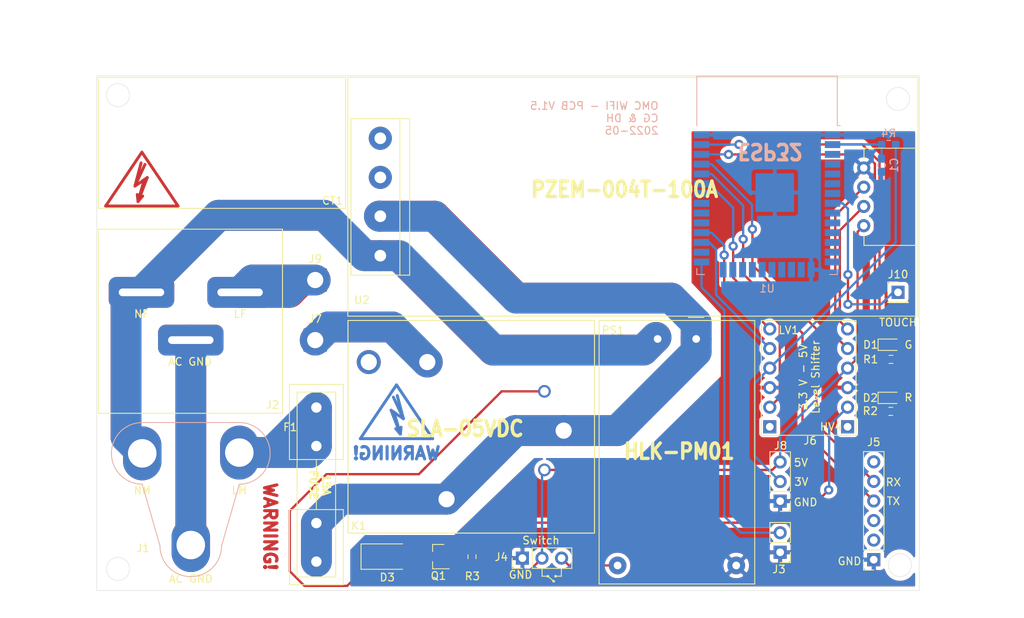
<source format=kicad_pcb>
(kicad_pcb (version 20171130) (host pcbnew 5.1.12-84ad8e8a86~92~ubuntu20.04.1)

  (general
    (thickness 1.6)
    (drawings 57)
    (tracks 232)
    (zones 0)
    (modules 26)
    (nets 61)
  )

  (page USLetter)
  (layers
    (0 F.Cu signal hide)
    (31 B.Cu signal)
    (32 B.Adhes user)
    (33 F.Adhes user)
    (34 B.Paste user)
    (35 F.Paste user)
    (36 B.SilkS user)
    (37 F.SilkS user)
    (38 B.Mask user hide)
    (39 F.Mask user)
    (40 Dwgs.User user)
    (41 Cmts.User user)
    (42 Eco1.User user)
    (43 Eco2.User user)
    (44 Edge.Cuts user)
    (45 Margin user)
    (46 B.CrtYd user)
    (47 F.CrtYd user)
    (48 B.Fab user)
    (49 F.Fab user hide)
  )

  (setup
    (last_trace_width 0.3)
    (trace_clearance 0.3)
    (zone_clearance 0.508)
    (zone_45_only no)
    (trace_min 0.2)
    (via_size 1.2)
    (via_drill 0.6)
    (via_min_size 0.4)
    (via_min_drill 0.3)
    (uvia_size 1.2)
    (uvia_drill 0.6)
    (uvias_allowed no)
    (uvia_min_size 0.2)
    (uvia_min_drill 0.1)
    (edge_width 0.05)
    (segment_width 0.2)
    (pcb_text_width 0.3)
    (pcb_text_size 1.5 1.5)
    (mod_edge_width 0.12)
    (mod_text_size 1 1)
    (mod_text_width 0.15)
    (pad_size 3 3)
    (pad_drill 1)
    (pad_to_mask_clearance 0.05)
    (aux_axis_origin 0 0)
    (grid_origin 576 -914.7)
    (visible_elements 7FFFFFFF)
    (pcbplotparams
      (layerselection 0x010fc_ffffffff)
      (usegerberextensions true)
      (usegerberattributes false)
      (usegerberadvancedattributes false)
      (creategerberjobfile false)
      (excludeedgelayer true)
      (linewidth 0.100000)
      (plotframeref false)
      (viasonmask false)
      (mode 1)
      (useauxorigin false)
      (hpglpennumber 1)
      (hpglpenspeed 20)
      (hpglpendiameter 15.000000)
      (psnegative false)
      (psa4output false)
      (plotreference true)
      (plotvalue false)
      (plotinvisibletext false)
      (padsonsilk false)
      (subtractmaskfromsilk true)
      (outputformat 1)
      (mirror false)
      (drillshape 0)
      (scaleselection 1)
      (outputdirectory "OMC_WIFI_GERBERS/"))
  )

  (net 0 "")
  (net 1 GND)
  (net 2 +5V)
  (net 3 TX0)
  (net 4 RX0)
  (net 5 NEUTRAL)
  (net 6 D32_RELAY_5V)
  (net 7 +3V)
  (net 8 TX2_5V)
  (net 9 RX2_5V)
  (net 10 D32_RELAY_3V)
  (net 11 RX2_3V)
  (net 12 TX2_3V)
  (net 13 "Net-(F1-Pad2)")
  (net 14 LINE_IN)
  (net 15 LINE_OUT)
  (net 16 "Net-(D3-Pad2)")
  (net 17 D22_LED_G)
  (net 18 D23_LED_R)
  (net 19 CTS)
  (net 20 VCC)
  (net 21 DTR)
  (net 22 "Net-(K1-PadNC)")
  (net 23 "Net-(U1-Pad32)")
  (net 24 "Net-(U1-Pad31)")
  (net 25 "Net-(U1-Pad30)")
  (net 26 "Net-(U1-Pad29)")
  (net 27 "Net-(U1-Pad26)")
  (net 28 "Net-(U1-Pad24)")
  (net 29 "Net-(U1-Pad23)")
  (net 30 "Net-(U1-Pad22)")
  (net 31 "Net-(U1-Pad21)")
  (net 32 "Net-(U1-Pad20)")
  (net 33 "Net-(U1-Pad19)")
  (net 34 "Net-(U1-Pad18)")
  (net 35 "Net-(U1-Pad17)")
  (net 36 "Net-(U1-Pad16)")
  (net 37 "Net-(U1-Pad14)")
  (net 38 "Net-(U1-Pad13)")
  (net 39 "Net-(U1-Pad12)")
  (net 40 "Net-(U1-Pad11)")
  (net 41 "Net-(U1-Pad10)")
  (net 42 "Net-(U1-Pad9)")
  (net 43 "Net-(U1-Pad7)")
  (net 44 "Net-(U1-Pad6)")
  (net 45 "Net-(U1-Pad5)")
  (net 46 "Net-(U1-Pad4)")
  (net 47 EN)
  (net 48 TOR1)
  (net 49 TOR2)
  (net 50 "Net-(D1-Pad1)")
  (net 51 "Net-(D2-Pad1)")
  (net 52 "Net-(C1-Pad1)")
  (net 53 "Net-(J3-Pad2)")
  (net 54 "Net-(J6-Pad11)")
  (net 55 "Net-(J6-Pad12)")
  (net 56 "Net-(J4-Pad3)")
  (net 57 TOUCH)
  (net 58 AC_GROUND)
  (net 59 "Net-(J2-Pad1)")
  (net 60 "Net-(Q1-Pad1)")

  (net_class Default "This is the default net class."
    (clearance 0.3)
    (trace_width 0.3)
    (via_dia 1.2)
    (via_drill 0.6)
    (uvia_dia 1.2)
    (uvia_drill 0.6)
    (diff_pair_width 0.3)
    (diff_pair_gap 0.3)
    (add_net +3V)
    (add_net +5V)
    (add_net CTS)
    (add_net D22_LED_G)
    (add_net D23_LED_R)
    (add_net D32_RELAY_3V)
    (add_net D32_RELAY_5V)
    (add_net DTR)
    (add_net EN)
    (add_net GND)
    (add_net "Net-(C1-Pad1)")
    (add_net "Net-(D1-Pad1)")
    (add_net "Net-(D2-Pad1)")
    (add_net "Net-(D3-Pad2)")
    (add_net "Net-(J3-Pad2)")
    (add_net "Net-(J4-Pad3)")
    (add_net "Net-(J6-Pad11)")
    (add_net "Net-(J6-Pad12)")
    (add_net "Net-(K1-PadNC)")
    (add_net "Net-(Q1-Pad1)")
    (add_net "Net-(U1-Pad10)")
    (add_net "Net-(U1-Pad11)")
    (add_net "Net-(U1-Pad12)")
    (add_net "Net-(U1-Pad13)")
    (add_net "Net-(U1-Pad14)")
    (add_net "Net-(U1-Pad16)")
    (add_net "Net-(U1-Pad17)")
    (add_net "Net-(U1-Pad18)")
    (add_net "Net-(U1-Pad19)")
    (add_net "Net-(U1-Pad20)")
    (add_net "Net-(U1-Pad21)")
    (add_net "Net-(U1-Pad22)")
    (add_net "Net-(U1-Pad23)")
    (add_net "Net-(U1-Pad24)")
    (add_net "Net-(U1-Pad26)")
    (add_net "Net-(U1-Pad29)")
    (add_net "Net-(U1-Pad30)")
    (add_net "Net-(U1-Pad31)")
    (add_net "Net-(U1-Pad32)")
    (add_net "Net-(U1-Pad4)")
    (add_net "Net-(U1-Pad5)")
    (add_net "Net-(U1-Pad6)")
    (add_net "Net-(U1-Pad7)")
    (add_net "Net-(U1-Pad9)")
    (add_net RX0)
    (add_net RX2_3V)
    (add_net RX2_5V)
    (add_net TOR1)
    (add_net TOR2)
    (add_net TOUCH)
    (add_net TX0)
    (add_net TX2_3V)
    (add_net TX2_5V)
    (add_net VCC)
  )

  (net_class "220V HC" ""
    (clearance 1)
    (trace_width 4)
    (via_dia 1.2)
    (via_drill 0.6)
    (uvia_dia 1.2)
    (uvia_drill 0.6)
    (diff_pair_width 0.3)
    (diff_pair_gap 0.3)
    (add_net AC_GROUND)
    (add_net LINE_IN)
    (add_net LINE_OUT)
    (add_net NEUTRAL)
    (add_net "Net-(F1-Pad2)")
    (add_net "Net-(J2-Pad1)")
  )

  (net_class "220V LC" ""
    (clearance 1)
    (trace_width 2)
    (via_dia 1.2)
    (via_drill 0.6)
    (uvia_dia 1.2)
    (uvia_drill 0.6)
    (diff_pair_width 0.3)
    (diff_pair_gap 0.3)
  )

  (module Package_TO_SOT_SMD:SOT-23 (layer F.Cu) (tedit 5A02FF57) (tstamp 6296674F)
    (at 620.35 -919.1 180)
    (descr "SOT-23, Standard")
    (tags SOT-23)
    (path /6298E1FD)
    (attr smd)
    (fp_text reference Q1 (at 0 -2.5) (layer F.SilkS)
      (effects (font (size 1 1) (thickness 0.15)))
    )
    (fp_text value MMBT3904 (at 0 2.5) (layer F.Fab)
      (effects (font (size 1 1) (thickness 0.15)))
    )
    (fp_line (start 0.76 1.58) (end -0.7 1.58) (layer F.SilkS) (width 0.12))
    (fp_line (start 0.76 -1.58) (end -1.4 -1.58) (layer F.SilkS) (width 0.12))
    (fp_line (start -1.7 1.75) (end -1.7 -1.75) (layer F.CrtYd) (width 0.05))
    (fp_line (start 1.7 1.75) (end -1.7 1.75) (layer F.CrtYd) (width 0.05))
    (fp_line (start 1.7 -1.75) (end 1.7 1.75) (layer F.CrtYd) (width 0.05))
    (fp_line (start -1.7 -1.75) (end 1.7 -1.75) (layer F.CrtYd) (width 0.05))
    (fp_line (start 0.76 -1.58) (end 0.76 -0.65) (layer F.SilkS) (width 0.12))
    (fp_line (start 0.76 1.58) (end 0.76 0.65) (layer F.SilkS) (width 0.12))
    (fp_line (start -0.7 1.52) (end 0.7 1.52) (layer F.Fab) (width 0.1))
    (fp_line (start 0.7 -1.52) (end 0.7 1.52) (layer F.Fab) (width 0.1))
    (fp_line (start -0.7 -0.95) (end -0.15 -1.52) (layer F.Fab) (width 0.1))
    (fp_line (start -0.15 -1.52) (end 0.7 -1.52) (layer F.Fab) (width 0.1))
    (fp_line (start -0.7 -0.95) (end -0.7 1.5) (layer F.Fab) (width 0.1))
    (fp_text user %R (at 0 0 90) (layer F.Fab)
      (effects (font (size 0.5 0.5) (thickness 0.075)))
    )
    (pad 3 smd rect (at 1 0 180) (size 0.9 0.8) (layers F.Cu F.Paste F.Mask)
      (net 16 "Net-(D3-Pad2)"))
    (pad 2 smd rect (at -1 0.95 180) (size 0.9 0.8) (layers F.Cu F.Paste F.Mask)
      (net 1 GND))
    (pad 1 smd rect (at -1 -0.95 180) (size 0.9 0.8) (layers F.Cu F.Paste F.Mask)
      (net 60 "Net-(Q1-Pad1)"))
    (model ${KISYS3DMOD}/Package_TO_SOT_SMD.3dshapes/SOT-23.wrl
      (at (xyz 0 0 0))
      (scale (xyz 1 1 1))
      (rotate (xyz 0 0 0))
    )
  )

  (module Connector_Wire:SolderWire-1.5sqmm_1x01_D1.7mm_OD3mm (layer F.Cu) (tedit 5EB70B43) (tstamp 62963257)
    (at 604.35 -955)
    (descr "Soldered wire connection, for a single 1.5 mm² wire, basic insulation, conductor diameter 1.7mm, outer diameter 3mm, size source Multi-Contact FLEXI-E 1.5 (https://ec.staubli.com/AcroFiles/Catalogues/TM_Cab-Main-11014119_(en)_hi.pdf), bend radius 3 times outer diameter, generated with kicad-footprint-generator")
    (tags "connector wire 1.5sqmm")
    (path /629675E0)
    (attr virtual)
    (fp_text reference J9 (at 0 -2.75) (layer F.SilkS)
      (effects (font (size 1 1) (thickness 0.15)))
    )
    (fp_text value Conn_01x01_Female (at 0 2.75) (layer F.Fab)
      (effects (font (size 1 1) (thickness 0.15)))
    )
    (fp_line (start 2.25 -2.05) (end -2.25 -2.05) (layer F.CrtYd) (width 0.05))
    (fp_line (start 2.25 2.05) (end 2.25 -2.05) (layer F.CrtYd) (width 0.05))
    (fp_line (start -2.25 2.05) (end 2.25 2.05) (layer F.CrtYd) (width 0.05))
    (fp_line (start -2.25 -2.05) (end -2.25 2.05) (layer F.CrtYd) (width 0.05))
    (fp_circle (center 0 0) (end 1.5 0) (layer F.Fab) (width 0.1))
    (fp_text user %R (at 0 0) (layer F.Fab)
      (effects (font (size 0.75 0.75) (thickness 0.11)))
    )
    (pad 1 thru_hole roundrect (at 0 0) (size 3.1 3.1) (drill 2.1) (layers *.Cu *.Mask) (roundrect_rratio 0.08064499999999999)
      (net 59 "Net-(J2-Pad1)"))
    (model ${KISYS3DMOD}/Connector_Wire.3dshapes/SolderWire-1.5sqmm_1x01_D1.7mm_OD3mm.wrl
      (at (xyz 0 0 0))
      (scale (xyz 1 1 1))
      (rotate (xyz 0 0 0))
    )
  )

  (module Connector_Wire:SolderWire-1.5sqmm_1x01_D1.7mm_OD3mm (layer F.Cu) (tedit 5EB70B43) (tstamp 62963220)
    (at 604.35 -947.2)
    (descr "Soldered wire connection, for a single 1.5 mm² wire, basic insulation, conductor diameter 1.7mm, outer diameter 3mm, size source Multi-Contact FLEXI-E 1.5 (https://ec.staubli.com/AcroFiles/Catalogues/TM_Cab-Main-11014119_(en)_hi.pdf), bend radius 3 times outer diameter, generated with kicad-footprint-generator")
    (tags "connector wire 1.5sqmm")
    (path /6296884C)
    (attr virtual)
    (fp_text reference J7 (at 0 -2.75) (layer F.SilkS)
      (effects (font (size 1 1) (thickness 0.15)))
    )
    (fp_text value Conn_01x01_Female (at 0 2.75) (layer F.Fab)
      (effects (font (size 1 1) (thickness 0.15)))
    )
    (fp_line (start 2.25 -2.05) (end -2.25 -2.05) (layer F.CrtYd) (width 0.05))
    (fp_line (start 2.25 2.05) (end 2.25 -2.05) (layer F.CrtYd) (width 0.05))
    (fp_line (start -2.25 2.05) (end 2.25 2.05) (layer F.CrtYd) (width 0.05))
    (fp_line (start -2.25 -2.05) (end -2.25 2.05) (layer F.CrtYd) (width 0.05))
    (fp_circle (center 0 0) (end 1.5 0) (layer F.Fab) (width 0.1))
    (fp_text user %R (at 0 0) (layer F.Fab)
      (effects (font (size 0.75 0.75) (thickness 0.11)))
    )
    (pad 1 thru_hole roundrect (at 0 0) (size 3.1 3.1) (drill 2.1) (layers *.Cu *.Mask) (roundrect_rratio 0.08064499999999999)
      (net 15 LINE_OUT))
    (model ${KISYS3DMOD}/Connector_Wire.3dshapes/SolderWire-1.5sqmm_1x01_D1.7mm_OD3mm.wrl
      (at (xyz 0 0 0))
      (scale (xyz 1 1 1))
      (rotate (xyz 0 0 0))
    )
  )

  (module NEMA_5_R:NEMA_5_R (layer F.Cu) (tedit 628E8DBD) (tstamp 628EF121)
    (at 588.2 -953.4)
    (path /626943A8)
    (fp_text reference J2 (at 10.6 14.6) (layer F.SilkS)
      (effects (font (size 1 1) (thickness 0.15)))
    )
    (fp_text value Conn_01x02_Female (at 0 9.8) (layer F.Fab)
      (effects (font (size 1 1) (thickness 0.15)))
    )
    (fp_line (start -12 -8.2) (end 11.9 -8.2) (layer F.SilkS) (width 0.12))
    (fp_line (start 11.9 -8.2) (end 11.9 15.7) (layer F.SilkS) (width 0.12))
    (fp_line (start 11.9 15.7) (end -12 15.7) (layer F.SilkS) (width 0.12))
    (fp_line (start -12 15.7) (end -12 -8.2) (layer F.SilkS) (width 0.12))
    (fp_line (start -13.6 -9.8) (end 13.4 -9.8) (layer F.Fab) (width 0.12))
    (fp_line (start 13.4 -9.8) (end 13.4 17.2) (layer F.Fab) (width 0.12))
    (fp_line (start 13.4 17.2) (end -13.6 17.2) (layer F.Fab) (width 0.12))
    (fp_line (start -13.6 17.2) (end -13.6 -9.8) (layer F.Fab) (width 0.12))
    (pad 2 thru_hole roundrect (at -6.4 0) (size 8.5 4) (drill oval 5.9 1) (layers *.Cu *.Mask) (roundrect_rratio 0.25)
      (net 5 NEUTRAL))
    (pad 1 thru_hole roundrect (at 6.4 0) (size 8.5 4) (drill oval 5.9 1) (layers *.Cu *.Mask) (roundrect_rratio 0.25)
      (net 59 "Net-(J2-Pad1)"))
    (pad 3 thru_hole roundrect (at 0 6.2) (size 8.5 4) (drill oval 5.9 1) (layers *.Cu *.Mask) (roundrect_rratio 0.25)
      (net 58 AC_GROUND))
  )

  (module NEMA_5_P:NEMA_5_P (layer F.Cu) (tedit 628CD8A4) (tstamp 628EDCCD)
    (at 588.2 -932.5)
    (path /62564E0F)
    (fp_text reference J1 (at -6.2 12.3) (layer F.SilkS)
      (effects (font (size 1 1) (thickness 0.15)))
    )
    (fp_text value Conn_01x02_Male (at 0 4.9) (layer F.Fab)
      (effects (font (size 1 1) (thickness 0.15)))
    )
    (fp_line (start -4 12) (end -6.3 4) (layer B.SilkS) (width 0.12))
    (fp_line (start 6.3 4) (end 4 12) (layer B.SilkS) (width 0.12))
    (fp_line (start 6.3 -4) (end -6.3 -4) (layer B.SilkS) (width 0.12))
    (fp_line (start -10.5 -4.2) (end 10.5 -4.2) (layer F.Fab) (width 0.12))
    (fp_line (start 10.5 -4.2) (end 10.5 16.2) (layer F.Fab) (width 0.12))
    (fp_line (start 10.5 16.2) (end -10.5 16.2) (layer F.Fab) (width 0.12))
    (fp_line (start -10.5 16.2) (end -10.5 -4.2) (layer F.Fab) (width 0.12))
    (fp_arc (start -6.3 0) (end -6.3 -4) (angle -180) (layer B.SilkS) (width 0.12))
    (fp_arc (start 6.3 0) (end 6.3 4) (angle -180) (layer B.SilkS) (width 0.12))
    (fp_arc (start 0 12) (end -4 12) (angle -180) (layer B.SilkS) (width 0.12))
    (pad 1 thru_hole oval (at 6.3 -0.1) (size 5 7) (drill 3.7) (layers *.Cu *.Mask)
      (net 13 "Net-(F1-Pad2)"))
    (pad 2 thru_hole oval (at -6.3 0) (size 5 7) (drill 3.7) (layers *.Cu *.Mask)
      (net 5 NEUTRAL))
    (pad 3 thru_hole oval (at 0 11.9) (size 5 7) (drill 3.7) (layers *.Cu *.Mask)
      (net 58 AC_GROUND))
  )

  (module level_shifter:Level_Shifter_3V_5V (layer F.Cu) (tedit 627BCF25) (tstamp 6269BF73)
    (at 668.65 -942.15)
    (descr "Through hole straight pin header, 1x06, 2.54mm pitch, single row")
    (tags "Through hole pin header THT 1x06 2.54mm single row")
    (path /626C34E4)
    (fp_text reference J6 (at -0.05 8) (layer F.SilkS)
      (effects (font (size 1 1) (thickness 0.15)))
    )
    (fp_text value "Level shifter" (at 0.3 8.4) (layer F.Fab)
      (effects (font (size 1 1) (thickness 0.15)))
    )
    (fp_line (start -6.4 7.3) (end -6.4 -7.6) (layer F.SilkS) (width 0.12))
    (fp_line (start 5.9 7.3) (end -6.4 7.3) (layer F.SilkS) (width 0.12))
    (fp_line (start 5.9 -7.6) (end 5.9 7.3) (layer F.SilkS) (width 0.12))
    (fp_line (start -6.4 -7.6) (end 5.9 -7.6) (layer F.SilkS) (width 0.12))
    (fp_text user %R (at -7.4 0 90) (layer F.Fab)
      (effects (font (size 1 1) (thickness 0.15)))
    )
    (pad 1 thru_hole oval (at -5.3 -6.5 180) (size 1.7 1.7) (drill 1) (layers *.Cu *.Mask)
      (net 12 TX2_3V))
    (pad 3 thru_hole oval (at -5.3 -3.96 180) (size 1.7 1.7) (drill 1) (layers *.Cu *.Mask)
      (net 11 RX2_3V))
    (pad 5 thru_hole oval (at -5.3 -1.42 180) (size 1.7 1.7) (drill 1) (layers *.Cu *.Mask)
      (net 7 +3V))
    (pad 7 thru_hole oval (at -5.3 1.12 180) (size 1.7 1.7) (drill 1) (layers *.Cu *.Mask)
      (net 1 GND))
    (pad 9 thru_hole oval (at -5.3 3.66 180) (size 1.7 1.7) (drill 1) (layers *.Cu *.Mask)
      (net 10 D32_RELAY_3V))
    (pad 11 thru_hole rect (at -5.3 6.2 180) (size 1.7 1.7) (drill 1) (layers *.Cu *.Mask)
      (net 54 "Net-(J6-Pad11)"))
    (pad 4 thru_hole oval (at 4.8 -3.96 180) (size 1.7 1.7) (drill 1) (layers *.Cu *.Mask)
      (net 8 TX2_5V))
    (pad 6 thru_hole oval (at 4.8 -1.42 180) (size 1.7 1.7) (drill 1) (layers *.Cu *.Mask)
      (net 2 +5V))
    (pad 8 thru_hole oval (at 4.8 1.12 180) (size 1.7 1.7) (drill 1) (layers *.Cu *.Mask)
      (net 1 GND))
    (pad 2 thru_hole oval (at 4.8 -6.5 180) (size 1.7 1.7) (drill 1) (layers *.Cu *.Mask)
      (net 9 RX2_5V))
    (pad 10 thru_hole oval (at 4.8 3.66 180) (size 1.7 1.7) (drill 1) (layers *.Cu *.Mask)
      (net 6 D32_RELAY_5V))
    (pad 12 thru_hole rect (at 4.8 6.2 180) (size 1.7 1.7) (drill 1) (layers *.Cu *.Mask)
      (net 55 "Net-(J6-Pad12)"))
    (model "C:/Users/cgarc/OneDrive - est.ucab.edu.ve/Documentos/GitHub/OMC_WIFI/OMC_WIFI_PCB/Libs/level_shifter/Level_Shifter_3V_5V_pinHeaders.wrl"
      (offset (xyz -0.5 0 0))
      (scale (xyz 0.95 1 1))
      (rotate (xyz 0 0 0))
    )
  )

  (module Connector_PinHeader_2.54mm:PinHeader_1x01_P2.54mm_Vertical (layer F.Cu) (tedit 59FED5CC) (tstamp 627BF5D9)
    (at 680 -953.4)
    (descr "Through hole straight pin header, 1x01, 2.54mm pitch, single row")
    (tags "Through hole pin header THT 1x01 2.54mm single row")
    (path /627E9A98)
    (fp_text reference J10 (at 0 -2.33) (layer F.SilkS)
      (effects (font (size 1 1) (thickness 0.15)))
    )
    (fp_text value Conn_01x01_Male (at 0 2.33) (layer F.Fab)
      (effects (font (size 1 1) (thickness 0.15)))
    )
    (fp_line (start -0.635 -1.27) (end 1.27 -1.27) (layer F.Fab) (width 0.1))
    (fp_line (start 1.27 -1.27) (end 1.27 1.27) (layer F.Fab) (width 0.1))
    (fp_line (start 1.27 1.27) (end -1.27 1.27) (layer F.Fab) (width 0.1))
    (fp_line (start -1.27 1.27) (end -1.27 -0.635) (layer F.Fab) (width 0.1))
    (fp_line (start -1.27 -0.635) (end -0.635 -1.27) (layer F.Fab) (width 0.1))
    (fp_line (start -1.33 1.33) (end 1.33 1.33) (layer F.SilkS) (width 0.12))
    (fp_line (start -1.33 1.27) (end -1.33 1.33) (layer F.SilkS) (width 0.12))
    (fp_line (start 1.33 1.27) (end 1.33 1.33) (layer F.SilkS) (width 0.12))
    (fp_line (start -1.33 1.27) (end 1.33 1.27) (layer F.SilkS) (width 0.12))
    (fp_line (start -1.33 0) (end -1.33 -1.33) (layer F.SilkS) (width 0.12))
    (fp_line (start -1.33 -1.33) (end 0 -1.33) (layer F.SilkS) (width 0.12))
    (fp_line (start -1.8 -1.8) (end -1.8 1.8) (layer F.CrtYd) (width 0.05))
    (fp_line (start -1.8 1.8) (end 1.8 1.8) (layer F.CrtYd) (width 0.05))
    (fp_line (start 1.8 1.8) (end 1.8 -1.8) (layer F.CrtYd) (width 0.05))
    (fp_line (start 1.8 -1.8) (end -1.8 -1.8) (layer F.CrtYd) (width 0.05))
    (fp_text user %R (at 0 0 90) (layer F.Fab)
      (effects (font (size 1 1) (thickness 0.15)))
    )
    (pad 1 thru_hole rect (at 0 0) (size 1.7 1.7) (drill 1) (layers *.Cu *.Mask)
      (net 57 TOUCH))
    (model ${KISYS3DMOD}/Connector_PinHeader_2.54mm.3dshapes/PinHeader_1x01_P2.54mm_Vertical.wrl
      (at (xyz 0 0 0))
      (scale (xyz 1 1 1))
      (rotate (xyz 0 0 0))
    )
  )

  (module Connector_PinHeader_2.54mm:PinHeader_1x03_P2.54mm_Vertical (layer F.Cu) (tedit 59FED5CC) (tstamp 620D8ED0)
    (at 631.25 -918.9 90)
    (descr "Through hole straight pin header, 1x03, 2.54mm pitch, single row")
    (tags "Through hole pin header THT 1x03 2.54mm single row")
    (path /6216C21C)
    (fp_text reference J4 (at 0.15 -2.75 180) (layer F.SilkS)
      (effects (font (size 1 1) (thickness 0.15)))
    )
    (fp_text value Switch (at 0 7.41 90) (layer F.Fab)
      (effects (font (size 1 1) (thickness 0.15)))
    )
    (fp_line (start 1.8 -1.8) (end -1.8 -1.8) (layer F.CrtYd) (width 0.05))
    (fp_line (start 1.8 6.85) (end 1.8 -1.8) (layer F.CrtYd) (width 0.05))
    (fp_line (start -1.8 6.85) (end 1.8 6.85) (layer F.CrtYd) (width 0.05))
    (fp_line (start -1.8 -1.8) (end -1.8 6.85) (layer F.CrtYd) (width 0.05))
    (fp_line (start -1.33 -1.33) (end 0 -1.33) (layer F.SilkS) (width 0.12))
    (fp_line (start -1.33 0) (end -1.33 -1.33) (layer F.SilkS) (width 0.12))
    (fp_line (start -1.33 1.27) (end 1.33 1.27) (layer F.SilkS) (width 0.12))
    (fp_line (start 1.33 1.27) (end 1.33 6.41) (layer F.SilkS) (width 0.12))
    (fp_line (start -1.33 1.27) (end -1.33 6.41) (layer F.SilkS) (width 0.12))
    (fp_line (start -1.33 6.41) (end 1.33 6.41) (layer F.SilkS) (width 0.12))
    (fp_line (start -1.27 -0.635) (end -0.635 -1.27) (layer F.Fab) (width 0.1))
    (fp_line (start -1.27 6.35) (end -1.27 -0.635) (layer F.Fab) (width 0.1))
    (fp_line (start 1.27 6.35) (end -1.27 6.35) (layer F.Fab) (width 0.1))
    (fp_line (start 1.27 -1.27) (end 1.27 6.35) (layer F.Fab) (width 0.1))
    (fp_line (start -0.635 -1.27) (end 1.27 -1.27) (layer F.Fab) (width 0.1))
    (fp_text user %R (at 0 2.54) (layer F.Fab)
      (effects (font (size 1 1) (thickness 0.15)))
    )
    (pad 3 thru_hole oval (at 0 5.08 90) (size 1.7 1.7) (drill 1) (layers *.Cu *.Mask)
      (net 56 "Net-(J4-Pad3)"))
    (pad 2 thru_hole oval (at 0 2.54 90) (size 1.7 1.7) (drill 1) (layers *.Cu *.Mask)
      (net 2 +5V))
    (pad 1 thru_hole rect (at 0 0 90) (size 1.7 1.7) (drill 1) (layers *.Cu *.Mask)
      (net 1 GND))
    (model ${KISYS3DMOD}/Connector_PinHeader_2.54mm.3dshapes/PinHeader_1x03_P2.54mm_Vertical.wrl
      (at (xyz 0 0 0))
      (scale (xyz 1 1 1))
      (rotate (xyz 0 0 0))
    )
  )

  (module "omc-schematics LE:PZEM-OO4T-100A" (layer F.Cu) (tedit 627A680F) (tstamp 62575A5E)
    (at 645.58 -965.81)
    (path /62639391)
    (fp_text reference U2 (at -35.18 13.41) (layer F.SilkS)
      (effects (font (size 1 1) (thickness 0.15)))
    )
    (fp_text value PZEM-004T-100A (at 0 -16.5) (layer F.Fab)
      (effects (font (size 1 1) (thickness 0.15)))
    )
    (fp_line (start 30 -6.3) (end 30 -4.9) (layer F.SilkS) (width 0.12))
    (fp_line (start 30 6.31) (end 30 4.89) (layer F.SilkS) (width 0.12))
    (fp_line (start 37 6.31) (end 30 6.31) (layer F.SilkS) (width 0.12))
    (fp_line (start 30 -6.3) (end 37 -6.3) (layer F.SilkS) (width 0.12))
    (fp_line (start 28.8 6.7) (end 28.8 -6.7) (layer F.CrtYd) (width 0.12))
    (fp_line (start 37.3 6.7) (end 28.8 6.7) (layer F.CrtYd) (width 0.12))
    (fp_line (start 37.3 -6.7) (end 37.3 6.7) (layer F.CrtYd) (width 0.12))
    (fp_line (start 28.8 -6.7) (end 37.3 -6.7) (layer F.CrtYd) (width 0.12))
    (fp_line (start 37 15.5) (end -37 15.5) (layer F.SilkS) (width 0.12))
    (fp_line (start 37 -15.5) (end 37 15.5) (layer F.SilkS) (width 0.12))
    (fp_line (start -37 -15.5) (end 37 -15.5) (layer F.SilkS) (width 0.12))
    (fp_line (start -37 15.5) (end -37 -15.5) (layer F.SilkS) (width 0.12))
    (fp_line (start -36.775 -10.35) (end -36.775 10.35) (layer F.CrtYd) (width 0.12))
    (fp_line (start -36.775 10.35) (end -28.775 10.35) (layer F.CrtYd) (width 0.12))
    (fp_line (start -28.775 10.35) (end -28.775 -10.35) (layer F.CrtYd) (width 0.12))
    (fp_line (start -28.775 -10.35) (end -36.775 -10.35) (layer F.CrtYd) (width 0.12))
    (fp_line (start -28.97 -10.14) (end -28.97 10.18) (layer F.SilkS) (width 0.12))
    (fp_line (start -28.97 10.18) (end -30.24 10.18) (layer F.SilkS) (width 0.12))
    (fp_line (start -30.24 10.18) (end -30.24 -10.14) (layer F.SilkS) (width 0.12))
    (fp_line (start -30.24 -10.14) (end -28.97 -10.14) (layer F.SilkS) (width 0.12))
    (fp_line (start -30.24 -10.14) (end -36.59 -10.14) (layer F.SilkS) (width 0.12))
    (fp_line (start -36.59 -10.14) (end -36.59 10.18) (layer F.SilkS) (width 0.12))
    (fp_line (start -36.59 10.18) (end -30.24 10.18) (layer F.SilkS) (width 0.12))
    (pad 5 thru_hole circle (at 29.97 3.76) (size 1.7 1.7) (drill 0.95) (layers *.Cu *.Mask)
      (net 2 +5V))
    (pad 6 thru_hole circle (at 29.97 1.26) (size 1.7 1.7) (drill 0.95) (layers *.Cu *.Mask)
      (net 9 RX2_5V))
    (pad 7 thru_hole circle (at 29.97 -1.24) (size 1.7 1.7) (drill 0.95) (layers *.Cu *.Mask)
      (net 8 TX2_5V))
    (pad 8 thru_hole circle (at 29.97 -3.74) (size 1.7 1.7) (drill 0.95) (layers *.Cu *.Mask)
      (net 1 GND))
    (pad 4 thru_hole oval (at -32.78 -7.59) (size 3 3) (drill 1.52) (layers *.Cu *.Mask)
      (net 48 TOR1))
    (pad 3 thru_hole oval (at -32.78 -2.51) (size 3 3) (drill 1.52) (layers *.Cu *.Mask)
      (net 49 TOR2))
    (pad 2 thru_hole oval (at -32.78 2.53) (size 3 3) (drill 1.52) (layers *.Cu *.Mask)
      (net 14 LINE_IN))
    (pad 1 thru_hole rect (at -32.78 7.65) (size 3 3) (drill 1.52) (layers *.Cu *.Mask)
      (net 5 NEUTRAL))
    (model "C:/Users/cgarc/OneDrive - est.ucab.edu.ve/Documentos/GitHub/OMC_WIFI/OMC_WIFI_PCB/Libs/omc-schematics.pretty/PZEM_004T_100A_V3_0__cp007.wrl"
      (offset (xyz 0 0 0.5))
      (scale (xyz 1 1 1))
      (rotate (xyz 0 0 0))
    )
    (model ${KISYS3DMOD}/Connector_PinHeader_2.54mm.3dshapes/PinHeader_1x04_P2.54mm_Vertical.wrl
      (offset (xyz 30 3.8 0))
      (scale (xyz 1 1 1))
      (rotate (xyz 0 0 0))
    )
  )

  (module Symbol:Symbol_HighVoltage_Type2_CopperTop_VerySmall (layer B.Cu) (tedit 0) (tstamp 62627876)
    (at 614.9 -937.2 180)
    (descr "Symbol, High Voltage, Type 2, Copper Top, Very Small,")
    (tags "Symbol, High Voltage, Type 2, Copper Top, Very Small,")
    (path /6268B7DC)
    (attr virtual)
    (fp_text reference SYM2 (at -0.1 5.4) (layer B.SilkS) hide
      (effects (font (size 1 1) (thickness 0.15)) (justify mirror))
    )
    (fp_text value SYM_Flash_Small (at -0.15 -0.1) (layer B.Fab) hide
      (effects (font (size 1 1) (thickness 0.15)) (justify mirror))
    )
    (fp_line (start -4.699 -2.794) (end 0 4.191) (layer B.Cu) (width 0.381))
    (fp_line (start 4.699 -2.794) (end -4.699 -2.794) (layer B.Cu) (width 0.381))
    (fp_line (start 0 4.191) (end 4.699 -2.794) (layer B.Cu) (width 0.381))
    (fp_line (start -0.49784 -2.19964) (end -0.59944 -1.30048) (layer B.Cu) (width 0.381))
    (fp_line (start 0.29972 0.59944) (end -0.49784 -2.19964) (layer B.Cu) (width 0.381))
    (fp_line (start -0.89916 -0.20066) (end 0.29972 0.59944) (layer B.Cu) (width 0.381))
    (fp_line (start -0.09906 2.79908) (end -0.89916 -0.20066) (layer B.Cu) (width 0.381))
    (fp_line (start -0.49784 -2.19964) (end 0.1016 -1.50114) (layer B.Cu) (width 0.381))
    (fp_line (start -0.89916 -0.20066) (end 0.40132 2.60096) (layer B.Cu) (width 0.381))
    (fp_line (start 0.70104 0.89916) (end 0.1016 0.50038) (layer B.Cu) (width 0.381))
    (fp_line (start -0.49784 -2.19964) (end 0.70104 0.89916) (layer B.Cu) (width 0.381))
  )

  (module Symbol:Symbol_HighVoltage_Type2_CopperTop_VerySmall (layer F.Cu) (tedit 0) (tstamp 62627867)
    (at 581.85 -967.4)
    (descr "Symbol, High Voltage, Type 2, Copper Top, Very Small,")
    (tags "Symbol, High Voltage, Type 2, Copper Top, Very Small,")
    (path /6268094E)
    (attr virtual)
    (fp_text reference SYM1 (at -0.127 -5.715) (layer F.SilkS) hide
      (effects (font (size 1 1) (thickness 0.15)))
    )
    (fp_text value SYM_Flash_Small (at -0.381 4.572) (layer F.Fab) hide
      (effects (font (size 1 1) (thickness 0.15)))
    )
    (fp_line (start -4.699 2.794) (end 0 -4.191) (layer F.Cu) (width 0.381))
    (fp_line (start 4.699 2.794) (end -4.699 2.794) (layer F.Cu) (width 0.381))
    (fp_line (start 0 -4.191) (end 4.699 2.794) (layer F.Cu) (width 0.381))
    (fp_line (start -0.49784 2.19964) (end -0.59944 1.30048) (layer F.Cu) (width 0.381))
    (fp_line (start 0.29972 -0.59944) (end -0.49784 2.19964) (layer F.Cu) (width 0.381))
    (fp_line (start -0.89916 0.20066) (end 0.29972 -0.59944) (layer F.Cu) (width 0.381))
    (fp_line (start -0.09906 -2.79908) (end -0.89916 0.20066) (layer F.Cu) (width 0.381))
    (fp_line (start -0.49784 2.19964) (end 0.1016 1.50114) (layer F.Cu) (width 0.381))
    (fp_line (start -0.89916 0.20066) (end 0.40132 -2.60096) (layer F.Cu) (width 0.381))
    (fp_line (start 0.70104 -0.89916) (end 0.1016 -0.50038) (layer F.Cu) (width 0.381))
    (fp_line (start -0.49784 2.19964) (end 0.70104 -0.89916) (layer F.Cu) (width 0.381))
  )

  (module "SLA-12VDC-SL-C LE:RELAY_SLA-12VDC-SL-C" (layer F.Cu) (tedit 624F093D) (tstamp 627AC91D)
    (at 618.9 -935.45 90)
    (path /626D4711)
    (fp_text reference K1 (at -12.35 -8.9 180) (layer F.SilkS)
      (effects (font (size 1 1) (thickness 0.15)))
    )
    (fp_text value SLA-12VDC-SL-C (at -0.3 23.135 90) (layer F.Fab)
      (effects (font (size 1 1) (thickness 0.15)))
    )
    (fp_line (start -13.55 21.95) (end -13.55 -10.55) (layer F.CrtYd) (width 0.05))
    (fp_line (start 14.55 21.95) (end -13.55 21.95) (layer F.CrtYd) (width 0.05))
    (fp_line (start 14.55 -10.55) (end 14.55 21.95) (layer F.CrtYd) (width 0.05))
    (fp_line (start -13.55 -10.55) (end 14.55 -10.55) (layer F.CrtYd) (width 0.05))
    (fp_line (start -13.3 21.7) (end -13.3 -10.3) (layer F.Fab) (width 0.127))
    (fp_line (start 14.3 21.7) (end -13.3 21.7) (layer F.Fab) (width 0.127))
    (fp_line (start 14.3 -10.3) (end 14.3 21.7) (layer F.Fab) (width 0.127))
    (fp_line (start -13.3 -10.3) (end 14.3 -10.3) (layer F.Fab) (width 0.127))
    (fp_line (start -13.3 21.7) (end -13.3 -10.3) (layer F.SilkS) (width 0.127))
    (fp_line (start 14.3 21.7) (end -13.3 21.7) (layer F.SilkS) (width 0.127))
    (fp_line (start 14.3 -10.3) (end 14.3 21.7) (layer F.SilkS) (width 0.127))
    (fp_line (start -13.3 -10.3) (end 14.3 -10.3) (layer F.SilkS) (width 0.127))
    (pad NC thru_hole circle (at 8.9 -7.6 90) (size 3.116 3.116) (drill 2.1) (layers *.Cu *.Mask)
      (net 22 "Net-(K1-PadNC)"))
    (pad COM2 thru_hole circle (at -8.9 2.5 90) (size 3.116 3.116) (drill 2.1) (layers *.Cu *.Mask)
      (net 14 LINE_IN))
    (pad NO thru_hole circle (at 8.9 0 90) (size 3.116 3.116) (drill 2.1) (layers *.Cu *.Mask)
      (net 15 LINE_OUT))
    (pad C2 thru_hole circle (at 5.1 15.2 90) (size 1.65 1.65) (drill 1.1) (layers *.Cu *.Mask)
      (net 16 "Net-(D3-Pad2)"))
    (pad C1 thru_hole circle (at -5.1 15.2 90) (size 1.65 1.65) (drill 1.1) (layers *.Cu *.Mask)
      (net 2 +5V))
    (pad COM1 thru_hole circle (at 0 17.7 90) (size 3.116 3.116) (drill 2.1) (layers *.Cu *.Mask)
      (net 14 LINE_IN))
    (model "C:/Users/cgarc/OneDrive - est.ucab.edu.ve/Documentos/GitHub/OMC_WIFI/OMC_WIFI_PCB/Libs/SLA-12VDC-SL-C/SLA-12VDC-SL-C.step"
      (at (xyz 0 0 0))
      (scale (xyz 1 1 1))
      (rotate (xyz -90 0 0))
    )
  )

  (module Resistor_SMD:R_0603_1608Metric_Pad0.98x0.95mm_HandSolder (layer B.Cu) (tedit 5F68FEEE) (tstamp 626057C2)
    (at 678.7875 -972.6 180)
    (descr "Resistor SMD 0603 (1608 Metric), square (rectangular) end terminal, IPC_7351 nominal with elongated pad for handsoldering. (Body size source: IPC-SM-782 page 72, https://www.pcb-3d.com/wordpress/wp-content/uploads/ipc-sm-782a_amendment_1_and_2.pdf), generated with kicad-footprint-generator")
    (tags "resistor handsolder")
    (path /626E4FB2)
    (attr smd)
    (fp_text reference R4 (at 0 1.43) (layer B.SilkS)
      (effects (font (size 1 1) (thickness 0.15)) (justify mirror))
    )
    (fp_text value 10k (at 0 -1.43) (layer B.Fab)
      (effects (font (size 1 1) (thickness 0.15)) (justify mirror))
    )
    (fp_line (start -0.8 -0.4125) (end -0.8 0.4125) (layer B.Fab) (width 0.1))
    (fp_line (start -0.8 0.4125) (end 0.8 0.4125) (layer B.Fab) (width 0.1))
    (fp_line (start 0.8 0.4125) (end 0.8 -0.4125) (layer B.Fab) (width 0.1))
    (fp_line (start 0.8 -0.4125) (end -0.8 -0.4125) (layer B.Fab) (width 0.1))
    (fp_line (start -0.254724 0.5225) (end 0.254724 0.5225) (layer B.SilkS) (width 0.12))
    (fp_line (start -0.254724 -0.5225) (end 0.254724 -0.5225) (layer B.SilkS) (width 0.12))
    (fp_line (start -1.65 -0.73) (end -1.65 0.73) (layer B.CrtYd) (width 0.05))
    (fp_line (start -1.65 0.73) (end 1.65 0.73) (layer B.CrtYd) (width 0.05))
    (fp_line (start 1.65 0.73) (end 1.65 -0.73) (layer B.CrtYd) (width 0.05))
    (fp_line (start 1.65 -0.73) (end -1.65 -0.73) (layer B.CrtYd) (width 0.05))
    (fp_text user %R (at 0 0) (layer B.Fab)
      (effects (font (size 0.4 0.4) (thickness 0.06)) (justify mirror))
    )
    (pad 2 smd roundrect (at 0.9125 0 180) (size 0.975 0.95) (layers B.Cu B.Paste B.Mask) (roundrect_rratio 0.25)
      (net 52 "Net-(C1-Pad1)"))
    (pad 1 smd roundrect (at -0.9125 0 180) (size 0.975 0.95) (layers B.Cu B.Paste B.Mask) (roundrect_rratio 0.25)
      (net 7 +3V))
    (model ${KISYS3DMOD}/Resistor_SMD.3dshapes/R_0603_1608Metric.wrl
      (at (xyz 0 0 0))
      (scale (xyz 1 1 1))
      (rotate (xyz 0 0 0))
    )
  )

  (module Connector_PinHeader_2.54mm:PinHeader_1x02_P2.54mm_Vertical (layer F.Cu) (tedit 59FED5CC) (tstamp 626055E1)
    (at 664.7 -919.66 180)
    (descr "Through hole straight pin header, 1x02, 2.54mm pitch, single row")
    (tags "Through hole pin header THT 1x02 2.54mm single row")
    (path /62727A97)
    (fp_text reference J3 (at 0.15 -2.21) (layer F.SilkS)
      (effects (font (size 1 1) (thickness 0.15)))
    )
    (fp_text value Conn_01x02_Male (at 0 4.87) (layer F.Fab)
      (effects (font (size 1 1) (thickness 0.15)))
    )
    (fp_line (start -0.635 -1.27) (end 1.27 -1.27) (layer F.Fab) (width 0.1))
    (fp_line (start 1.27 -1.27) (end 1.27 3.81) (layer F.Fab) (width 0.1))
    (fp_line (start 1.27 3.81) (end -1.27 3.81) (layer F.Fab) (width 0.1))
    (fp_line (start -1.27 3.81) (end -1.27 -0.635) (layer F.Fab) (width 0.1))
    (fp_line (start -1.27 -0.635) (end -0.635 -1.27) (layer F.Fab) (width 0.1))
    (fp_line (start -1.33 3.87) (end 1.33 3.87) (layer F.SilkS) (width 0.12))
    (fp_line (start -1.33 1.27) (end -1.33 3.87) (layer F.SilkS) (width 0.12))
    (fp_line (start 1.33 1.27) (end 1.33 3.87) (layer F.SilkS) (width 0.12))
    (fp_line (start -1.33 1.27) (end 1.33 1.27) (layer F.SilkS) (width 0.12))
    (fp_line (start -1.33 0) (end -1.33 -1.33) (layer F.SilkS) (width 0.12))
    (fp_line (start -1.33 -1.33) (end 0 -1.33) (layer F.SilkS) (width 0.12))
    (fp_line (start -1.8 -1.8) (end -1.8 4.35) (layer F.CrtYd) (width 0.05))
    (fp_line (start -1.8 4.35) (end 1.8 4.35) (layer F.CrtYd) (width 0.05))
    (fp_line (start 1.8 4.35) (end 1.8 -1.8) (layer F.CrtYd) (width 0.05))
    (fp_line (start 1.8 -1.8) (end -1.8 -1.8) (layer F.CrtYd) (width 0.05))
    (fp_text user %R (at 0 1.27 90) (layer F.Fab)
      (effects (font (size 1 1) (thickness 0.15)))
    )
    (pad 2 thru_hole oval (at 0 2.54 180) (size 1.7 1.7) (drill 1) (layers *.Cu *.Mask)
      (net 53 "Net-(J3-Pad2)"))
    (pad 1 thru_hole rect (at 0 0 180) (size 1.7 1.7) (drill 1) (layers *.Cu *.Mask)
      (net 1 GND))
    (model ${KISYS3DMOD}/Connector_PinHeader_2.54mm.3dshapes/PinHeader_1x02_P2.54mm_Vertical.wrl
      (at (xyz 0 0 0))
      (scale (xyz 1 1 1))
      (rotate (xyz 0 0 0))
    )
  )

  (module Capacitor_SMD:C_0603_1608Metric_Pad1.08x0.95mm_HandSolder (layer B.Cu) (tedit 5F68FEEF) (tstamp 6260547F)
    (at 677.85 -969.9 270)
    (descr "Capacitor SMD 0603 (1608 Metric), square (rectangular) end terminal, IPC_7351 nominal with elongated pad for handsoldering. (Body size source: IPC-SM-782 page 76, https://www.pcb-3d.com/wordpress/wp-content/uploads/ipc-sm-782a_amendment_1_and_2.pdf), generated with kicad-footprint-generator")
    (tags "capacitor handsolder")
    (path /626F2827)
    (attr smd)
    (fp_text reference C1 (at 0 -1.65 270) (layer B.SilkS)
      (effects (font (size 1 1) (thickness 0.15)) (justify mirror))
    )
    (fp_text value 1u (at 0 -1.43 270) (layer B.Fab)
      (effects (font (size 1 1) (thickness 0.15)) (justify mirror))
    )
    (fp_line (start -0.8 -0.4) (end -0.8 0.4) (layer B.Fab) (width 0.1))
    (fp_line (start -0.8 0.4) (end 0.8 0.4) (layer B.Fab) (width 0.1))
    (fp_line (start 0.8 0.4) (end 0.8 -0.4) (layer B.Fab) (width 0.1))
    (fp_line (start 0.8 -0.4) (end -0.8 -0.4) (layer B.Fab) (width 0.1))
    (fp_line (start -0.146267 0.51) (end 0.146267 0.51) (layer B.SilkS) (width 0.12))
    (fp_line (start -0.146267 -0.51) (end 0.146267 -0.51) (layer B.SilkS) (width 0.12))
    (fp_line (start -1.65 -0.73) (end -1.65 0.73) (layer B.CrtYd) (width 0.05))
    (fp_line (start -1.65 0.73) (end 1.65 0.73) (layer B.CrtYd) (width 0.05))
    (fp_line (start 1.65 0.73) (end 1.65 -0.73) (layer B.CrtYd) (width 0.05))
    (fp_line (start 1.65 -0.73) (end -1.65 -0.73) (layer B.CrtYd) (width 0.05))
    (fp_text user %R (at 0 0 270) (layer B.Fab)
      (effects (font (size 0.4 0.4) (thickness 0.06)) (justify mirror))
    )
    (pad 2 smd roundrect (at 0.8625 0 270) (size 1.075 0.95) (layers B.Cu B.Paste B.Mask) (roundrect_rratio 0.25)
      (net 1 GND))
    (pad 1 smd roundrect (at -0.8625 0 270) (size 1.075 0.95) (layers B.Cu B.Paste B.Mask) (roundrect_rratio 0.25)
      (net 52 "Net-(C1-Pad1)"))
    (model ${KISYS3DMOD}/Capacitor_SMD.3dshapes/C_0603_1608Metric.wrl
      (at (xyz 0 0 0))
      (scale (xyz 1 1 1))
      (rotate (xyz 0 0 0))
    )
  )

  (module Converter_ACDC:Converter_ACDC_HiLink_HLK-PMxx (layer F.Cu) (tedit 620F975E) (tstamp 627B47F2)
    (at 653.8 -947.35 270)
    (descr "ACDC-Converter, 3W, HiLink, HLK-PMxx, THT, http://www.hlktech.net/product_detail.php?ProId=54")
    (tags "ACDC-Converter 3W THT HiLink board mount module")
    (path /622A159D)
    (fp_text reference PS1 (at -1.15 10.8) (layer F.SilkS)
      (effects (font (size 1 1) (thickness 0.15)))
    )
    (fp_text value HLK-PM01 (at 15.79 13.85 90) (layer F.Fab)
      (effects (font (size 1 1) (thickness 0.15)))
    )
    (fp_line (start -2.3 12.5) (end 31.7 12.5) (layer F.Fab) (width 0.1))
    (fp_line (start 31.7 12.5) (end 31.7 -7.5) (layer F.Fab) (width 0.1))
    (fp_line (start -2.3 12.5) (end -2.3 0.99) (layer F.Fab) (width 0.1))
    (fp_line (start -2.3 -7.5) (end 31.7 -7.5) (layer F.Fab) (width 0.1))
    (fp_line (start -1.29 0) (end -2.29 1) (layer F.Fab) (width 0.1))
    (fp_line (start -2.29 -1) (end -1.29 0) (layer F.Fab) (width 0.1))
    (fp_line (start -2.3 -1) (end -2.3 -7.5) (layer F.Fab) (width 0.1))
    (fp_line (start -2.55 12.75) (end 31.95 12.75) (layer F.CrtYd) (width 0.05))
    (fp_line (start 31.95 12.75) (end 31.95 -7.75) (layer F.CrtYd) (width 0.05))
    (fp_line (start 31.95 -7.75) (end -2.55 -7.75) (layer F.CrtYd) (width 0.05))
    (fp_line (start -2.55 -7.75) (end -2.55 12.75) (layer F.CrtYd) (width 0.05))
    (fp_line (start -2.4 -7.6) (end -2.4 12.6) (layer F.SilkS) (width 0.12))
    (fp_line (start -2.4 12.6) (end 31.8 12.6) (layer F.SilkS) (width 0.12))
    (fp_line (start 31.8 12.6) (end 31.8 -7.6) (layer F.SilkS) (width 0.12))
    (fp_line (start 31.8 -7.6) (end -2.4 -7.6) (layer F.SilkS) (width 0.12))
    (fp_line (start -2.79 -1) (end -2.79 1.01) (layer F.SilkS) (width 0.12))
    (fp_text user %R (at 14.68 1.17 90) (layer F.Fab)
      (effects (font (size 1 1) (thickness 0.15)))
    )
    (pad 3 thru_hole circle (at 29.4 -5.2 270) (size 2.3 2.3) (drill 1) (layers *.Cu *.Mask)
      (net 1 GND))
    (pad 1 thru_hole rect (at 0 0 270) (size 3 3) (drill 1) (layers *.Cu *.Mask)
      (net 14 LINE_IN))
    (pad 2 thru_hole circle (at 0 5 270) (size 3 3) (drill 1) (layers *.Cu *.Mask)
      (net 5 NEUTRAL))
    (pad 4 thru_hole circle (at 29.4 10.2 270) (size 2.3 2.3) (drill 1) (layers *.Cu *.Mask)
      (net 56 "Net-(J4-Pad3)"))
    (model ${KISYS3DMOD}/Converter_ACDC.3dshapes/Converter_ACDC_HiLink_HLK-PMxx.wrl
      (at (xyz 0 0 0))
      (scale (xyz 1 1 1))
      (rotate (xyz 0 0 0))
    )
    (model "C:/Users/cgarc/OneDrive - est.ucab.edu.ve/Documentos/GitHub/OMC_WIFI/OMC_WIFI_PCB/Libs/HLK-PM01/hlk-pm01--3DModel-STEP-56544.STEP"
      (offset (xyz 14.5 -2.5 0))
      (scale (xyz 1 1 1))
      (rotate (xyz -90 0 0))
    )
  )

  (module Resistor_SMD:R_0603_1608Metric_Pad0.98x0.95mm_HandSolder (layer F.Cu) (tedit 5F68FEEE) (tstamp 6257FBE8)
    (at 624.7 -919.0875 270)
    (descr "Resistor SMD 0603 (1608 Metric), square (rectangular) end terminal, IPC_7351 nominal with elongated pad for handsoldering. (Body size source: IPC-SM-782 page 72, https://www.pcb-3d.com/wordpress/wp-content/uploads/ipc-sm-782a_amendment_1_and_2.pdf), generated with kicad-footprint-generator")
    (tags "resistor handsolder")
    (path /6258E12E)
    (attr smd)
    (fp_text reference R3 (at 2.5375 -0.05 180) (layer F.SilkS)
      (effects (font (size 1 1) (thickness 0.15)))
    )
    (fp_text value 1k (at 0 1.43 90) (layer F.Fab)
      (effects (font (size 1 1) (thickness 0.15)))
    )
    (fp_line (start -0.8 0.4125) (end -0.8 -0.4125) (layer F.Fab) (width 0.1))
    (fp_line (start -0.8 -0.4125) (end 0.8 -0.4125) (layer F.Fab) (width 0.1))
    (fp_line (start 0.8 -0.4125) (end 0.8 0.4125) (layer F.Fab) (width 0.1))
    (fp_line (start 0.8 0.4125) (end -0.8 0.4125) (layer F.Fab) (width 0.1))
    (fp_line (start -0.254724 -0.5225) (end 0.254724 -0.5225) (layer F.SilkS) (width 0.12))
    (fp_line (start -0.254724 0.5225) (end 0.254724 0.5225) (layer F.SilkS) (width 0.12))
    (fp_line (start -1.65 0.73) (end -1.65 -0.73) (layer F.CrtYd) (width 0.05))
    (fp_line (start -1.65 -0.73) (end 1.65 -0.73) (layer F.CrtYd) (width 0.05))
    (fp_line (start 1.65 -0.73) (end 1.65 0.73) (layer F.CrtYd) (width 0.05))
    (fp_line (start 1.65 0.73) (end -1.65 0.73) (layer F.CrtYd) (width 0.05))
    (fp_text user %R (at 1.0875 1.5 90) (layer F.Fab)
      (effects (font (size 0.4 0.4) (thickness 0.06)))
    )
    (pad 2 smd roundrect (at 0.9125 0 270) (size 0.975 0.95) (layers F.Cu F.Paste F.Mask) (roundrect_rratio 0.25)
      (net 60 "Net-(Q1-Pad1)"))
    (pad 1 smd roundrect (at -0.9125 0 270) (size 0.975 0.95) (layers F.Cu F.Paste F.Mask) (roundrect_rratio 0.25)
      (net 6 D32_RELAY_5V))
    (model ${KISYS3DMOD}/Resistor_SMD.3dshapes/R_0603_1608Metric.wrl
      (at (xyz 0 0 0))
      (scale (xyz 1 1 1))
      (rotate (xyz 0 0 0))
    )
  )

  (module Resistor_SMD:R_0603_1608Metric_Pad0.98x0.95mm_HandSolder (layer F.Cu) (tedit 5F68FEEE) (tstamp 6257FD14)
    (at 679.0625 -937.95)
    (descr "Resistor SMD 0603 (1608 Metric), square (rectangular) end terminal, IPC_7351 nominal with elongated pad for handsoldering. (Body size source: IPC-SM-782 page 72, https://www.pcb-3d.com/wordpress/wp-content/uploads/ipc-sm-782a_amendment_1_and_2.pdf), generated with kicad-footprint-generator")
    (tags "resistor handsolder")
    (path /62628640)
    (attr smd)
    (fp_text reference R2 (at -2.6625 -0.05) (layer F.SilkS)
      (effects (font (size 1 1) (thickness 0.15)))
    )
    (fp_text value 330 (at 0 1.43) (layer F.Fab)
      (effects (font (size 1 1) (thickness 0.15)))
    )
    (fp_line (start -0.8 0.4125) (end -0.8 -0.4125) (layer F.Fab) (width 0.1))
    (fp_line (start -0.8 -0.4125) (end 0.8 -0.4125) (layer F.Fab) (width 0.1))
    (fp_line (start 0.8 -0.4125) (end 0.8 0.4125) (layer F.Fab) (width 0.1))
    (fp_line (start 0.8 0.4125) (end -0.8 0.4125) (layer F.Fab) (width 0.1))
    (fp_line (start -0.254724 -0.5225) (end 0.254724 -0.5225) (layer F.SilkS) (width 0.12))
    (fp_line (start -0.254724 0.5225) (end 0.254724 0.5225) (layer F.SilkS) (width 0.12))
    (fp_line (start -1.65 0.73) (end -1.65 -0.73) (layer F.CrtYd) (width 0.05))
    (fp_line (start -1.65 -0.73) (end 1.65 -0.73) (layer F.CrtYd) (width 0.05))
    (fp_line (start 1.65 -0.73) (end 1.65 0.73) (layer F.CrtYd) (width 0.05))
    (fp_line (start 1.65 0.73) (end -1.65 0.73) (layer F.CrtYd) (width 0.05))
    (fp_text user %R (at 0 0) (layer F.Fab)
      (effects (font (size 0.4 0.4) (thickness 0.06)))
    )
    (pad 2 smd roundrect (at 0.9125 0) (size 0.975 0.95) (layers F.Cu F.Paste F.Mask) (roundrect_rratio 0.25)
      (net 1 GND))
    (pad 1 smd roundrect (at -0.9125 0) (size 0.975 0.95) (layers F.Cu F.Paste F.Mask) (roundrect_rratio 0.25)
      (net 51 "Net-(D2-Pad1)"))
    (model ${KISYS3DMOD}/Resistor_SMD.3dshapes/R_0603_1608Metric.wrl
      (at (xyz 0 0 0))
      (scale (xyz 1 1 1))
      (rotate (xyz 0 0 0))
    )
  )

  (module Resistor_SMD:R_0603_1608Metric_Pad0.98x0.95mm_HandSolder (layer F.Cu) (tedit 5F68FEEE) (tstamp 6257EF7D)
    (at 679.0875 -944.7)
    (descr "Resistor SMD 0603 (1608 Metric), square (rectangular) end terminal, IPC_7351 nominal with elongated pad for handsoldering. (Body size source: IPC-SM-782 page 72, https://www.pcb-3d.com/wordpress/wp-content/uploads/ipc-sm-782a_amendment_1_and_2.pdf), generated with kicad-footprint-generator")
    (tags "resistor handsolder")
    (path /620FCE7F)
    (attr smd)
    (fp_text reference R1 (at -2.6375 0) (layer F.SilkS)
      (effects (font (size 1 1) (thickness 0.15)))
    )
    (fp_text value 330 (at 0 1.43) (layer F.Fab)
      (effects (font (size 1 1) (thickness 0.15)))
    )
    (fp_line (start -0.8 0.4125) (end -0.8 -0.4125) (layer F.Fab) (width 0.1))
    (fp_line (start -0.8 -0.4125) (end 0.8 -0.4125) (layer F.Fab) (width 0.1))
    (fp_line (start 0.8 -0.4125) (end 0.8 0.4125) (layer F.Fab) (width 0.1))
    (fp_line (start 0.8 0.4125) (end -0.8 0.4125) (layer F.Fab) (width 0.1))
    (fp_line (start -0.254724 -0.5225) (end 0.254724 -0.5225) (layer F.SilkS) (width 0.12))
    (fp_line (start -0.254724 0.5225) (end 0.254724 0.5225) (layer F.SilkS) (width 0.12))
    (fp_line (start -1.65 0.73) (end -1.65 -0.73) (layer F.CrtYd) (width 0.05))
    (fp_line (start -1.65 -0.73) (end 1.65 -0.73) (layer F.CrtYd) (width 0.05))
    (fp_line (start 1.65 -0.73) (end 1.65 0.73) (layer F.CrtYd) (width 0.05))
    (fp_line (start 1.65 0.73) (end -1.65 0.73) (layer F.CrtYd) (width 0.05))
    (fp_text user %R (at 0 0) (layer F.Fab)
      (effects (font (size 0.4 0.4) (thickness 0.06)))
    )
    (pad 2 smd roundrect (at 0.9125 0) (size 0.975 0.95) (layers F.Cu F.Paste F.Mask) (roundrect_rratio 0.25)
      (net 1 GND))
    (pad 1 smd roundrect (at -0.9125 0) (size 0.975 0.95) (layers F.Cu F.Paste F.Mask) (roundrect_rratio 0.25)
      (net 50 "Net-(D1-Pad1)"))
    (model ${KISYS3DMOD}/Resistor_SMD.3dshapes/R_0603_1608Metric.wrl
      (at (xyz 0 0 0))
      (scale (xyz 1 1 1))
      (rotate (xyz 0 0 0))
    )
  )

  (module Connector_PinHeader_2.54mm:PinHeader_1x03_P2.54mm_Vertical (layer F.Cu) (tedit 59FED5CC) (tstamp 6257FD4A)
    (at 664.7 -926.3 180)
    (descr "Through hole straight pin header, 1x03, 2.54mm pitch, single row")
    (tags "Through hole pin header THT 1x03 2.54mm single row")
    (path /62615ACB)
    (fp_text reference J8 (at -0.05 7.2) (layer F.SilkS)
      (effects (font (size 1 1) (thickness 0.15)))
    )
    (fp_text value Regulador (at 0 7.41) (layer F.Fab)
      (effects (font (size 1 1) (thickness 0.15)))
    )
    (fp_line (start -0.635 -1.27) (end 1.27 -1.27) (layer F.Fab) (width 0.1))
    (fp_line (start 1.27 -1.27) (end 1.27 6.35) (layer F.Fab) (width 0.1))
    (fp_line (start 1.27 6.35) (end -1.27 6.35) (layer F.Fab) (width 0.1))
    (fp_line (start -1.27 6.35) (end -1.27 -0.635) (layer F.Fab) (width 0.1))
    (fp_line (start -1.27 -0.635) (end -0.635 -1.27) (layer F.Fab) (width 0.1))
    (fp_line (start -1.33 6.41) (end 1.33 6.41) (layer F.SilkS) (width 0.12))
    (fp_line (start -1.33 1.27) (end -1.33 6.41) (layer F.SilkS) (width 0.12))
    (fp_line (start 1.33 1.27) (end 1.33 6.41) (layer F.SilkS) (width 0.12))
    (fp_line (start -1.33 1.27) (end 1.33 1.27) (layer F.SilkS) (width 0.12))
    (fp_line (start -1.33 0) (end -1.33 -1.33) (layer F.SilkS) (width 0.12))
    (fp_line (start -1.33 -1.33) (end 0 -1.33) (layer F.SilkS) (width 0.12))
    (fp_line (start -1.8 -1.8) (end -1.8 6.85) (layer F.CrtYd) (width 0.05))
    (fp_line (start -1.8 6.85) (end 1.8 6.85) (layer F.CrtYd) (width 0.05))
    (fp_line (start 1.8 6.85) (end 1.8 -1.8) (layer F.CrtYd) (width 0.05))
    (fp_line (start 1.8 -1.8) (end -1.8 -1.8) (layer F.CrtYd) (width 0.05))
    (fp_text user %R (at 0 2.54 90) (layer F.Fab)
      (effects (font (size 1 1) (thickness 0.15)))
    )
    (pad 3 thru_hole oval (at 0 5.08 180) (size 1.7 1.7) (drill 1) (layers *.Cu *.Mask)
      (net 2 +5V))
    (pad 2 thru_hole oval (at 0 2.54 180) (size 1.7 1.7) (drill 1) (layers *.Cu *.Mask)
      (net 7 +3V))
    (pad 1 thru_hole rect (at 0 0 180) (size 1.7 1.7) (drill 1) (layers *.Cu *.Mask)
      (net 1 GND))
    (model "C:/Users/cgarc/OneDrive - est.ucab.edu.ve/Documentos/GitHub/OMC_WIFI/OMC_WIFI_PCB/Libs/regulator/regulator_cp.wrl"
      (at (xyz 0 0 0))
      (scale (xyz 1 1 1))
      (rotate (xyz 0 0 0))
    )
  )

  (module Fuse:Fuseholder5x20_horiz_open_inline_Type-I (layer F.Cu) (tedit 5880C3AD) (tstamp 628EDC67)
    (at 604.5 -918.45 90)
    (descr "Fuseholder, 5x20, open, horizontal, Type-I, Inline,")
    (tags "Fuseholder 5x20 open horizontal Type-I Inline Sicherungshalter offen ")
    (path /6214DC3E)
    (fp_text reference F1 (at 17.45 -3.4 180) (layer F.SilkS)
      (effects (font (size 1 1) (thickness 0.15)))
    )
    (fp_text value Fuse (at 9.9 -3.3 90) (layer F.Fab)
      (effects (font (size 1 1) (thickness 0.15)))
    )
    (fp_line (start 5 0) (end 15 0) (layer F.Fab) (width 0.1))
    (fp_line (start -2 -2.5) (end 22 -2.5) (layer F.Fab) (width 0.1))
    (fp_line (start 22 -2.5) (end 22 2.5) (layer F.Fab) (width 0.1))
    (fp_line (start 22 2.5) (end -2 2.5) (layer F.Fab) (width 0.1))
    (fp_line (start -2 2.5) (end -2 -2.5) (layer F.Fab) (width 0.1))
    (fp_line (start 13.35 -3.4) (end 13.35 3.4) (layer F.Fab) (width 0.1))
    (fp_line (start 13.35 3.4) (end 22.9 3.4) (layer F.Fab) (width 0.1))
    (fp_line (start 22.9 3.4) (end 22.9 -3.4) (layer F.Fab) (width 0.1))
    (fp_line (start 22.9 -3.4) (end 13.35 -3.4) (layer F.Fab) (width 0.1))
    (fp_line (start -2.95 -3.4) (end 6.65 -3.4) (layer F.Fab) (width 0.1))
    (fp_line (start 6.65 -3.4) (end 6.65 3.4) (layer F.Fab) (width 0.1))
    (fp_line (start 6.65 3.4) (end -2.9 3.4) (layer F.Fab) (width 0.1))
    (fp_line (start -2.9 3.4) (end -2.9 -3.4) (layer F.Fab) (width 0.1))
    (fp_line (start 13.25 0) (end 6.75 0) (layer F.SilkS) (width 0.12))
    (fp_line (start 13.25 -3.5) (end 13.25 3.5) (layer F.SilkS) (width 0.12))
    (fp_line (start 22 3.5) (end 13.25 3.5) (layer F.SilkS) (width 0.12))
    (fp_line (start 22 -3.5) (end 13.25 -3.5) (layer F.SilkS) (width 0.12))
    (fp_line (start -0.75 2.5) (end -2 2.5) (layer F.SilkS) (width 0.12))
    (fp_line (start -0.5 -2.5) (end -2 -2.5) (layer F.SilkS) (width 0.12))
    (fp_line (start 11.5 2.5) (end -0.75 2.5) (layer F.SilkS) (width 0.12))
    (fp_line (start 11.25 -2.5) (end -0.5 -2.5) (layer F.SilkS) (width 0.12))
    (fp_line (start 22 2.5) (end 11.5 2.5) (layer F.SilkS) (width 0.12))
    (fp_line (start 22 -2.5) (end 11.25 -2.5) (layer F.SilkS) (width 0.12))
    (fp_line (start 22 -2.5) (end 22 2.5) (layer F.SilkS) (width 0.12))
    (fp_line (start 23 -3.5) (end 22 -3.5) (layer F.SilkS) (width 0.12))
    (fp_line (start 23 -3.5) (end 23 3.5) (layer F.SilkS) (width 0.12))
    (fp_line (start 23 3.5) (end 22 3.5) (layer F.SilkS) (width 0.12))
    (fp_line (start -2 -2.5) (end -2 2.5) (layer F.SilkS) (width 0.12))
    (fp_line (start 6.75 -3.5) (end -3 -3.5) (layer F.SilkS) (width 0.12))
    (fp_line (start -3 -3.5) (end -3 3.5) (layer F.SilkS) (width 0.12))
    (fp_line (start 6.75 3.5) (end -3 3.5) (layer F.SilkS) (width 0.12))
    (fp_line (start 6.75 -3.5) (end 6.75 3.5) (layer F.SilkS) (width 0.12))
    (fp_line (start -3.2 -3.65) (end 23.15 -3.65) (layer F.CrtYd) (width 0.05))
    (fp_line (start -3.2 -3.65) (end -3.2 3.65) (layer F.CrtYd) (width 0.05))
    (fp_line (start 23.15 3.65) (end 23.15 -3.65) (layer F.CrtYd) (width 0.05))
    (fp_line (start 23.15 3.65) (end -3.2 3.65) (layer F.CrtYd) (width 0.05))
    (pad 1 thru_hole circle (at 0 0 90) (size 2.35 2.35) (drill 1.35) (layers *.Cu *.Mask)
      (net 14 LINE_IN))
    (pad 1 thru_hole circle (at 5 0 90) (size 2.35 2.35) (drill 1.35) (layers *.Cu *.Mask)
      (net 14 LINE_IN))
    (pad 2 thru_hole circle (at 20 0 90) (size 2.35 2.35) (drill 1.35) (layers *.Cu *.Mask)
      (net 13 "Net-(F1-Pad2)"))
    (pad 2 thru_hole circle (at 15 0 90) (size 2.35 2.35) (drill 1.35) (layers *.Cu *.Mask)
      (net 13 "Net-(F1-Pad2)"))
    (model "C:/Users/cgarc/OneDrive - est.ucab.edu.ve/Documentos/GitHub/OMC_WIFI/OMC_WIFI_PCB/Libs/Fuse/FUSE_HOLDER_V1009_cp.step"
      (offset (xyz 0 -3 0))
      (scale (xyz 1 1 1))
      (rotate (xyz 0 0 0))
    )
  )

  (module Diode_SMD:D_SMA (layer F.Cu) (tedit 586432E5) (tstamp 6257FB65)
    (at 613.7 -919.1)
    (descr "Diode SMA (DO-214AC)")
    (tags "Diode SMA (DO-214AC)")
    (path /6253CC90)
    (attr smd)
    (fp_text reference D3 (at 0 2.7) (layer F.SilkS)
      (effects (font (size 1 1) (thickness 0.15)))
    )
    (fp_text value US1M (at 0 2.6) (layer F.Fab)
      (effects (font (size 1 1) (thickness 0.15)))
    )
    (fp_line (start -3.4 -1.65) (end -3.4 1.65) (layer F.SilkS) (width 0.12))
    (fp_line (start 2.3 1.5) (end -2.3 1.5) (layer F.Fab) (width 0.1))
    (fp_line (start -2.3 1.5) (end -2.3 -1.5) (layer F.Fab) (width 0.1))
    (fp_line (start 2.3 -1.5) (end 2.3 1.5) (layer F.Fab) (width 0.1))
    (fp_line (start 2.3 -1.5) (end -2.3 -1.5) (layer F.Fab) (width 0.1))
    (fp_line (start -3.5 -1.75) (end 3.5 -1.75) (layer F.CrtYd) (width 0.05))
    (fp_line (start 3.5 -1.75) (end 3.5 1.75) (layer F.CrtYd) (width 0.05))
    (fp_line (start 3.5 1.75) (end -3.5 1.75) (layer F.CrtYd) (width 0.05))
    (fp_line (start -3.5 1.75) (end -3.5 -1.75) (layer F.CrtYd) (width 0.05))
    (fp_line (start -0.64944 0.00102) (end -1.55114 0.00102) (layer F.Fab) (width 0.1))
    (fp_line (start 0.50118 0.00102) (end 1.4994 0.00102) (layer F.Fab) (width 0.1))
    (fp_line (start -0.64944 -0.79908) (end -0.64944 0.80112) (layer F.Fab) (width 0.1))
    (fp_line (start 0.50118 0.75032) (end 0.50118 -0.79908) (layer F.Fab) (width 0.1))
    (fp_line (start -0.64944 0.00102) (end 0.50118 0.75032) (layer F.Fab) (width 0.1))
    (fp_line (start -0.64944 0.00102) (end 0.50118 -0.79908) (layer F.Fab) (width 0.1))
    (fp_line (start -3.4 1.65) (end 2 1.65) (layer F.SilkS) (width 0.12))
    (fp_line (start -3.4 -1.65) (end 2 -1.65) (layer F.SilkS) (width 0.12))
    (fp_text user %R (at 0 -2.5) (layer F.Fab)
      (effects (font (size 1 1) (thickness 0.15)))
    )
    (pad 2 smd rect (at 2 0) (size 2.5 1.8) (layers F.Cu F.Paste F.Mask)
      (net 16 "Net-(D3-Pad2)"))
    (pad 1 smd rect (at -2 0) (size 2.5 1.8) (layers F.Cu F.Paste F.Mask)
      (net 2 +5V))
    (model ${KISYS3DMOD}/Diode_SMD.3dshapes/D_SMA.wrl
      (at (xyz 0 0 0))
      (scale (xyz 1 1 1))
      (rotate (xyz 0 0 0))
    )
  )

  (module LED_SMD:LED_0603_1608Metric_Pad1.05x0.95mm_HandSolder (layer F.Cu) (tedit 5F68FEF1) (tstamp 6257FCE0)
    (at 679.075 -939.7)
    (descr "LED SMD 0603 (1608 Metric), square (rectangular) end terminal, IPC_7351 nominal, (Body size source: http://www.tortai-tech.com/upload/download/2011102023233369053.pdf), generated with kicad-footprint-generator")
    (tags "LED handsolder")
    (path /62628646)
    (attr smd)
    (fp_text reference D2 (at -2.675 0) (layer F.SilkS)
      (effects (font (size 1 1) (thickness 0.15)))
    )
    (fp_text value LED (at 0 1.43) (layer F.Fab)
      (effects (font (size 1 1) (thickness 0.15)))
    )
    (fp_line (start 0.8 -0.4) (end -0.5 -0.4) (layer F.Fab) (width 0.1))
    (fp_line (start -0.5 -0.4) (end -0.8 -0.1) (layer F.Fab) (width 0.1))
    (fp_line (start -0.8 -0.1) (end -0.8 0.4) (layer F.Fab) (width 0.1))
    (fp_line (start -0.8 0.4) (end 0.8 0.4) (layer F.Fab) (width 0.1))
    (fp_line (start 0.8 0.4) (end 0.8 -0.4) (layer F.Fab) (width 0.1))
    (fp_line (start 0.8 -0.735) (end -1.66 -0.735) (layer F.SilkS) (width 0.12))
    (fp_line (start -1.66 -0.735) (end -1.66 0.735) (layer F.SilkS) (width 0.12))
    (fp_line (start -1.66 0.735) (end 0.8 0.735) (layer F.SilkS) (width 0.12))
    (fp_line (start -1.65 0.73) (end -1.65 -0.73) (layer F.CrtYd) (width 0.05))
    (fp_line (start -1.65 -0.73) (end 1.65 -0.73) (layer F.CrtYd) (width 0.05))
    (fp_line (start 1.65 -0.73) (end 1.65 0.73) (layer F.CrtYd) (width 0.05))
    (fp_line (start 1.65 0.73) (end -1.65 0.73) (layer F.CrtYd) (width 0.05))
    (fp_text user %R (at 0 0) (layer F.Fab)
      (effects (font (size 0.4 0.4) (thickness 0.06)))
    )
    (pad 2 smd roundrect (at 0.875 0) (size 1.05 0.95) (layers F.Cu F.Paste F.Mask) (roundrect_rratio 0.25)
      (net 18 D23_LED_R))
    (pad 1 smd roundrect (at -0.875 0) (size 1.05 0.95) (layers F.Cu F.Paste F.Mask) (roundrect_rratio 0.25)
      (net 51 "Net-(D2-Pad1)"))
    (model ${KISYS3DMOD}/LED_SMD.3dshapes/LED_0603_1608Metric.wrl
      (at (xyz 0 0 0))
      (scale (xyz 1 1 1))
      (rotate (xyz 0 0 0))
    )
  )

  (module LED_SMD:LED_0603_1608Metric_Pad1.05x0.95mm_HandSolder (layer F.Cu) (tedit 5F68FEF1) (tstamp 6257EEA7)
    (at 679.075 -946.6)
    (descr "LED SMD 0603 (1608 Metric), square (rectangular) end terminal, IPC_7351 nominal, (Body size source: http://www.tortai-tech.com/upload/download/2011102023233369053.pdf), generated with kicad-footprint-generator")
    (tags "LED handsolder")
    (path /621083D3)
    (attr smd)
    (fp_text reference D1 (at -2.625 0) (layer F.SilkS)
      (effects (font (size 1 1) (thickness 0.15)))
    )
    (fp_text value LED (at 0 1.43) (layer F.Fab)
      (effects (font (size 1 1) (thickness 0.15)))
    )
    (fp_line (start 0.8 -0.4) (end -0.5 -0.4) (layer F.Fab) (width 0.1))
    (fp_line (start -0.5 -0.4) (end -0.8 -0.1) (layer F.Fab) (width 0.1))
    (fp_line (start -0.8 -0.1) (end -0.8 0.4) (layer F.Fab) (width 0.1))
    (fp_line (start -0.8 0.4) (end 0.8 0.4) (layer F.Fab) (width 0.1))
    (fp_line (start 0.8 0.4) (end 0.8 -0.4) (layer F.Fab) (width 0.1))
    (fp_line (start 0.8 -0.735) (end -1.66 -0.735) (layer F.SilkS) (width 0.12))
    (fp_line (start -1.66 -0.735) (end -1.66 0.735) (layer F.SilkS) (width 0.12))
    (fp_line (start -1.66 0.735) (end 0.8 0.735) (layer F.SilkS) (width 0.12))
    (fp_line (start -1.65 0.73) (end -1.65 -0.73) (layer F.CrtYd) (width 0.05))
    (fp_line (start -1.65 -0.73) (end 1.65 -0.73) (layer F.CrtYd) (width 0.05))
    (fp_line (start 1.65 -0.73) (end 1.65 0.73) (layer F.CrtYd) (width 0.05))
    (fp_line (start 1.65 0.73) (end -1.65 0.73) (layer F.CrtYd) (width 0.05))
    (fp_text user %R (at 0 0) (layer F.Fab)
      (effects (font (size 0.4 0.4) (thickness 0.06)))
    )
    (pad 2 smd roundrect (at 0.875 0) (size 1.05 0.95) (layers F.Cu F.Paste F.Mask) (roundrect_rratio 0.25)
      (net 17 D22_LED_G))
    (pad 1 smd roundrect (at -0.875 0) (size 1.05 0.95) (layers F.Cu F.Paste F.Mask) (roundrect_rratio 0.25)
      (net 50 "Net-(D1-Pad1)"))
    (model ${KISYS3DMOD}/LED_SMD.3dshapes/LED_0603_1608Metric.wrl
      (at (xyz 0 0 0))
      (scale (xyz 1 1 1))
      (rotate (xyz 0 0 0))
    )
  )

  (module Connector_PinSocket_2.54mm:PinSocket_1x06_P2.54mm_Vertical (layer F.Cu) (tedit 5A19A430) (tstamp 620BA394)
    (at 676.85 -918.7 180)
    (descr "Through hole straight socket strip, 1x06, 2.54mm pitch, single row (from Kicad 4.0.7), script generated")
    (tags "Through hole socket strip THT 1x06 2.54mm single row")
    (path /6239A494)
    (fp_text reference J5 (at 0 15.25) (layer F.SilkS)
      (effects (font (size 1 1) (thickness 0.15)))
    )
    (fp_text value Pins_FT232R (at 0 15.47) (layer F.Fab)
      (effects (font (size 1 1) (thickness 0.15)))
    )
    (fp_line (start -1.8 14.45) (end -1.8 -1.8) (layer F.CrtYd) (width 0.05))
    (fp_line (start 1.75 14.45) (end -1.8 14.45) (layer F.CrtYd) (width 0.05))
    (fp_line (start 1.75 -1.8) (end 1.75 14.45) (layer F.CrtYd) (width 0.05))
    (fp_line (start -1.8 -1.8) (end 1.75 -1.8) (layer F.CrtYd) (width 0.05))
    (fp_line (start 0 -1.33) (end 1.33 -1.33) (layer F.SilkS) (width 0.12))
    (fp_line (start 1.33 -1.33) (end 1.33 0) (layer F.SilkS) (width 0.12))
    (fp_line (start 1.33 1.27) (end 1.33 14.03) (layer F.SilkS) (width 0.12))
    (fp_line (start -1.33 14.03) (end 1.33 14.03) (layer F.SilkS) (width 0.12))
    (fp_line (start -1.33 1.27) (end -1.33 14.03) (layer F.SilkS) (width 0.12))
    (fp_line (start -1.33 1.27) (end 1.33 1.27) (layer F.SilkS) (width 0.12))
    (fp_line (start -1.27 13.97) (end -1.27 -1.27) (layer F.Fab) (width 0.1))
    (fp_line (start 1.27 13.97) (end -1.27 13.97) (layer F.Fab) (width 0.1))
    (fp_line (start 1.27 -0.635) (end 1.27 13.97) (layer F.Fab) (width 0.1))
    (fp_line (start 0.635 -1.27) (end 1.27 -0.635) (layer F.Fab) (width 0.1))
    (fp_line (start -1.27 -1.27) (end 0.635 -1.27) (layer F.Fab) (width 0.1))
    (fp_text user %R (at 0 6.35 90) (layer F.Fab)
      (effects (font (size 1 1) (thickness 0.15)))
    )
    (pad 6 thru_hole oval (at 0 12.7 180) (size 1.7 1.7) (drill 1) (layers *.Cu *.Mask)
      (net 21 DTR))
    (pad 5 thru_hole oval (at 0 10.16 180) (size 1.7 1.7) (drill 1) (layers *.Cu *.Mask)
      (net 3 TX0))
    (pad 4 thru_hole oval (at 0 7.62 180) (size 1.7 1.7) (drill 1) (layers *.Cu *.Mask)
      (net 4 RX0))
    (pad 3 thru_hole oval (at 0 5.08 180) (size 1.7 1.7) (drill 1) (layers *.Cu *.Mask)
      (net 20 VCC))
    (pad 2 thru_hole oval (at 0 2.54 180) (size 1.7 1.7) (drill 1) (layers *.Cu *.Mask)
      (net 19 CTS))
    (pad 1 thru_hole rect (at 0 0 180) (size 1.7 1.7) (drill 1) (layers *.Cu *.Mask)
      (net 1 GND))
    (model ${KISYS3DMOD}/Connector_PinSocket_2.54mm.3dshapes/PinSocket_1x06_P2.54mm_Vertical.wrl
      (at (xyz 0 0 0))
      (scale (xyz 1 1 1))
      (rotate (xyz 0 0 0))
    )
  )

  (module RF_Module:ESP32-WROOM-32 (layer B.Cu) (tedit 5B5B4654) (tstamp 625F1727)
    (at 663 -965.595 180)
    (descr "Single 2.4 GHz Wi-Fi and Bluetooth combo chip https://www.espressif.com/sites/default/files/documentation/esp32-wroom-32_datasheet_en.pdf")
    (tags "Single 2.4 GHz Wi-Fi and Bluetooth combo  chip")
    (path /623B9AA7)
    (attr smd)
    (fp_text reference U1 (at 0 -11.695) (layer B.SilkS)
      (effects (font (size 1 1) (thickness 0.15)) (justify mirror))
    )
    (fp_text value ESP32-WROOM-32 (at 0 -11.5) (layer B.Fab)
      (effects (font (size 1 1) (thickness 0.15)) (justify mirror))
    )
    (fp_line (start -9.12 9.445) (end -9.5 9.445) (layer B.SilkS) (width 0.12))
    (fp_line (start -9.12 15.865) (end -9.12 9.445) (layer B.SilkS) (width 0.12))
    (fp_line (start 9.12 15.865) (end 9.12 9.445) (layer B.SilkS) (width 0.12))
    (fp_line (start -9.12 15.865) (end 9.12 15.865) (layer B.SilkS) (width 0.12))
    (fp_line (start 9.12 -9.88) (end 8.12 -9.88) (layer B.SilkS) (width 0.12))
    (fp_line (start 9.12 -9.1) (end 9.12 -9.88) (layer B.SilkS) (width 0.12))
    (fp_line (start -9.12 -9.88) (end -8.12 -9.88) (layer B.SilkS) (width 0.12))
    (fp_line (start -9.12 -9.1) (end -9.12 -9.88) (layer B.SilkS) (width 0.12))
    (fp_line (start 8.4 20.6) (end 8.2 20.4) (layer Cmts.User) (width 0.1))
    (fp_line (start 8.4 16) (end 8.4 20.6) (layer Cmts.User) (width 0.1))
    (fp_line (start 8.4 20.6) (end 8.6 20.4) (layer Cmts.User) (width 0.1))
    (fp_line (start 8.4 16) (end 8.6 16.2) (layer Cmts.User) (width 0.1))
    (fp_line (start 8.4 16) (end 8.2 16.2) (layer Cmts.User) (width 0.1))
    (fp_line (start -9.2 13.875) (end -9.4 14.075) (layer Cmts.User) (width 0.1))
    (fp_line (start -13.8 13.875) (end -9.2 13.875) (layer Cmts.User) (width 0.1))
    (fp_line (start -9.2 13.875) (end -9.4 13.675) (layer Cmts.User) (width 0.1))
    (fp_line (start -13.8 13.875) (end -13.6 13.675) (layer Cmts.User) (width 0.1))
    (fp_line (start -13.8 13.875) (end -13.6 14.075) (layer Cmts.User) (width 0.1))
    (fp_line (start 9.2 13.875) (end 9.4 13.675) (layer Cmts.User) (width 0.1))
    (fp_line (start 9.2 13.875) (end 9.4 14.075) (layer Cmts.User) (width 0.1))
    (fp_line (start 13.8 13.875) (end 13.6 13.675) (layer Cmts.User) (width 0.1))
    (fp_line (start 13.8 13.875) (end 13.6 14.075) (layer Cmts.User) (width 0.1))
    (fp_line (start 9.2 13.875) (end 13.8 13.875) (layer Cmts.User) (width 0.1))
    (fp_line (start 14 11.585) (end 12 9.97) (layer Dwgs.User) (width 0.1))
    (fp_line (start 14 13.2) (end 10 9.97) (layer Dwgs.User) (width 0.1))
    (fp_line (start 14 14.815) (end 8 9.97) (layer Dwgs.User) (width 0.1))
    (fp_line (start 14 16.43) (end 6 9.97) (layer Dwgs.User) (width 0.1))
    (fp_line (start 14 18.045) (end 4 9.97) (layer Dwgs.User) (width 0.1))
    (fp_line (start 14 19.66) (end 2 9.97) (layer Dwgs.User) (width 0.1))
    (fp_line (start 13.475 20.75) (end 0 9.97) (layer Dwgs.User) (width 0.1))
    (fp_line (start 11.475 20.75) (end -2 9.97) (layer Dwgs.User) (width 0.1))
    (fp_line (start 9.475 20.75) (end -4 9.97) (layer Dwgs.User) (width 0.1))
    (fp_line (start 7.475 20.75) (end -6 9.97) (layer Dwgs.User) (width 0.1))
    (fp_line (start -8 9.97) (end 5.475 20.75) (layer Dwgs.User) (width 0.1))
    (fp_line (start 3.475 20.75) (end -10 9.97) (layer Dwgs.User) (width 0.1))
    (fp_line (start 1.475 20.75) (end -12 9.97) (layer Dwgs.User) (width 0.1))
    (fp_line (start -0.525 20.75) (end -14 9.97) (layer Dwgs.User) (width 0.1))
    (fp_line (start -2.525 20.75) (end -14 11.585) (layer Dwgs.User) (width 0.1))
    (fp_line (start -4.525 20.75) (end -14 13.2) (layer Dwgs.User) (width 0.1))
    (fp_line (start -6.525 20.75) (end -14 14.815) (layer Dwgs.User) (width 0.1))
    (fp_line (start -8.525 20.75) (end -14 16.43) (layer Dwgs.User) (width 0.1))
    (fp_line (start -10.525 20.75) (end -14 18.045) (layer Dwgs.User) (width 0.1))
    (fp_line (start -12.525 20.75) (end -14 19.66) (layer Dwgs.User) (width 0.1))
    (fp_line (start 9.75 9.72) (end 14.25 9.72) (layer B.CrtYd) (width 0.05))
    (fp_line (start -14.25 9.72) (end -9.75 9.72) (layer B.CrtYd) (width 0.05))
    (fp_line (start 14.25 21) (end 14.25 9.72) (layer B.CrtYd) (width 0.05))
    (fp_line (start -14.25 21) (end -14.25 9.72) (layer B.CrtYd) (width 0.05))
    (fp_line (start 14 20.75) (end -14 20.75) (layer Dwgs.User) (width 0.1))
    (fp_line (start 14 9.97) (end 14 20.75) (layer Dwgs.User) (width 0.1))
    (fp_line (start 14 9.97) (end -14 9.97) (layer Dwgs.User) (width 0.1))
    (fp_line (start -9 9.02) (end -8.5 9.52) (layer B.Fab) (width 0.1))
    (fp_line (start -8.5 9.52) (end -9 10.02) (layer B.Fab) (width 0.1))
    (fp_line (start -9 9.02) (end -9 -9.76) (layer B.Fab) (width 0.1))
    (fp_line (start -14.25 21) (end 14.25 21) (layer B.CrtYd) (width 0.05))
    (fp_line (start 9.75 9.72) (end 9.75 -10.5) (layer B.CrtYd) (width 0.05))
    (fp_line (start -9.75 -10.5) (end 9.75 -10.5) (layer B.CrtYd) (width 0.05))
    (fp_line (start -9.75 -10.5) (end -9.75 9.72) (layer B.CrtYd) (width 0.05))
    (fp_line (start -9 15.745) (end 9 15.745) (layer B.Fab) (width 0.1))
    (fp_line (start -9 15.745) (end -9 10.02) (layer B.Fab) (width 0.1))
    (fp_line (start -9 -9.76) (end 9 -9.76) (layer B.Fab) (width 0.1))
    (fp_line (start 9 -9.76) (end 9 15.745) (layer B.Fab) (width 0.1))
    (fp_line (start -14 9.97) (end -14 20.75) (layer Dwgs.User) (width 0.1))
    (fp_text user "5 mm" (at 7.8 19.075 270) (layer Cmts.User)
      (effects (font (size 0.5 0.5) (thickness 0.1)))
    )
    (fp_text user "5 mm" (at -11.2 14.375) (layer Cmts.User)
      (effects (font (size 0.5 0.5) (thickness 0.1)))
    )
    (fp_text user "5 mm" (at 11.8 14.375) (layer Cmts.User)
      (effects (font (size 0.5 0.5) (thickness 0.1)))
    )
    (fp_text user Antenna (at 0 13) (layer Cmts.User)
      (effects (font (size 1 1) (thickness 0.15)))
    )
    (fp_text user "KEEP-OUT ZONE" (at 0 19) (layer Cmts.User)
      (effects (font (size 1 1) (thickness 0.15)))
    )
    (fp_text user %R (at 0 0) (layer B.Fab)
      (effects (font (size 1 1) (thickness 0.15)) (justify mirror))
    )
    (pad 38 smd rect (at 8.5 8.255 180) (size 2 0.9) (layers B.Cu B.Paste B.Mask)
      (net 1 GND))
    (pad 37 smd rect (at 8.5 6.985 180) (size 2 0.9) (layers B.Cu B.Paste B.Mask)
      (net 17 D22_LED_G))
    (pad 36 smd rect (at 8.5 5.715 180) (size 2 0.9) (layers B.Cu B.Paste B.Mask)
      (net 18 D23_LED_R))
    (pad 35 smd rect (at 8.5 4.445 180) (size 2 0.9) (layers B.Cu B.Paste B.Mask)
      (net 3 TX0))
    (pad 34 smd rect (at 8.5 3.175 180) (size 2 0.9) (layers B.Cu B.Paste B.Mask)
      (net 4 RX0))
    (pad 33 smd rect (at 8.5 1.905 180) (size 2 0.9) (layers B.Cu B.Paste B.Mask)
      (net 10 D32_RELAY_3V))
    (pad 32 smd rect (at 8.5 0.635 180) (size 2 0.9) (layers B.Cu B.Paste B.Mask)
      (net 23 "Net-(U1-Pad32)"))
    (pad 31 smd rect (at 8.5 -0.635 180) (size 2 0.9) (layers B.Cu B.Paste B.Mask)
      (net 24 "Net-(U1-Pad31)"))
    (pad 30 smd rect (at 8.5 -1.905 180) (size 2 0.9) (layers B.Cu B.Paste B.Mask)
      (net 25 "Net-(U1-Pad30)"))
    (pad 29 smd rect (at 8.5 -3.175 180) (size 2 0.9) (layers B.Cu B.Paste B.Mask)
      (net 26 "Net-(U1-Pad29)"))
    (pad 28 smd rect (at 8.5 -4.445 180) (size 2 0.9) (layers B.Cu B.Paste B.Mask)
      (net 12 TX2_3V))
    (pad 27 smd rect (at 8.5 -5.715 180) (size 2 0.9) (layers B.Cu B.Paste B.Mask)
      (net 11 RX2_3V))
    (pad 26 smd rect (at 8.5 -6.985 180) (size 2 0.9) (layers B.Cu B.Paste B.Mask)
      (net 27 "Net-(U1-Pad26)"))
    (pad 25 smd rect (at 8.5 -8.255 180) (size 2 0.9) (layers B.Cu B.Paste B.Mask)
      (net 53 "Net-(J3-Pad2)"))
    (pad 24 smd rect (at 5.715 -9.255 90) (size 2 0.9) (layers B.Cu B.Paste B.Mask)
      (net 28 "Net-(U1-Pad24)"))
    (pad 23 smd rect (at 4.445 -9.255 90) (size 2 0.9) (layers B.Cu B.Paste B.Mask)
      (net 29 "Net-(U1-Pad23)"))
    (pad 22 smd rect (at 3.175 -9.255 90) (size 2 0.9) (layers B.Cu B.Paste B.Mask)
      (net 30 "Net-(U1-Pad22)"))
    (pad 21 smd rect (at 1.905 -9.255 90) (size 2 0.9) (layers B.Cu B.Paste B.Mask)
      (net 31 "Net-(U1-Pad21)"))
    (pad 20 smd rect (at 0.635 -9.255 90) (size 2 0.9) (layers B.Cu B.Paste B.Mask)
      (net 32 "Net-(U1-Pad20)"))
    (pad 19 smd rect (at -0.635 -9.255 90) (size 2 0.9) (layers B.Cu B.Paste B.Mask)
      (net 33 "Net-(U1-Pad19)"))
    (pad 18 smd rect (at -1.905 -9.255 90) (size 2 0.9) (layers B.Cu B.Paste B.Mask)
      (net 34 "Net-(U1-Pad18)"))
    (pad 17 smd rect (at -3.175 -9.255 90) (size 2 0.9) (layers B.Cu B.Paste B.Mask)
      (net 35 "Net-(U1-Pad17)"))
    (pad 16 smd rect (at -4.445 -9.255 90) (size 2 0.9) (layers B.Cu B.Paste B.Mask)
      (net 36 "Net-(U1-Pad16)"))
    (pad 15 smd rect (at -5.715 -9.255 90) (size 2 0.9) (layers B.Cu B.Paste B.Mask)
      (net 1 GND))
    (pad 14 smd rect (at -8.5 -8.255 180) (size 2 0.9) (layers B.Cu B.Paste B.Mask)
      (net 37 "Net-(U1-Pad14)"))
    (pad 13 smd rect (at -8.5 -6.985 180) (size 2 0.9) (layers B.Cu B.Paste B.Mask)
      (net 38 "Net-(U1-Pad13)"))
    (pad 12 smd rect (at -8.5 -5.715 180) (size 2 0.9) (layers B.Cu B.Paste B.Mask)
      (net 39 "Net-(U1-Pad12)"))
    (pad 11 smd rect (at -8.5 -4.445 180) (size 2 0.9) (layers B.Cu B.Paste B.Mask)
      (net 40 "Net-(U1-Pad11)"))
    (pad 10 smd rect (at -8.5 -3.175 180) (size 2 0.9) (layers B.Cu B.Paste B.Mask)
      (net 41 "Net-(U1-Pad10)"))
    (pad 9 smd rect (at -8.5 -1.905 180) (size 2 0.9) (layers B.Cu B.Paste B.Mask)
      (net 42 "Net-(U1-Pad9)"))
    (pad 8 smd rect (at -8.5 -0.635 180) (size 2 0.9) (layers B.Cu B.Paste B.Mask)
      (net 57 TOUCH))
    (pad 7 smd rect (at -8.5 0.635 180) (size 2 0.9) (layers B.Cu B.Paste B.Mask)
      (net 43 "Net-(U1-Pad7)"))
    (pad 6 smd rect (at -8.5 1.905 180) (size 2 0.9) (layers B.Cu B.Paste B.Mask)
      (net 44 "Net-(U1-Pad6)"))
    (pad 5 smd rect (at -8.5 3.175 180) (size 2 0.9) (layers B.Cu B.Paste B.Mask)
      (net 45 "Net-(U1-Pad5)"))
    (pad 4 smd rect (at -8.5 4.445 180) (size 2 0.9) (layers B.Cu B.Paste B.Mask)
      (net 46 "Net-(U1-Pad4)"))
    (pad 3 smd rect (at -8.5 5.715 180) (size 2 0.9) (layers B.Cu B.Paste B.Mask)
      (net 47 EN))
    (pad 2 smd rect (at -8.5 6.985 180) (size 2 0.9) (layers B.Cu B.Paste B.Mask)
      (net 52 "Net-(C1-Pad1)"))
    (pad 1 smd rect (at -8.5 8.255 180) (size 2 0.9) (layers B.Cu B.Paste B.Mask)
      (net 1 GND))
    (pad 39 smd rect (at -1 0.755 180) (size 5 5) (layers B.Cu B.Paste B.Mask)
      (net 1 GND))
    (model ${KISYS3DMOD}/RF_Module.3dshapes/ESP32-WROOM-32.wrl
      (at (xyz 0 0 0))
      (scale (xyz 1 1 1))
      (rotate (xyz 0 0 0))
    )
  )

  (gr_text "3.3 V - 5V\nLevel Shifter" (at 668.5 -942.4 90) (layer F.SilkS) (tstamp 62967F78)
    (effects (font (size 1 1) (thickness 0.15)))
  )
  (gr_text R (at 681.35 -939.75) (layer F.SilkS) (tstamp 62967C2C)
    (effects (font (size 1 1) (thickness 0.15)))
  )
  (gr_text G (at 681.35 -946.6) (layer F.SilkS) (tstamp 6296767A)
    (effects (font (size 1 1) (thickness 0.15)))
  )
  (gr_text TOUCH (at 680 -949.5) (layer F.SilkS) (tstamp 6296767A)
    (effects (font (size 1 1) (thickness 0.15)))
  )
  (dimension 23.9 (width 0.15) (layer Dwgs.User)
    (gr_text "23.900 mm" (at 567.1 -949.65 270) (layer Dwgs.User)
      (effects (font (size 1 1) (thickness 0.15)))
    )
    (feature1 (pts (xy 576.2 -937.7) (xy 567.813579 -937.7)))
    (feature2 (pts (xy 576.2 -961.6) (xy 567.813579 -961.6)))
    (crossbar (pts (xy 568.4 -961.6) (xy 568.4 -937.7)))
    (arrow1a (pts (xy 568.4 -937.7) (xy 567.813579 -938.826504)))
    (arrow1b (pts (xy 568.4 -937.7) (xy 568.986421 -938.826504)))
    (arrow2a (pts (xy 568.4 -961.6) (xy 567.813579 -960.473496)))
    (arrow2b (pts (xy 568.4 -961.6) (xy 568.986421 -960.473496)))
  )
  (dimension 6.2 (width 0.15) (layer Dwgs.User) (tstamp 628F0D74)
    (gr_text "6.200 mm" (at 572 -950.3 270) (layer Dwgs.User) (tstamp 628F0D74)
      (effects (font (size 1 1) (thickness 0.15)))
    )
    (feature1 (pts (xy 584.5 -947.2) (xy 572.713579 -947.2)))
    (feature2 (pts (xy 584.5 -953.4) (xy 572.713579 -953.4)))
    (crossbar (pts (xy 573.3 -953.4) (xy 573.3 -947.2)))
    (arrow1a (pts (xy 573.3 -947.2) (xy 572.713579 -948.326504)))
    (arrow1b (pts (xy 573.3 -947.2) (xy 573.886421 -948.326504)))
    (arrow2a (pts (xy 573.3 -953.4) (xy 572.713579 -952.273496)))
    (arrow2b (pts (xy 573.3 -953.4) (xy 573.886421 -952.273496)))
  )
  (dimension 12 (width 0.15) (layer Dwgs.User)
    (gr_text "12.000 mm" (at 571.6 -926.5 90) (layer Dwgs.User)
      (effects (font (size 1 1) (thickness 0.15)))
    )
    (feature1 (pts (xy 588.2 -932.5) (xy 572.313579 -932.5)))
    (feature2 (pts (xy 588.2 -920.5) (xy 572.313579 -920.5)))
    (crossbar (pts (xy 572.9 -920.5) (xy 572.9 -932.5)))
    (arrow1a (pts (xy 572.9 -932.5) (xy 573.486421 -931.373496)))
    (arrow1b (pts (xy 572.9 -932.5) (xy 572.313579 -931.373496)))
    (arrow2a (pts (xy 572.9 -920.5) (xy 573.486421 -921.626504)))
    (arrow2b (pts (xy 572.9 -920.5) (xy 572.313579 -921.626504)))
  )
  (dimension 12.6 (width 0.15) (layer Dwgs.User)
    (gr_text "12.600 mm" (at 588.2 -910.5) (layer Dwgs.User)
      (effects (font (size 1 1) (thickness 0.15)))
    )
    (feature1 (pts (xy 594.5 -932.5) (xy 594.5 -911.213579)))
    (feature2 (pts (xy 581.9 -932.5) (xy 581.9 -911.213579)))
    (crossbar (pts (xy 581.9 -911.8) (xy 594.5 -911.8)))
    (arrow1a (pts (xy 594.5 -911.8) (xy 593.373496 -911.213579)))
    (arrow1b (pts (xy 594.5 -911.8) (xy 593.373496 -912.386421)))
    (arrow2a (pts (xy 581.9 -911.8) (xy 583.026504 -911.213579)))
    (arrow2b (pts (xy 581.9 -911.8) (xy 583.026504 -912.386421)))
  )
  (gr_text "AC GND" (at 588.1 -944.4) (layer F.SilkS) (tstamp 628E1F96)
    (effects (font (size 1 1) (thickness 0.15)))
  )
  (gr_text "AC GND" (at 588.2 -916.2) (layer F.SilkS) (tstamp 628E1F3C)
    (effects (font (size 1 1) (thickness 0.15)))
  )
  (gr_line (start 608.3 -981.3) (end 608.3 -964.3) (layer F.SilkS) (width 0.12))
  (gr_line (start 576.2 -981.3) (end 576.2 -964.3) (layer F.SilkS) (width 0.12))
  (gr_line (start 576.2 -964.3) (end 608.3 -964.3) (layer F.SilkS) (width 0.12))
  (gr_line (start 576.2 -981.3) (end 608.3 -981.3) (layer F.SilkS) (width 0.12))
  (gr_circle (center 634.55 -916.55) (end 634.6 -916.55) (layer F.SilkS) (width 0.12))
  (gr_circle (center 635.55 -916.55) (end 635.6 -916.55) (layer F.SilkS) (width 0.12))
  (gr_circle (center 635.3 -915.9) (end 635.35 -915.9) (layer F.SilkS) (width 0.12))
  (gr_line (start 636.3 -916.55) (end 636.3 -917.55) (layer F.SilkS) (width 0.12))
  (gr_line (start 633.8 -916.55) (end 633.8 -917.55) (layer F.SilkS) (width 0.12))
  (gr_line (start 635.55 -916.55) (end 636.3 -916.55) (layer F.SilkS) (width 0.12) (tstamp 627BE428))
  (gr_line (start 635.3 -915.9) (end 634.55 -916.55) (layer F.SilkS) (width 0.12) (tstamp 627BE424))
  (gr_line (start 633.8 -916.55) (end 634.55 -916.55) (layer F.SilkS) (width 0.12))
  (gr_text GND (at 631 -916.75) (layer F.SilkS)
    (effects (font (size 1 1) (thickness 0.15)))
  )
  (gr_text CT1 (at 606.6 -965.3) (layer F.SilkS)
    (effects (font (size 1 1) (thickness 0.15)))
  )
  (gr_circle (center 578.75 -979) (end 580.25 -979) (layer Edge.Cuts) (width 0.05) (tstamp 627AF20D))
  (gr_text WARNING! (at 598.5 -923 -90) (layer F.Cu) (tstamp 628D7D42)
    (effects (font (size 1.6 1.6) (thickness 0.4)))
  )
  (gr_text GND (at 668 -926.15) (layer F.SilkS) (tstamp 6270BA64)
    (effects (font (size 1 1) (thickness 0.15)))
  )
  (dimension 106.75 (width 0.15) (layer Dwgs.User)
    (gr_text "106.750 mm" (at 629.375 -990.65) (layer Dwgs.User)
      (effects (font (size 1 1) (thickness 0.15)))
    )
    (feature1 (pts (xy 682.75 -981.5) (xy 682.75 -989.936421)))
    (feature2 (pts (xy 576 -981.5) (xy 576 -989.936421)))
    (crossbar (pts (xy 576 -989.35) (xy 682.75 -989.35)))
    (arrow1a (pts (xy 682.75 -989.35) (xy 681.623496 -988.763579)))
    (arrow1b (pts (xy 682.75 -989.35) (xy 681.623496 -989.936421)))
    (arrow2a (pts (xy 576 -989.35) (xy 577.126504 -988.763579)))
    (arrow2b (pts (xy 576 -989.35) (xy 577.126504 -989.936421)))
  )
  (gr_text HV4 (at 671.3 -935.95) (layer F.SilkS)
    (effects (font (size 1 1) (thickness 0.15)))
  )
  (gr_text LV1 (at 665.8 -948.5) (layer F.SilkS)
    (effects (font (size 1 1) (thickness 0.15)))
  )
  (gr_circle (center 680 -978.5) (end 681.5 -978.5) (layer Edge.Cuts) (width 0.05) (tstamp 626180D6))
  (gr_circle (center 680.25 -918) (end 681.75 -918) (layer Edge.Cuts) (width 0.05) (tstamp 626180D6))
  (gr_text LF (at 594.6 -950.6) (layer F.SilkS) (tstamp 627BAFE4)
    (effects (font (size 1 1) (thickness 0.15)))
  )
  (gr_text NF (at 581.8 -950.6) (layer F.SilkS) (tstamp 627BAFE7)
    (effects (font (size 1 1) (thickness 0.15)))
  )
  (gr_text NM (at 581.9 -927.7) (layer F.SilkS) (tstamp 627BAFDE)
    (effects (font (size 1 1) (thickness 0.15)))
  )
  (gr_text LM (at 594.5 -927.7) (layer F.SilkS) (tstamp 627BAFE1)
    (effects (font (size 1 1) (thickness 0.15)))
  )
  (gr_circle (center 578.75 -917.5) (end 580.25 -917.5) (layer Edge.Cuts) (width 0.05) (tstamp 627BAFC9))
  (dimension 66.8 (width 0.15) (layer Dwgs.User)
    (gr_text "66.800 mm" (at 695 -948.1 270) (layer Dwgs.User)
      (effects (font (size 1 1) (thickness 0.15)))
    )
    (feature1 (pts (xy 682.75 -914.7) (xy 694.286421 -914.7)))
    (feature2 (pts (xy 682.75 -981.5) (xy 694.286421 -981.5)))
    (crossbar (pts (xy 693.7 -981.5) (xy 693.7 -914.7)))
    (arrow1a (pts (xy 693.7 -914.7) (xy 693.113579 -915.826504)))
    (arrow1b (pts (xy 693.7 -914.7) (xy 694.286421 -915.826504)))
    (arrow2a (pts (xy 693.7 -981.5) (xy 693.113579 -980.373496)))
    (arrow2b (pts (xy 693.7 -981.5) (xy 694.286421 -980.373496)))
  )
  (gr_text WARNING! (at 614.9 -932.5) (layer B.Cu) (tstamp 62615008)
    (effects (font (size 1.6 1.6) (thickness 0.4)) (justify mirror))
  )
  (gr_poly (pts (xy 621 -966.2) (xy 632 -955.9) (xy 652 -955.9) (xy 657 -950.6) (xy 657 -942.5) (xy 646.2 -931.9) (xy 632 -931.9) (xy 622.4 -922.5) (xy 608.6 -922.5) (xy 608.6 -914.7) (xy 576 -914.7) (xy 576 -966.2)) (layer B.Mask) (width 0.1))
  (gr_text GND (at 673.7 -918.5) (layer F.SilkS) (tstamp 6260734E)
    (effects (font (size 1 1) (thickness 0.15)))
  )
  (gr_text 5V (at 667.4 -931.3) (layer F.SilkS) (tstamp 6260734E)
    (effects (font (size 1 1) (thickness 0.15)))
  )
  (gr_text "3V\n" (at 667.45 -928.8) (layer F.SilkS) (tstamp 6260734E)
    (effects (font (size 1 1) (thickness 0.15)))
  )
  (gr_text SLA-05VDC (at 623.8 -935.7) (layer F.SilkS) (tstamp 626012DA)
    (effects (font (size 2 1.75) (thickness 0.4375)))
  )
  (gr_text ESP32 (at 663.4 -971.7 180) (layer B.SilkS) (tstamp 626012DA)
    (effects (font (size 2 1.75) (thickness 0.4375)) (justify mirror))
  )
  (gr_text PZEM-004T-100A (at 644.5 -966.75) (layer F.SilkS) (tstamp 626012DA)
    (effects (font (size 2 1.75) (thickness 0.4375)))
  )
  (dimension 12.8 (width 0.15) (layer Dwgs.User) (tstamp 627BAFD0)
    (gr_text "12.800 mm" (at 588.2 -960.2) (layer Dwgs.User) (tstamp 627BAFD0)
      (effects (font (size 1 1) (thickness 0.15)))
    )
    (feature1 (pts (xy 594.6 -953.4) (xy 594.6 -959.486421)))
    (feature2 (pts (xy 581.8 -953.4) (xy 581.8 -959.486421)))
    (crossbar (pts (xy 581.8 -958.9) (xy 594.6 -958.9)))
    (arrow1a (pts (xy 594.6 -958.9) (xy 593.473496 -958.313579)))
    (arrow1b (pts (xy 594.6 -958.9) (xy 593.473496 -959.486421)))
    (arrow2a (pts (xy 581.8 -958.9) (xy 582.926504 -958.313579)))
    (arrow2b (pts (xy 581.8 -958.9) (xy 582.926504 -959.486421)))
  )
  (gr_line (start 682.75 -914.7) (end 682.75 -981.5) (layer Edge.Cuts) (width 0.05) (tstamp 62460FCC))
  (gr_line (start 576 -914.7) (end 682.75 -914.7) (layer Edge.Cuts) (width 0.05) (tstamp 627B3FA0))
  (gr_text "OMC WIFI - PCB V1.5\nCG & DH\n2022-05" (at 649 -976) (layer B.SilkS) (tstamp 62142A9E)
    (effects (font (size 1 1) (thickness 0.15)) (justify left mirror))
  )
  (gr_text " 15A \nFUSE" (at 604.95 -928.4 270) (layer F.SilkS) (tstamp 628EDCEE)
    (effects (font (size 1 1) (thickness 0.25)))
  )
  (gr_text Switch (at 633.65 -921.2) (layer F.SilkS) (tstamp 620EF072)
    (effects (font (size 1 1) (thickness 0.15)))
  )
  (gr_text "RX\n" (at 679.4 -928.75) (layer F.SilkS) (tstamp 620D4E81)
    (effects (font (size 1 1) (thickness 0.15)))
  )
  (gr_line (start 576 -914.7) (end 576 -981.5) (layer Edge.Cuts) (width 0.05) (tstamp 620D21DD))
  (gr_line (start 576 -981.5) (end 682.75 -981.5) (layer Edge.Cuts) (width 0.05) (tstamp 620D4F11))
  (gr_text "TX\n" (at 679.4 -926.3) (layer F.SilkS) (tstamp 620D4E7E)
    (effects (font (size 1 1) (thickness 0.15)))
  )
  (gr_text HLK-PM01 (at 651.6 -932.75) (layer F.SilkS) (tstamp 620D31E9)
    (effects (font (size 2 1.75) (thickness 0.4375)))
  )

  (segment (start 611.7 -919.1) (end 614.7 -916.1) (width 0.3) (layer F.Cu) (net 2))
  (segment (start 614.7 -916.1) (end 631 -916.1) (width 0.3) (layer F.Cu) (net 2))
  (segment (start 663.97 -930.65) (end 664.7 -931.38) (width 0.3) (layer F.Cu) (net 2))
  (segment (start 663.67 -930.35) (end 664.7 -931.38) (width 0.3) (layer F.Cu) (net 2))
  (segment (start 634.1 -930.35) (end 663.67 -930.35) (width 0.3) (layer F.Cu) (net 2))
  (segment (start 631 -916.11) (end 633.79 -918.9) (width 0.3) (layer F.Cu) (net 2))
  (segment (start 633.79 -930.04) (end 634.1 -930.35) (width 0.3) (layer B.Cu) (net 2))
  (segment (start 633.79 -918.9) (end 633.79 -930.04) (width 0.3) (layer B.Cu) (net 2))
  (segment (start 664.7 -934.82) (end 673.45 -943.57) (width 0.3) (layer B.Cu) (net 2))
  (segment (start 664.7 -931.38) (end 664.7 -934.82) (width 0.3) (layer B.Cu) (net 2))
  (segment (start 674.750001 -961.250001) (end 675.55 -962.05) (width 0.3) (layer F.Cu) (net 2))
  (segment (start 674.750001 -944.870001) (end 674.750001 -961.250001) (width 0.3) (layer F.Cu) (net 2))
  (segment (start 673.45 -943.57) (end 674.750001 -944.870001) (width 0.3) (layer F.Cu) (net 2))
  (via (at 661.1 -961.6) (size 1.2) (drill 0.6) (layers F.Cu B.Cu) (net 3))
  (segment (start 661.049999 -961.650001) (end 661.1 -961.6) (width 0.3) (layer B.Cu) (net 3))
  (segment (start 661.049999 -964.790001) (end 661.049999 -961.650001) (width 0.3) (layer B.Cu) (net 3))
  (segment (start 655.8 -970.04) (end 661.049999 -964.790001) (width 0.3) (layer B.Cu) (net 3))
  (segment (start 654.5 -970.04) (end 655.8 -970.04) (width 0.3) (layer B.Cu) (net 3))
  (segment (start 669.4 -936.31) (end 669.4 -938.15) (width 0.3) (layer F.Cu) (net 3))
  (segment (start 676.85 -928.86) (end 669.4 -936.31) (width 0.3) (layer F.Cu) (net 3))
  (segment (start 669.4 -948.65) (end 669.4 -936.31) (width 0.3) (layer F.Cu) (net 3))
  (segment (start 661.1 -956.95) (end 669.4 -948.65) (width 0.3) (layer F.Cu) (net 3))
  (segment (start 661.1 -961.6) (end 661.1 -956.95) (width 0.3) (layer F.Cu) (net 3))
  (via (at 659.9 -960.3) (size 1.2) (drill 0.6) (layers F.Cu B.Cu) (net 4))
  (segment (start 654.5 -968.77) (end 655.8 -968.77) (width 0.3) (layer B.Cu) (net 4))
  (segment (start 659.9 -964.67) (end 659.9 -960.3) (width 0.3) (layer B.Cu) (net 4))
  (segment (start 655.8 -968.77) (end 659.9 -964.67) (width 0.3) (layer B.Cu) (net 4))
  (segment (start 667.6 -935.57) (end 676.85 -926.32) (width 0.3) (layer F.Cu) (net 4))
  (segment (start 659.9 -955.8) (end 667.6 -948.1) (width 0.3) (layer F.Cu) (net 4))
  (segment (start 667.6 -948.1) (end 667.6 -935.57) (width 0.3) (layer F.Cu) (net 4))
  (segment (start 659.9 -960.3) (end 659.9 -955.8) (width 0.3) (layer F.Cu) (net 4))
  (segment (start 627.45 -945.9) (end 646.938922 -945.9) (width 4) (layer F.Cu) (net 5))
  (segment (start 646.938922 -945.9) (end 648.594461 -947.555539) (width 4) (layer F.Cu) (net 5))
  (segment (start 646.92892 -945.9) (end 648.57892 -947.55) (width 4) (layer B.Cu) (net 5))
  (segment (start 627.5 -945.9) (end 646.92892 -945.9) (width 4) (layer B.Cu) (net 5))
  (segment (start 579.8 -934.6) (end 581.9 -932.5) (width 4) (layer B.Cu) (net 5))
  (segment (start 579.8 -951.4) (end 579.8 -934.6) (width 4) (layer B.Cu) (net 5))
  (segment (start 581.8 -953.4) (end 579.8 -951.4) (width 4) (layer B.Cu) (net 5))
  (segment (start 579.8 -934.6) (end 581.9 -932.5) (width 4) (layer F.Cu) (net 5))
  (segment (start 579.8 -951.4) (end 579.8 -934.6) (width 4) (layer F.Cu) (net 5))
  (segment (start 581.8 -953.4) (end 579.8 -951.4) (width 4) (layer F.Cu) (net 5))
  (segment (start 605.50891 -963.40001) (end 610.74892 -958.16) (width 4) (layer F.Cu) (net 5))
  (segment (start 591.80001 -963.40001) (end 605.50891 -963.40001) (width 4) (layer F.Cu) (net 5))
  (segment (start 610.74892 -958.16) (end 612.8 -958.16) (width 4) (layer F.Cu) (net 5))
  (segment (start 581.8 -953.4) (end 591.80001 -963.40001) (width 4) (layer F.Cu) (net 5))
  (segment (start 591.800008 -963.400008) (end 605.508912 -963.400008) (width 4) (layer B.Cu) (net 5))
  (segment (start 581.8 -953.4) (end 591.800008 -963.400008) (width 4) (layer B.Cu) (net 5))
  (segment (start 615.19 -958.16) (end 627.45 -945.9) (width 4) (layer F.Cu) (net 5))
  (segment (start 612.8 -958.16) (end 615.19 -958.16) (width 4) (layer F.Cu) (net 5))
  (segment (start 615.24 -958.16) (end 627.5 -945.9) (width 4) (layer B.Cu) (net 5))
  (segment (start 612.8 -958.16) (end 615.24 -958.16) (width 4) (layer B.Cu) (net 5))
  (segment (start 610.74892 -958.16) (end 609.10446 -959.80446) (width 4) (layer B.Cu) (net 5))
  (segment (start 612.8 -958.16) (end 610.74892 -958.16) (width 4) (layer B.Cu) (net 5))
  (segment (start 609.10446 -959.80446) (end 610.628928 -958.279992) (width 4) (layer B.Cu) (net 5))
  (segment (start 605.508912 -963.400008) (end 609.10446 -959.80446) (width 4) (layer B.Cu) (net 5))
  (via (at 671 -927.75) (size 1.2) (drill 0.6) (layers F.Cu B.Cu) (net 6))
  (segment (start 673.45 -938.49) (end 671.06 -936.1) (width 0.3) (layer B.Cu) (net 6))
  (segment (start 671.06 -927.81) (end 671 -927.75) (width 0.3) (layer B.Cu) (net 6))
  (segment (start 671.06 -936.1) (end 671.06 -927.81) (width 0.3) (layer B.Cu) (net 6))
  (segment (start 624.65 -920.05) (end 624.7 -920) (width 0.3) (layer F.Cu) (net 6))
  (segment (start 666.750001 -923.500001) (end 671 -927.75) (width 0.3) (layer F.Cu) (net 6))
  (segment (start 630.025001 -923.500001) (end 666.750001 -923.500001) (width 0.3) (layer F.Cu) (net 6))
  (segment (start 626.525 -920) (end 630.025001 -923.500001) (width 0.3) (layer F.Cu) (net 6))
  (segment (start 624.7 -920) (end 626.525 -920) (width 0.3) (layer F.Cu) (net 6))
  (segment (start 679.7 -959.92) (end 679.7 -961.35) (width 0.3) (layer B.Cu) (net 7))
  (segment (start 663.35 -943.57) (end 679.7 -959.92) (width 0.3) (layer B.Cu) (net 7))
  (segment (start 679.7 -961.35) (end 679.7 -960.82) (width 0.3) (layer B.Cu) (net 7))
  (segment (start 679.7 -972.6) (end 679.7 -961.35) (width 0.3) (layer B.Cu) (net 7))
  (segment (start 661.4 -941.62) (end 663.35 -943.57) (width 0.3) (layer B.Cu) (net 7))
  (segment (start 661.399999 -932.140001) (end 661.4 -941.62) (width 0.3) (layer B.Cu) (net 7))
  (segment (start 664.7 -928.84) (end 661.399999 -932.140001) (width 0.3) (layer B.Cu) (net 7))
  (segment (start 671.849991 -963.349991) (end 671.849991 -962.849991) (width 0.3) (layer F.Cu) (net 8))
  (segment (start 675.55 -967.05) (end 671.849991 -963.349991) (width 0.3) (layer F.Cu) (net 8))
  (segment (start 671.849991 -947.710009) (end 671.849991 -948.049991) (width 0.3) (layer F.Cu) (net 8))
  (segment (start 673.45 -946.11) (end 671.849991 -947.710009) (width 0.3) (layer F.Cu) (net 8))
  (segment (start 671.849991 -948.049991) (end 671.849991 -947.810009) (width 0.3) (layer F.Cu) (net 8))
  (segment (start 671.849991 -962.849991) (end 671.849991 -948.049991) (width 0.3) (layer F.Cu) (net 8))
  (segment (start 672.450001 -949.649999) (end 673.45 -948.65) (width 0.3) (layer F.Cu) (net 9))
  (segment (start 672.450001 -961.450001) (end 672.450001 -949.649999) (width 0.3) (layer F.Cu) (net 9))
  (segment (start 675.55 -964.55) (end 672.450001 -961.450001) (width 0.3) (layer F.Cu) (net 9))
  (via (at 658.6 -959.4) (size 1.2) (drill 0.6) (layers F.Cu B.Cu) (net 10))
  (segment (start 655.490002 -967.5) (end 654.5 -967.5) (width 0.3) (layer B.Cu) (net 10))
  (segment (start 658.6 -964.390002) (end 655.490002 -967.5) (width 0.3) (layer B.Cu) (net 10))
  (segment (start 658.6 -959.4) (end 658.6 -964.390002) (width 0.3) (layer B.Cu) (net 10))
  (segment (start 664.650001 -949.249999) (end 658.6 -955.3) (width 0.3) (layer F.Cu) (net 10))
  (segment (start 664.650001 -939.790001) (end 664.650001 -949.249999) (width 0.3) (layer F.Cu) (net 10))
  (segment (start 663.35 -938.49) (end 664.650001 -939.790001) (width 0.3) (layer F.Cu) (net 10))
  (segment (start 658.6 -955.3) (end 658.6 -959.4) (width 0.3) (layer F.Cu) (net 10))
  (segment (start 655.490002 -959.88) (end 656.384999 -958.985003) (width 0.3) (layer B.Cu) (net 11))
  (segment (start 654.5 -959.88) (end 655.490002 -959.88) (width 0.3) (layer B.Cu) (net 11))
  (segment (start 656.384999 -953.075001) (end 656.384999 -953.915001) (width 0.3) (layer B.Cu) (net 11))
  (segment (start 663.35 -946.11) (end 656.384999 -953.075001) (width 0.3) (layer B.Cu) (net 11))
  (segment (start 656.384999 -953.915001) (end 656.384999 -953.290999) (width 0.3) (layer B.Cu) (net 11))
  (segment (start 656.384999 -958.985003) (end 656.384999 -953.915001) (width 0.3) (layer B.Cu) (net 11))
  (via (at 657.434999 -958.240002) (size 1.2) (drill 0.6) (layers F.Cu B.Cu) (net 12))
  (segment (start 657.434999 -959.515001) (end 657.434999 -958.240002) (width 0.3) (layer B.Cu) (net 12))
  (segment (start 655.8 -961.15) (end 657.434999 -959.515001) (width 0.3) (layer B.Cu) (net 12))
  (segment (start 654.5 -961.15) (end 655.8 -961.15) (width 0.3) (layer B.Cu) (net 12))
  (segment (start 657.434999 -954.565001) (end 657.434999 -955.365001) (width 0.3) (layer F.Cu) (net 12))
  (segment (start 663.35 -948.65) (end 657.434999 -954.565001) (width 0.3) (layer F.Cu) (net 12))
  (segment (start 657.434999 -958.240002) (end 657.434999 -955.365001) (width 0.3) (layer F.Cu) (net 12))
  (segment (start 604.5 -933.45) (end 604.5 -938.45) (width 4) (layer B.Cu) (net 13))
  (segment (start 598.65 -932.6) (end 604.5 -938.45) (width 4) (layer B.Cu) (net 13))
  (segment (start 594.5 -932.6) (end 598.65 -932.6) (width 4) (layer B.Cu) (net 13))
  (segment (start 603.65 -932.6) (end 604.5 -933.45) (width 4) (layer B.Cu) (net 13))
  (segment (start 594.5 -932.6) (end 603.65 -932.6) (width 4) (layer B.Cu) (net 13))
  (segment (start 604.5 -938.45) (end 604.5 -933.45) (width 4) (layer F.Cu) (net 13))
  (segment (start 598.65 -932.6) (end 604.5 -938.45) (width 4) (layer F.Cu) (net 13))
  (segment (start 594.5 -932.6) (end 598.65 -932.6) (width 4) (layer F.Cu) (net 13))
  (segment (start 603.65 -932.6) (end 604.5 -933.45) (width 4) (layer F.Cu) (net 13))
  (segment (start 594.5 -932.6) (end 603.65 -932.6) (width 4) (layer F.Cu) (net 13))
  (segment (start 612.68 -963.3) (end 612.7 -963.28) (width 4) (layer F.Cu) (net 14))
  (segment (start 612.68 -963.3) (end 612.7 -963.28) (width 4) (layer B.Cu) (net 14))
  (segment (start 612.7 -963.28) (end 619.87 -963.28) (width 4) (layer F.Cu) (net 14))
  (segment (start 630.49999 -952.65001) (end 650.571071 -952.65001) (width 4) (layer F.Cu) (net 14))
  (segment (start 619.87 -963.28) (end 630.49999 -952.65001) (width 4) (layer F.Cu) (net 14))
  (segment (start 619.82 -963.28) (end 630.449992 -952.650008) (width 4) (layer B.Cu) (net 14))
  (segment (start 612.7 -963.28) (end 619.82 -963.28) (width 4) (layer B.Cu) (net 14))
  (segment (start 636.6 -935.45) (end 630.3 -935.45) (width 4) (layer F.Cu) (net 14))
  (segment (start 653.8 -945.689998) (end 653.8 -947.35) (width 4) (layer F.Cu) (net 14))
  (segment (start 643.560002 -935.45) (end 653.8 -945.689998) (width 4) (layer F.Cu) (net 14))
  (segment (start 636.6 -935.45) (end 643.560002 -935.45) (width 4) (layer F.Cu) (net 14))
  (segment (start 653.8 -949.421081) (end 653.8 -947.35) (width 4) (layer F.Cu) (net 14))
  (segment (start 650.571071 -952.65001) (end 653.8 -949.421081) (width 4) (layer F.Cu) (net 14))
  (segment (start 630.449992 -952.650008) (end 650.549992 -952.650008) (width 4) (layer B.Cu) (net 14))
  (segment (start 653.8 -949.4) (end 653.8 -947.35) (width 4) (layer B.Cu) (net 14))
  (segment (start 650.549992 -952.650008) (end 653.8 -949.4) (width 4) (layer B.Cu) (net 14))
  (segment (start 653.8 -947.35) (end 653.8 -945.7) (width 4) (layer B.Cu) (net 14))
  (segment (start 643.55 -935.45) (end 636.6 -935.45) (width 4) (layer B.Cu) (net 14))
  (segment (start 653.8 -945.7) (end 643.55 -935.45) (width 4) (layer B.Cu) (net 14))
  (segment (start 630.3 -935.45) (end 636.6 -935.45) (width 4) (layer B.Cu) (net 14))
  (segment (start 624.05 -929.2) (end 626.025 -931.175) (width 4) (layer F.Cu) (net 14))
  (segment (start 626.025 -931.175) (end 621.4 -926.55) (width 4) (layer F.Cu) (net 14))
  (segment (start 624.05 -929.2) (end 624.875 -930.025) (width 4) (layer B.Cu) (net 14))
  (segment (start 624.875 -930.025) (end 630.3 -935.45) (width 4) (layer B.Cu) (net 14))
  (segment (start 621.4 -926.55) (end 624.875 -930.025) (width 4) (layer B.Cu) (net 14))
  (segment (start 624.25 -929.4) (end 627.775 -932.925) (width 4) (layer F.Cu) (net 14))
  (segment (start 627.775 -932.925) (end 626.025 -931.175) (width 4) (layer F.Cu) (net 14))
  (segment (start 630.3 -935.45) (end 627.775 -932.925) (width 4) (layer F.Cu) (net 14))
  (segment (start 624.25 -929.4) (end 624.875 -930.025) (width 4) (layer B.Cu) (net 14))
  (segment (start 607.6 -926.55) (end 604.5 -923.45) (width 4) (layer B.Cu) (net 14))
  (segment (start 621.4 -926.55) (end 607.6 -926.55) (width 4) (layer B.Cu) (net 14))
  (segment (start 604.5 -918.45) (end 604.5 -923.45) (width 4) (layer B.Cu) (net 14))
  (segment (start 604.5 -918.45) (end 604.5 -923.45) (width 4) (layer F.Cu) (net 14))
  (segment (start 607.6 -926.55) (end 621.4 -926.55) (width 4) (layer F.Cu) (net 14))
  (segment (start 604.5 -923.45) (end 607.6 -926.55) (width 4) (layer F.Cu) (net 14))
  (segment (start 618.9 -944.35) (end 614.341999 -948.908001) (width 4) (layer B.Cu) (net 15))
  (segment (start 618.9 -944.35) (end 614.341999 -948.908001) (width 4) (layer F.Cu) (net 15))
  (segment (start 606.058001 -948.908001) (end 614.341999 -948.908001) (width 4) (layer F.Cu) (net 15))
  (segment (start 604.35 -947.2) (end 606.058001 -948.908001) (width 4) (layer F.Cu) (net 15))
  (segment (start 606.058001 -948.908001) (end 604.35 -947.2) (width 4) (layer B.Cu) (net 15))
  (segment (start 614.341999 -948.908001) (end 606.058001 -948.908001) (width 4) (layer B.Cu) (net 15))
  (segment (start 634.1 -940.55) (end 628.55 -940.55) (width 0.3) (layer F.Cu) (net 16))
  (segment (start 625.925 -937.925) (end 624.24999 -936.24999) (width 0.3) (layer F.Cu) (net 16))
  (segment (start 628.55 -940.55) (end 625.925 -937.925) (width 0.3) (layer F.Cu) (net 16))
  (segment (start 618.65 -930.65) (end 625.925 -937.925) (width 0.3) (layer F.Cu) (net 16))
  (segment (start 618.2 -930.2) (end 618.65 -930.65) (width 0.3) (layer F.Cu) (net 16))
  (segment (start 617.8 -929.8) (end 618.25 -930.25) (width 0.3) (layer F.Cu) (net 16))
  (segment (start 602.95001 -915.29999) (end 601.05 -917.2) (width 0.3) (layer F.Cu) (net 16))
  (segment (start 609.6 -916.4) (end 608.49999 -915.29999) (width 0.3) (layer F.Cu) (net 16))
  (segment (start 608.49999 -915.29999) (end 602.95001 -915.29999) (width 0.3) (layer F.Cu) (net 16))
  (segment (start 609.6 -919.960002) (end 609.6 -916.4) (width 0.3) (layer F.Cu) (net 16))
  (segment (start 613.6 -921.2) (end 610.839998 -921.2) (width 0.3) (layer F.Cu) (net 16))
  (segment (start 610.839998 -921.2) (end 609.6 -919.960002) (width 0.3) (layer F.Cu) (net 16))
  (segment (start 618.25 -930.25) (end 618.09999 -930.09999) (width 0.3) (layer F.Cu) (net 16))
  (segment (start 615.7 -919.1) (end 613.6 -921.2) (width 0.3) (layer F.Cu) (net 16))
  (segment (start 618.65 -930.65) (end 618.25 -930.25) (width 0.3) (layer F.Cu) (net 16))
  (segment (start 602.15 -926.15) (end 605.8 -929.8) (width 0.3) (layer F.Cu) (net 16))
  (segment (start 605.8 -929.8) (end 617.8 -929.8) (width 0.3) (layer F.Cu) (net 16))
  (segment (start 602.15 -926.15) (end 601.05 -925.05) (width 0.3) (layer F.Cu) (net 16))
  (segment (start 601.05 -917.2) (end 601.05 -925.05) (width 0.3) (layer F.Cu) (net 16))
  (segment (start 619.35 -919.1) (end 615.7 -919.1) (width 0.3) (layer F.Cu) (net 16))
  (via (at 659.35 -972.6) (size 1.2) (drill 0.6) (layers F.Cu B.Cu) (net 17))
  (segment (start 659.33 -972.58) (end 659.35 -972.6) (width 0.3) (layer B.Cu) (net 17))
  (segment (start 654.5 -972.58) (end 659.33 -972.58) (width 0.3) (layer B.Cu) (net 17))
  (segment (start 675.348542 -972.6) (end 677.600009 -970.348533) (width 0.3) (layer F.Cu) (net 17))
  (segment (start 659.35 -972.6) (end 675.348542 -972.6) (width 0.3) (layer F.Cu) (net 17))
  (segment (start 677.600009 -948.949991) (end 679.95 -946.6) (width 0.3) (layer F.Cu) (net 17))
  (segment (start 677.600009 -970.348533) (end 677.600009 -948.949991) (width 0.3) (layer F.Cu) (net 17))
  (segment (start 657.99 -971.31) (end 658 -971.3) (width 0.3) (layer B.Cu) (net 18))
  (via (at 658 -971.3) (size 1.2) (drill 0.6) (layers F.Cu B.Cu) (net 18))
  (segment (start 654.5 -971.31) (end 657.99 -971.31) (width 0.3) (layer B.Cu) (net 18))
  (segment (start 679.55 -939.65) (end 679.6 -939.7) (width 0.3) (layer F.Cu) (net 18))
  (segment (start 679.697288 -939.7) (end 679.95 -939.7) (width 0.3) (layer F.Cu) (net 18))
  (segment (start 677 -942.65) (end 679.95 -939.7) (width 0.3) (layer F.Cu) (net 18))
  (segment (start 677 -970.1) (end 677 -942.65) (width 0.3) (layer F.Cu) (net 18))
  (segment (start 675.8 -971.3) (end 677 -970.1) (width 0.3) (layer F.Cu) (net 18))
  (segment (start 658 -971.3) (end 675.8 -971.3) (width 0.3) (layer F.Cu) (net 18))
  (segment (start 678.2 -944.725) (end 678.175 -944.7) (width 0.3) (layer F.Cu) (net 50))
  (segment (start 678.2 -946.6) (end 678.2 -944.725) (width 0.3) (layer F.Cu) (net 50))
  (segment (start 677.8 -938) (end 677.8 -937.95) (width 0.3) (layer F.Cu) (net 51))
  (segment (start 678.2 -938) (end 678.15 -937.95) (width 0.3) (layer F.Cu) (net 51))
  (segment (start 678.2 -939.7) (end 678.2 -938) (width 0.3) (layer F.Cu) (net 51))
  (segment (start 671.52 -972.6) (end 671.5 -972.58) (width 0.3) (layer B.Cu) (net 52))
  (segment (start 677.875 -972.6) (end 676.85 -972.6) (width 0.3) (layer B.Cu) (net 52))
  (segment (start 676.85 -972.6) (end 671.52 -972.6) (width 0.3) (layer B.Cu) (net 52))
  (segment (start 677.125 -972.6) (end 676.85 -972.6) (width 0.3) (layer B.Cu) (net 52))
  (segment (start 677.875 -970.7875) (end 677.85 -970.7625) (width 0.3) (layer B.Cu) (net 52))
  (segment (start 677.875 -972.6) (end 677.875 -970.7875) (width 0.3) (layer B.Cu) (net 52))
  (segment (start 657.45001 -951.086402) (end 657.45001 -924.35001) (width 0.3) (layer B.Cu) (net 53))
  (segment (start 654.5 -954.036412) (end 657.45001 -951.086402) (width 0.3) (layer B.Cu) (net 53))
  (segment (start 654.5 -957.34) (end 654.5 -954.036412) (width 0.3) (layer B.Cu) (net 53))
  (segment (start 657.45001 -924.35001) (end 659.60002 -922.2) (width 0.3) (layer B.Cu) (net 53))
  (segment (start 659.60002 -922.2) (end 664.7 -922.2) (width 0.3) (layer B.Cu) (net 53))
  (segment (start 637.28 -917.95) (end 636.33 -918.9) (width 0.3) (layer F.Cu) (net 56))
  (segment (start 643.6 -917.95) (end 637.28 -917.95) (width 0.3) (layer F.Cu) (net 56))
  (via (at 673.5 -955.7) (size 1.2) (drill 0.6) (layers F.Cu B.Cu) (net 57))
  (segment (start 672.8 -964.96) (end 673.500001 -964.259999) (width 0.3) (layer B.Cu) (net 57))
  (segment (start 671.5 -964.96) (end 672.8 -964.96) (width 0.3) (layer B.Cu) (net 57))
  (via (at 673.5 -951.85) (size 1.2) (drill 0.6) (layers F.Cu B.Cu) (net 57))
  (segment (start 677.8 -951.85) (end 678.475 -952.525) (width 0.3) (layer B.Cu) (net 57))
  (segment (start 673.5 -951.85) (end 677.8 -951.85) (width 0.3) (layer B.Cu) (net 57))
  (segment (start 678.475 -952.525) (end 679.25 -953.3) (width 0.3) (layer B.Cu) (net 57))
  (segment (start 677.9 -951.95) (end 678.475 -952.525) (width 0.3) (layer B.Cu) (net 57))
  (segment (start 673.5 -951.85) (end 673.5 -955.7) (width 0.3) (layer F.Cu) (net 57))
  (segment (start 673.500001 -956.548529) (end 673.500001 -964.259999) (width 0.3) (layer B.Cu) (net 57))
  (segment (start 673.5 -955.7) (end 673.500001 -956.548529) (width 0.3) (layer B.Cu) (net 57))
  (segment (start 588.2 -947.2) (end 588.2 -920.6) (width 4) (layer F.Cu) (net 58))
  (segment (start 588.2 -920.6) (end 588.2 -947.2) (width 4) (layer B.Cu) (net 58))
  (segment (start 596.2 -955) (end 594.6 -953.4) (width 4) (layer F.Cu) (net 59))
  (segment (start 596.2 -955) (end 594.6 -953.4) (width 4) (layer B.Cu) (net 59))
  (segment (start 600.85 -953.4) (end 602.45 -955) (width 4) (layer B.Cu) (net 59))
  (segment (start 594.6 -953.4) (end 600.85 -953.4) (width 4) (layer B.Cu) (net 59))
  (segment (start 602.45 -955) (end 596.2 -955) (width 4) (layer B.Cu) (net 59))
  (segment (start 604.35 -955) (end 602.45 -955) (width 4) (layer B.Cu) (net 59))
  (segment (start 601 -953.4) (end 602.6 -955) (width 4) (layer F.Cu) (net 59))
  (segment (start 594.6 -953.4) (end 601 -953.4) (width 4) (layer F.Cu) (net 59))
  (segment (start 602.6 -955) (end 596.2 -955) (width 4) (layer F.Cu) (net 59))
  (segment (start 604.35 -955) (end 602.6 -955) (width 4) (layer F.Cu) (net 59))
  (segment (start 624.7 -918.175) (end 624.7 -918.540212) (width 0.3) (layer F.Cu) (net 60))
  (segment (start 624.675 -918.15) (end 624.7 -918.175) (width 0.3) (layer F.Cu) (net 60))
  (segment (start 621.35 -918.15) (end 624.675 -918.15) (width 0.3) (layer F.Cu) (net 60))

  (zone (net 1) (net_name GND) (layer B.Cu) (tstamp 62577B8F) (hatch edge 0.508)
    (connect_pads (clearance 0.508))
    (min_thickness 0.254)
    (fill yes (arc_segments 32) (thermal_gap 0.508) (thermal_bridge_width 0.508))
    (polygon
      (pts
        (xy 682.75 -914.7) (xy 576 -914.7) (xy 576 -981.5) (xy 682.75 -981.5)
      )
    )
    (filled_polygon
      (pts
        (xy 669.865 -974.13575) (xy 670.02375 -973.977) (xy 671.373 -973.977) (xy 671.373 -973.997) (xy 671.627 -973.997)
        (xy 671.627 -973.977) (xy 672.97625 -973.977) (xy 673.135 -974.13575) (xy 673.135697 -974.173) (xy 682.090001 -974.173)
        (xy 682.09 -919.151247) (xy 681.935163 -919.382977) (xy 681.632977 -919.685163) (xy 681.277645 -919.922588) (xy 680.882821 -920.08613)
        (xy 680.463677 -920.169503) (xy 680.036323 -920.169503) (xy 679.617179 -920.08613) (xy 679.222355 -919.922588) (xy 678.867023 -919.685163)
        (xy 678.564837 -919.382977) (xy 678.335292 -919.039439) (xy 678.338072 -919.55) (xy 678.325812 -919.674482) (xy 678.289502 -919.79418)
        (xy 678.230537 -919.904494) (xy 678.151185 -920.001185) (xy 678.054494 -920.080537) (xy 677.94418 -920.139502) (xy 677.87162 -920.161513)
        (xy 678.003475 -920.293368) (xy 678.16599 -920.536589) (xy 678.277932 -920.806842) (xy 678.335 -921.09374) (xy 678.335 -921.38626)
        (xy 678.277932 -921.673158) (xy 678.16599 -921.943411) (xy 678.003475 -922.186632) (xy 677.796632 -922.393475) (xy 677.62224 -922.51)
        (xy 677.796632 -922.626525) (xy 678.003475 -922.833368) (xy 678.16599 -923.076589) (xy 678.277932 -923.346842) (xy 678.335 -923.63374)
        (xy 678.335 -923.92626) (xy 678.277932 -924.213158) (xy 678.16599 -924.483411) (xy 678.003475 -924.726632) (xy 677.796632 -924.933475)
        (xy 677.62224 -925.05) (xy 677.796632 -925.166525) (xy 678.003475 -925.373368) (xy 678.16599 -925.616589) (xy 678.277932 -925.886842)
        (xy 678.335 -926.17374) (xy 678.335 -926.46626) (xy 678.277932 -926.753158) (xy 678.16599 -927.023411) (xy 678.003475 -927.266632)
        (xy 677.796632 -927.473475) (xy 677.62224 -927.59) (xy 677.796632 -927.706525) (xy 678.003475 -927.913368) (xy 678.16599 -928.156589)
        (xy 678.277932 -928.426842) (xy 678.335 -928.71374) (xy 678.335 -929.00626) (xy 678.277932 -929.293158) (xy 678.16599 -929.563411)
        (xy 678.003475 -929.806632) (xy 677.796632 -930.013475) (xy 677.62224 -930.13) (xy 677.796632 -930.246525) (xy 678.003475 -930.453368)
        (xy 678.16599 -930.696589) (xy 678.277932 -930.966842) (xy 678.335 -931.25374) (xy 678.335 -931.54626) (xy 678.277932 -931.833158)
        (xy 678.16599 -932.103411) (xy 678.003475 -932.346632) (xy 677.796632 -932.553475) (xy 677.553411 -932.71599) (xy 677.283158 -932.827932)
        (xy 676.99626 -932.885) (xy 676.70374 -932.885) (xy 676.416842 -932.827932) (xy 676.146589 -932.71599) (xy 675.903368 -932.553475)
        (xy 675.696525 -932.346632) (xy 675.53401 -932.103411) (xy 675.422068 -931.833158) (xy 675.365 -931.54626) (xy 675.365 -931.25374)
        (xy 675.422068 -930.966842) (xy 675.53401 -930.696589) (xy 675.696525 -930.453368) (xy 675.903368 -930.246525) (xy 676.07776 -930.13)
        (xy 675.903368 -930.013475) (xy 675.696525 -929.806632) (xy 675.53401 -929.563411) (xy 675.422068 -929.293158) (xy 675.365 -929.00626)
        (xy 675.365 -928.71374) (xy 675.422068 -928.426842) (xy 675.53401 -928.156589) (xy 675.696525 -927.913368) (xy 675.903368 -927.706525)
        (xy 676.07776 -927.59) (xy 675.903368 -927.473475) (xy 675.696525 -927.266632) (xy 675.53401 -927.023411) (xy 675.422068 -926.753158)
        (xy 675.365 -926.46626) (xy 675.365 -926.17374) (xy 675.422068 -925.886842) (xy 675.53401 -925.616589) (xy 675.696525 -925.373368)
        (xy 675.903368 -925.166525) (xy 676.07776 -925.05) (xy 675.903368 -924.933475) (xy 675.696525 -924.726632) (xy 675.53401 -924.483411)
        (xy 675.422068 -924.213158) (xy 675.365 -923.92626) (xy 675.365 -923.63374) (xy 675.422068 -923.346842) (xy 675.53401 -923.076589)
        (xy 675.696525 -922.833368) (xy 675.903368 -922.626525) (xy 676.07776 -922.51) (xy 675.903368 -922.393475) (xy 675.696525 -922.186632)
        (xy 675.53401 -921.943411) (xy 675.422068 -921.673158) (xy 675.365 -921.38626) (xy 675.365 -921.09374) (xy 675.422068 -920.806842)
        (xy 675.53401 -920.536589) (xy 675.696525 -920.293368) (xy 675.82838 -920.161513) (xy 675.75582 -920.139502) (xy 675.645506 -920.080537)
        (xy 675.548815 -920.001185) (xy 675.469463 -919.904494) (xy 675.410498 -919.79418) (xy 675.374188 -919.674482) (xy 675.361928 -919.55)
        (xy 675.365 -918.98575) (xy 675.52375 -918.827) (xy 676.723 -918.827) (xy 676.723 -918.847) (xy 676.977 -918.847)
        (xy 676.977 -918.827) (xy 676.997 -918.827) (xy 676.997 -918.573) (xy 676.977 -918.573) (xy 676.977 -917.37375)
        (xy 677.13575 -917.215) (xy 677.7 -917.211928) (xy 677.824482 -917.224188) (xy 677.94418 -917.260498) (xy 678.054494 -917.319463)
        (xy 678.151185 -917.398815) (xy 678.15633 -917.405084) (xy 678.16387 -917.367179) (xy 678.327412 -916.972355) (xy 678.564837 -916.617023)
        (xy 678.867023 -916.314837) (xy 679.222355 -916.077412) (xy 679.617179 -915.91387) (xy 680.036323 -915.830497) (xy 680.463677 -915.830497)
        (xy 680.882821 -915.91387) (xy 681.277645 -916.077412) (xy 681.632977 -916.314837) (xy 681.935163 -916.617023) (xy 682.09 -916.848753)
        (xy 682.09 -915.36) (xy 609.027 -915.36) (xy 609.027 -918.05) (xy 629.761928 -918.05) (xy 629.774188 -917.925518)
        (xy 629.810498 -917.80582) (xy 629.869463 -917.695506) (xy 629.948815 -917.598815) (xy 630.045506 -917.519463) (xy 630.15582 -917.460498)
        (xy 630.275518 -917.424188) (xy 630.4 -917.411928) (xy 630.96425 -917.415) (xy 631.123 -917.57375) (xy 631.123 -918.773)
        (xy 629.92375 -918.773) (xy 629.765 -918.61425) (xy 629.761928 -918.05) (xy 609.027 -918.05) (xy 609.027 -919.75)
        (xy 629.761928 -919.75) (xy 629.765 -919.18575) (xy 629.92375 -919.027) (xy 631.123 -919.027) (xy 631.123 -920.22625)
        (xy 630.96425 -920.385) (xy 630.4 -920.388072) (xy 630.275518 -920.375812) (xy 630.15582 -920.339502) (xy 630.045506 -920.280537)
        (xy 629.948815 -920.201185) (xy 629.869463 -920.104494) (xy 629.810498 -919.99418) (xy 629.774188 -919.874482) (xy 629.761928 -919.75)
        (xy 609.027 -919.75) (xy 609.027 -919.947394) (xy 610.852606 -921.773) (xy 622.4 -921.773) (xy 622.42233 -921.774978)
        (xy 622.446291 -921.781737) (xy 622.468474 -921.79304) (xy 622.488025 -921.808454) (xy 632.851153 -931.773) (xy 633.770191 -931.773)
        (xy 633.674134 -931.753893) (xy 633.408431 -931.643835) (xy 633.169304 -931.484056) (xy 632.965944 -931.280696) (xy 632.806165 -931.041569)
        (xy 632.696107 -930.775866) (xy 632.64 -930.493797) (xy 632.64 -930.206203) (xy 632.696107 -929.924134) (xy 632.806165 -929.658431)
        (xy 632.965944 -929.419304) (xy 633.005001 -929.380247) (xy 633.005 -920.161474) (xy 632.843368 -920.053475) (xy 632.711513 -919.92162)
        (xy 632.689502 -919.99418) (xy 632.630537 -920.104494) (xy 632.551185 -920.201185) (xy 632.454494 -920.280537) (xy 632.34418 -920.339502)
        (xy 632.224482 -920.375812) (xy 632.1 -920.388072) (xy 631.53575 -920.385) (xy 631.377 -920.22625) (xy 631.377 -919.027)
        (xy 631.397 -919.027) (xy 631.397 -918.773) (xy 631.377 -918.773) (xy 631.377 -917.57375) (xy 631.53575 -917.415)
        (xy 632.1 -917.411928) (xy 632.224482 -917.424188) (xy 632.34418 -917.460498) (xy 632.454494 -917.519463) (xy 632.551185 -917.598815)
        (xy 632.630537 -917.695506) (xy 632.689502 -917.80582) (xy 632.711513 -917.87838) (xy 632.843368 -917.746525) (xy 633.086589 -917.58401)
        (xy 633.356842 -917.472068) (xy 633.64374 -917.415) (xy 633.93626 -917.415) (xy 634.223158 -917.472068) (xy 634.493411 -917.58401)
        (xy 634.736632 -917.746525) (xy 634.943475 -917.953368) (xy 635.06 -918.12776) (xy 635.176525 -917.953368) (xy 635.383368 -917.746525)
        (xy 635.626589 -917.58401) (xy 635.896842 -917.472068) (xy 636.18374 -917.415) (xy 636.47626 -917.415) (xy 636.763158 -917.472068)
        (xy 637.033411 -917.58401) (xy 637.276632 -917.746525) (xy 637.483475 -917.953368) (xy 637.598695 -918.125807) (xy 641.815 -918.125807)
        (xy 641.815 -917.774193) (xy 641.883596 -917.429335) (xy 642.018153 -917.104485) (xy 642.2135 -916.812129) (xy 642.462129 -916.5635)
        (xy 642.754485 -916.368153) (xy 643.079335 -916.233596) (xy 643.424193 -916.165) (xy 643.775807 -916.165) (xy 644.120665 -916.233596)
        (xy 644.445515 -916.368153) (xy 644.737871 -916.5635) (xy 644.882022 -916.707651) (xy 657.937256 -916.707651) (xy 658.051118 -916.42791)
        (xy 658.366296 -916.272039) (xy 658.705826 -916.180651) (xy 659.056661 -916.157259) (xy 659.405319 -916.20276) (xy 659.7384 -916.315406)
        (xy 659.948882 -916.42791) (xy 660.062744 -916.707651) (xy 659 -917.770395) (xy 657.937256 -916.707651) (xy 644.882022 -916.707651)
        (xy 644.9865 -916.812129) (xy 645.181847 -917.104485) (xy 645.316404 -917.429335) (xy 645.385 -917.774193) (xy 645.385 -917.893339)
        (xy 657.207259 -917.893339) (xy 657.25276 -917.544681) (xy 657.365406 -917.2116) (xy 657.47791 -917.001118) (xy 657.757651 -916.887256)
        (xy 658.820395 -917.95) (xy 659.179605 -917.95) (xy 660.242349 -916.887256) (xy 660.52209 -917.001118) (xy 660.677961 -917.316296)
        (xy 660.769349 -917.655826) (xy 660.782295 -917.85) (xy 675.361928 -917.85) (xy 675.374188 -917.725518) (xy 675.410498 -917.60582)
        (xy 675.469463 -917.495506) (xy 675.548815 -917.398815) (xy 675.645506 -917.319463) (xy 675.75582 -917.260498) (xy 675.875518 -917.224188)
        (xy 676 -917.211928) (xy 676.56425 -917.215) (xy 676.723 -917.37375) (xy 676.723 -918.573) (xy 675.52375 -918.573)
        (xy 675.365 -918.41425) (xy 675.361928 -917.85) (xy 660.782295 -917.85) (xy 660.792741 -918.006661) (xy 660.74724 -918.355319)
        (xy 660.634594 -918.6884) (xy 660.569599 -918.81) (xy 663.211928 -918.81) (xy 663.224188 -918.685518) (xy 663.260498 -918.56582)
        (xy 663.319463 -918.455506) (xy 663.398815 -918.358815) (xy 663.495506 -918.279463) (xy 663.60582 -918.220498) (xy 663.725518 -918.184188)
        (xy 663.85 -918.171928) (xy 664.41425 -918.175) (xy 664.573 -918.33375) (xy 664.573 -919.533) (xy 664.827 -919.533)
        (xy 664.827 -918.33375) (xy 664.98575 -918.175) (xy 665.55 -918.171928) (xy 665.674482 -918.184188) (xy 665.79418 -918.220498)
        (xy 665.904494 -918.279463) (xy 666.001185 -918.358815) (xy 666.080537 -918.455506) (xy 666.139502 -918.56582) (xy 666.175812 -918.685518)
        (xy 666.188072 -918.81) (xy 666.185 -919.37425) (xy 666.02625 -919.533) (xy 664.827 -919.533) (xy 664.573 -919.533)
        (xy 663.37375 -919.533) (xy 663.215 -919.37425) (xy 663.211928 -918.81) (xy 660.569599 -918.81) (xy 660.52209 -918.898882)
        (xy 660.242349 -919.012744) (xy 659.179605 -917.95) (xy 658.820395 -917.95) (xy 657.757651 -919.012744) (xy 657.47791 -918.898882)
        (xy 657.322039 -918.583704) (xy 657.230651 -918.244174) (xy 657.207259 -917.893339) (xy 645.385 -917.893339) (xy 645.385 -918.125807)
        (xy 645.316404 -918.470665) (xy 645.181847 -918.795515) (xy 644.9865 -919.087871) (xy 644.882022 -919.192349) (xy 657.937256 -919.192349)
        (xy 659 -918.129605) (xy 660.062744 -919.192349) (xy 659.948882 -919.47209) (xy 659.633704 -919.627961) (xy 659.294174 -919.719349)
        (xy 658.943339 -919.742741) (xy 658.594681 -919.69724) (xy 658.2616 -919.584594) (xy 658.051118 -919.47209) (xy 657.937256 -919.192349)
        (xy 644.882022 -919.192349) (xy 644.737871 -919.3365) (xy 644.445515 -919.531847) (xy 644.120665 -919.666404) (xy 643.775807 -919.735)
        (xy 643.424193 -919.735) (xy 643.079335 -919.666404) (xy 642.754485 -919.531847) (xy 642.462129 -919.3365) (xy 642.2135 -919.087871)
        (xy 642.018153 -918.795515) (xy 641.883596 -918.470665) (xy 641.815 -918.125807) (xy 637.598695 -918.125807) (xy 637.64599 -918.196589)
        (xy 637.757932 -918.466842) (xy 637.815 -918.75374) (xy 637.815 -919.04626) (xy 637.757932 -919.333158) (xy 637.64599 -919.603411)
        (xy 637.483475 -919.846632) (xy 637.276632 -920.053475) (xy 637.033411 -920.21599) (xy 636.763158 -920.327932) (xy 636.47626 -920.385)
        (xy 636.18374 -920.385) (xy 635.896842 -920.327932) (xy 635.626589 -920.21599) (xy 635.383368 -920.053475) (xy 635.176525 -919.846632)
        (xy 635.06 -919.67224) (xy 634.943475 -919.846632) (xy 634.736632 -920.053475) (xy 634.575 -920.161474) (xy 634.575 -928.966459)
        (xy 634.791569 -929.056165) (xy 635.030696 -929.215944) (xy 635.234056 -929.419304) (xy 635.393835 -929.658431) (xy 635.503893 -929.924134)
        (xy 635.56 -930.206203) (xy 635.56 -930.493797) (xy 635.503893 -930.775866) (xy 635.393835 -931.041569) (xy 635.234056 -931.280696)
        (xy 635.030696 -931.484056) (xy 634.791569 -931.643835) (xy 634.525866 -931.753893) (xy 634.429809 -931.773) (xy 646.2 -931.773)
        (xy 646.223611 -931.775214) (xy 646.247502 -931.782218) (xy 646.269567 -931.793749) (xy 646.288959 -931.809362) (xy 656.66501 -941.993264)
        (xy 656.665011 -924.388573) (xy 656.661213 -924.35001) (xy 656.676369 -924.196124) (xy 656.721256 -924.048151) (xy 656.721257 -924.04815)
        (xy 656.794149 -923.911777) (xy 656.8347 -923.862366) (xy 656.867665 -923.822198) (xy 656.867669 -923.822194) (xy 656.892247 -923.792246)
        (xy 656.922195 -923.767668) (xy 659.017678 -921.672184) (xy 659.042256 -921.642236) (xy 659.072204 -921.617658) (xy 659.072207 -921.617655)
        (xy 659.101579 -921.59355) (xy 659.161787 -921.544138) (xy 659.29816 -921.471246) (xy 659.411692 -921.436806) (xy 659.446132 -921.426359)
        (xy 659.46051 -921.424943) (xy 659.561459 -921.415) (xy 659.561466 -921.415) (xy 659.600019 -921.411203) (xy 659.638572 -921.415)
        (xy 663.438526 -921.415) (xy 663.546525 -921.253368) (xy 663.67838 -921.121513) (xy 663.60582 -921.099502) (xy 663.495506 -921.040537)
        (xy 663.398815 -920.961185) (xy 663.319463 -920.864494) (xy 663.260498 -920.75418) (xy 663.224188 -920.634482) (xy 663.211928 -920.51)
        (xy 663.215 -919.94575) (xy 663.37375 -919.787) (xy 664.573 -919.787) (xy 664.573 -919.807) (xy 664.827 -919.807)
        (xy 664.827 -919.787) (xy 666.02625 -919.787) (xy 666.185 -919.94575) (xy 666.188072 -920.51) (xy 666.175812 -920.634482)
        (xy 666.139502 -920.75418) (xy 666.080537 -920.864494) (xy 666.001185 -920.961185) (xy 665.904494 -921.040537) (xy 665.79418 -921.099502)
        (xy 665.72162 -921.121513) (xy 665.853475 -921.253368) (xy 666.01599 -921.496589) (xy 666.127932 -921.766842) (xy 666.185 -922.05374)
        (xy 666.185 -922.34626) (xy 666.127932 -922.633158) (xy 666.01599 -922.903411) (xy 665.853475 -923.146632) (xy 665.646632 -923.353475)
        (xy 665.403411 -923.51599) (xy 665.133158 -923.627932) (xy 664.84626 -923.685) (xy 664.55374 -923.685) (xy 664.266842 -923.627932)
        (xy 663.996589 -923.51599) (xy 663.753368 -923.353475) (xy 663.546525 -923.146632) (xy 663.438526 -922.985) (xy 659.925178 -922.985)
        (xy 658.23501 -924.675167) (xy 658.23501 -925.45) (xy 663.211928 -925.45) (xy 663.224188 -925.325518) (xy 663.260498 -925.20582)
        (xy 663.319463 -925.095506) (xy 663.398815 -924.998815) (xy 663.495506 -924.919463) (xy 663.60582 -924.860498) (xy 663.725518 -924.824188)
        (xy 663.85 -924.811928) (xy 664.41425 -924.815) (xy 664.573 -924.97375) (xy 664.573 -926.173) (xy 664.827 -926.173)
        (xy 664.827 -924.97375) (xy 664.98575 -924.815) (xy 665.55 -924.811928) (xy 665.674482 -924.824188) (xy 665.79418 -924.860498)
        (xy 665.904494 -924.919463) (xy 666.001185 -924.998815) (xy 666.080537 -925.095506) (xy 666.139502 -925.20582) (xy 666.175812 -925.325518)
        (xy 666.188072 -925.45) (xy 666.185 -926.01425) (xy 666.02625 -926.173) (xy 664.827 -926.173) (xy 664.573 -926.173)
        (xy 663.37375 -926.173) (xy 663.215 -926.01425) (xy 663.211928 -925.45) (xy 658.23501 -925.45) (xy 658.23501 -950.114833)
        (xy 661.902925 -946.446918) (xy 661.865 -946.25626) (xy 661.865 -945.96374) (xy 661.922068 -945.676842) (xy 662.03401 -945.406589)
        (xy 662.196525 -945.163368) (xy 662.403368 -944.956525) (xy 662.57776 -944.84) (xy 662.403368 -944.723475) (xy 662.196525 -944.516632)
        (xy 662.03401 -944.273411) (xy 661.922068 -944.003158) (xy 661.865 -943.71626) (xy 661.865 -943.42374) (xy 661.902925 -943.233082)
        (xy 660.872185 -942.202342) (xy 660.842237 -942.177764) (xy 660.817659 -942.147816) (xy 660.817655 -942.147812) (xy 660.801543 -942.128179)
        (xy 660.744139 -942.058233) (xy 660.729192 -942.030269) (xy 660.671246 -941.921859) (xy 660.626359 -941.773886) (xy 660.611203 -941.62)
        (xy 660.615001 -941.581437) (xy 660.614999 -932.178554) (xy 660.611202 -932.140001) (xy 660.614999 -932.101448) (xy 660.614999 -932.101441)
        (xy 660.626358 -931.986115) (xy 660.671245 -931.838142) (xy 660.744137 -931.701769) (xy 660.842235 -931.582238) (xy 660.872183 -931.55766)
        (xy 663.252924 -929.176918) (xy 663.215 -928.98626) (xy 663.215 -928.69374) (xy 663.272068 -928.406842) (xy 663.38401 -928.136589)
        (xy 663.546525 -927.893368) (xy 663.67838 -927.761513) (xy 663.60582 -927.739502) (xy 663.495506 -927.680537) (xy 663.398815 -927.601185)
        (xy 663.319463 -927.504494) (xy 663.260498 -927.39418) (xy 663.224188 -927.274482) (xy 663.211928 -927.15) (xy 663.215 -926.58575)
        (xy 663.37375 -926.427) (xy 664.573 -926.427) (xy 664.573 -926.447) (xy 664.827 -926.447) (xy 664.827 -926.427)
        (xy 666.02625 -926.427) (xy 666.185 -926.58575) (xy 666.188072 -927.15) (xy 666.175812 -927.274482) (xy 666.139502 -927.39418)
        (xy 666.080537 -927.504494) (xy 666.001185 -927.601185) (xy 665.904494 -927.680537) (xy 665.79418 -927.739502) (xy 665.72162 -927.761513)
        (xy 665.853475 -927.893368) (xy 666.01599 -928.136589) (xy 666.127932 -928.406842) (xy 666.185 -928.69374) (xy 666.185 -928.98626)
        (xy 666.127932 -929.273158) (xy 666.01599 -929.543411) (xy 665.853475 -929.786632) (xy 665.646632 -929.993475) (xy 665.47224 -930.11)
        (xy 665.646632 -930.226525) (xy 665.853475 -930.433368) (xy 666.01599 -930.676589) (xy 666.127932 -930.946842) (xy 666.185 -931.23374)
        (xy 666.185 -931.52626) (xy 666.127932 -931.813158) (xy 666.01599 -932.083411) (xy 665.853475 -932.326632) (xy 665.646632 -932.533475)
        (xy 665.485 -932.641474) (xy 665.485 -934.494843) (xy 671.965 -940.974843) (xy 671.965 -940.902998) (xy 672.129844 -940.902998)
        (xy 672.008524 -940.67311) (xy 672.053175 -940.525901) (xy 672.178359 -940.26308) (xy 672.352412 -940.029731) (xy 672.568645 -939.834822)
        (xy 672.685534 -939.765195) (xy 672.503368 -939.643475) (xy 672.296525 -939.436632) (xy 672.13401 -939.193411) (xy 672.022068 -938.923158)
        (xy 671.965 -938.63626) (xy 671.965 -938.34374) (xy 672.002925 -938.153082) (xy 670.53219 -936.682347) (xy 670.502236 -936.657764)
        (xy 670.404138 -936.538232) (xy 670.331246 -936.401859) (xy 670.286359 -936.253886) (xy 670.275 -936.13856) (xy 670.275 -936.138553)
        (xy 670.271203 -936.1) (xy 670.275 -936.061447) (xy 670.275001 -928.750893) (xy 670.212733 -928.709287) (xy 670.040713 -928.537267)
        (xy 669.905557 -928.334992) (xy 669.81246 -928.110236) (xy 669.765 -927.871637) (xy 669.765 -927.628363) (xy 669.81246 -927.389764)
        (xy 669.905557 -927.165008) (xy 670.040713 -926.962733) (xy 670.212733 -926.790713) (xy 670.415008 -926.655557) (xy 670.639764 -926.56246)
        (xy 670.878363 -926.515) (xy 671.121637 -926.515) (xy 671.360236 -926.56246) (xy 671.584992 -926.655557) (xy 671.787267 -926.790713)
        (xy 671.959287 -926.962733) (xy 672.094443 -927.165008) (xy 672.18754 -927.389764) (xy 672.235 -927.628363) (xy 672.235 -927.871637)
        (xy 672.18754 -928.110236) (xy 672.094443 -928.334992) (xy 671.959287 -928.537267) (xy 671.845 -928.651554) (xy 671.845 -935.774843)
        (xy 671.961928 -935.891771) (xy 671.961928 -935.1) (xy 671.974188 -934.975518) (xy 672.010498 -934.85582) (xy 672.069463 -934.745506)
        (xy 672.148815 -934.648815) (xy 672.245506 -934.569463) (xy 672.35582 -934.510498) (xy 672.475518 -934.474188) (xy 672.6 -934.461928)
        (xy 674.3 -934.461928) (xy 674.424482 -934.474188) (xy 674.54418 -934.510498) (xy 674.654494 -934.569463) (xy 674.751185 -934.648815)
        (xy 674.830537 -934.745506) (xy 674.889502 -934.85582) (xy 674.925812 -934.975518) (xy 674.938072 -935.1) (xy 674.938072 -936.8)
        (xy 674.925812 -936.924482) (xy 674.889502 -937.04418) (xy 674.830537 -937.154494) (xy 674.751185 -937.251185) (xy 674.654494 -937.330537)
        (xy 674.54418 -937.389502) (xy 674.47162 -937.411513) (xy 674.603475 -937.543368) (xy 674.76599 -937.786589) (xy 674.877932 -938.056842)
        (xy 674.935 -938.34374) (xy 674.935 -938.63626) (xy 674.877932 -938.923158) (xy 674.76599 -939.193411) (xy 674.603475 -939.436632)
        (xy 674.396632 -939.643475) (xy 674.214466 -939.765195) (xy 674.331355 -939.834822) (xy 674.547588 -940.029731) (xy 674.721641 -940.26308)
        (xy 674.846825 -940.525901) (xy 674.891476 -940.67311) (xy 674.770155 -940.903) (xy 673.577 -940.903) (xy 673.577 -940.883)
        (xy 673.323 -940.883) (xy 673.323 -940.903) (xy 673.303 -940.903) (xy 673.303 -941.157) (xy 673.323 -941.157)
        (xy 673.323 -941.177) (xy 673.577 -941.177) (xy 673.577 -941.157) (xy 674.770155 -941.157) (xy 674.891476 -941.38689)
        (xy 674.846825 -941.534099) (xy 674.721641 -941.79692) (xy 674.547588 -942.030269) (xy 674.331355 -942.225178) (xy 674.214466 -942.294805)
        (xy 674.396632 -942.416525) (xy 674.603475 -942.623368) (xy 674.76599 -942.866589) (xy 674.877932 -943.136842) (xy 674.935 -943.42374)
        (xy 674.935 -943.71626) (xy 674.877932 -944.003158) (xy 674.76599 -944.273411) (xy 674.603475 -944.516632) (xy 674.396632 -944.723475)
        (xy 674.22224 -944.84) (xy 674.396632 -944.956525) (xy 674.603475 -945.163368) (xy 674.76599 -945.406589) (xy 674.877932 -945.676842)
        (xy 674.935 -945.96374) (xy 674.935 -946.25626) (xy 674.877932 -946.543158) (xy 674.76599 -946.813411) (xy 674.603475 -947.056632)
        (xy 674.396632 -947.263475) (xy 674.22224 -947.38) (xy 674.396632 -947.496525) (xy 674.603475 -947.703368) (xy 674.76599 -947.946589)
        (xy 674.877932 -948.216842) (xy 674.935 -948.50374) (xy 674.935 -948.79626) (xy 674.877932 -949.083158) (xy 674.76599 -949.353411)
        (xy 674.603475 -949.596632) (xy 674.396632 -949.803475) (xy 674.153411 -949.96599) (xy 673.883158 -950.077932) (xy 673.59626 -950.135)
        (xy 673.30374 -950.135) (xy 673.016842 -950.077932) (xy 672.746589 -949.96599) (xy 672.503368 -949.803475) (xy 672.296525 -949.596632)
        (xy 672.13401 -949.353411) (xy 672.022068 -949.083158) (xy 671.965 -948.79626) (xy 671.965 -948.50374) (xy 672.022068 -948.216842)
        (xy 672.13401 -947.946589) (xy 672.296525 -947.703368) (xy 672.503368 -947.496525) (xy 672.67776 -947.38) (xy 672.503368 -947.263475)
        (xy 672.296525 -947.056632) (xy 672.13401 -946.813411) (xy 672.022068 -946.543158) (xy 671.965 -946.25626) (xy 671.965 -945.96374)
        (xy 672.022068 -945.676842) (xy 672.13401 -945.406589) (xy 672.296525 -945.163368) (xy 672.503368 -944.956525) (xy 672.67776 -944.84)
        (xy 672.503368 -944.723475) (xy 672.296525 -944.516632) (xy 672.13401 -944.273411) (xy 672.022068 -944.003158) (xy 671.965 -943.71626)
        (xy 671.965 -943.42374) (xy 672.002925 -943.233082) (xy 664.838072 -936.068229) (xy 664.838072 -936.8) (xy 664.825812 -936.924482)
        (xy 664.789502 -937.04418) (xy 664.730537 -937.154494) (xy 664.651185 -937.251185) (xy 664.554494 -937.330537) (xy 664.44418 -937.389502)
        (xy 664.37162 -937.411513) (xy 664.503475 -937.543368) (xy 664.66599 -937.786589) (xy 664.777932 -938.056842) (xy 664.835 -938.34374)
        (xy 664.835 -938.63626) (xy 664.777932 -938.923158) (xy 664.66599 -939.193411) (xy 664.503475 -939.436632) (xy 664.296632 -939.643475)
        (xy 664.114466 -939.765195) (xy 664.231355 -939.834822) (xy 664.447588 -940.029731) (xy 664.621641 -940.26308) (xy 664.746825 -940.525901)
        (xy 664.791476 -940.67311) (xy 664.670155 -940.903) (xy 663.477 -940.903) (xy 663.477 -940.883) (xy 663.223 -940.883)
        (xy 663.223 -940.903) (xy 663.203 -940.903) (xy 663.203 -941.157) (xy 663.223 -941.157) (xy 663.223 -941.177)
        (xy 663.477 -941.177) (xy 663.477 -941.157) (xy 664.670155 -941.157) (xy 664.791476 -941.38689) (xy 664.746825 -941.534099)
        (xy 664.621641 -941.79692) (xy 664.447588 -942.030269) (xy 664.231355 -942.225178) (xy 664.114466 -942.294805) (xy 664.296632 -942.416525)
        (xy 664.503475 -942.623368) (xy 664.66599 -942.866589) (xy 664.777932 -943.136842) (xy 664.835 -943.42374) (xy 664.835 -943.71626)
        (xy 664.797075 -943.906918) (xy 672.332219 -951.442062) (xy 672.405557 -951.265008) (xy 672.540713 -951.062733) (xy 672.712733 -950.890713)
        (xy 672.915008 -950.755557) (xy 673.139764 -950.66246) (xy 673.378363 -950.615) (xy 673.621637 -950.615) (xy 673.860236 -950.66246)
        (xy 674.084992 -950.755557) (xy 674.287267 -950.890713) (xy 674.459287 -951.062733) (xy 674.460802 -951.065) (xy 677.761447 -951.065)
        (xy 677.8 -951.061203) (xy 677.838553 -951.065) (xy 677.838561 -951.065) (xy 677.953887 -951.076359) (xy 678.10186 -951.121246)
        (xy 678.238233 -951.194138) (xy 678.357764 -951.292236) (xy 678.382347 -951.322189) (xy 678.993928 -951.933771) (xy 679.025518 -951.924188)
        (xy 679.15 -951.911928) (xy 680.85 -951.911928) (xy 680.974482 -951.924188) (xy 681.09418 -951.960498) (xy 681.204494 -952.019463)
        (xy 681.301185 -952.098815) (xy 681.380537 -952.195506) (xy 681.439502 -952.30582) (xy 681.475812 -952.425518) (xy 681.488072 -952.55)
        (xy 681.488072 -954.25) (xy 681.475812 -954.374482) (xy 681.439502 -954.49418) (xy 681.380537 -954.604494) (xy 681.301185 -954.701185)
        (xy 681.204494 -954.780537) (xy 681.09418 -954.839502) (xy 680.974482 -954.875812) (xy 680.85 -954.888072) (xy 679.15 -954.888072)
        (xy 679.025518 -954.875812) (xy 678.90582 -954.839502) (xy 678.795506 -954.780537) (xy 678.698815 -954.701185) (xy 678.619463 -954.604494)
        (xy 678.560498 -954.49418) (xy 678.524188 -954.374482) (xy 678.511928 -954.25) (xy 678.511928 -953.672085) (xy 677.947193 -953.10735)
        (xy 677.947187 -953.107345) (xy 677.474843 -952.635) (xy 674.460802 -952.635) (xy 674.459287 -952.637267) (xy 674.287267 -952.809287)
        (xy 674.084992 -952.944443) (xy 673.907938 -953.017781) (xy 680.227811 -959.337654) (xy 680.257764 -959.362236) (xy 680.355862 -959.481767)
        (xy 680.428754 -959.61814) (xy 680.435648 -959.640865) (xy 680.473642 -959.766113) (xy 680.484858 -959.88) (xy 680.485 -959.881439)
        (xy 680.485 -959.881444) (xy 680.488797 -959.92) (xy 680.485 -959.958556) (xy 680.485 -971.674339) (xy 680.569123 -971.743377)
        (xy 680.678012 -971.876058) (xy 680.758923 -972.027433) (xy 680.808748 -972.191684) (xy 680.825572 -972.3625) (xy 680.825572 -972.8375)
        (xy 680.808748 -973.008316) (xy 680.758923 -973.172567) (xy 680.678012 -973.323942) (xy 680.569123 -973.456623) (xy 680.436442 -973.565512)
        (xy 680.285067 -973.646423) (xy 680.120816 -973.696248) (xy 679.95 -973.713072) (xy 679.45 -973.713072) (xy 679.279184 -973.696248)
        (xy 679.114933 -973.646423) (xy 678.963558 -973.565512) (xy 678.830877 -973.456623) (xy 678.7875 -973.403768) (xy 678.744123 -973.456623)
        (xy 678.611442 -973.565512) (xy 678.460067 -973.646423) (xy 678.295816 -973.696248) (xy 678.125 -973.713072) (xy 677.625 -973.713072)
        (xy 677.454184 -973.696248) (xy 677.289933 -973.646423) (xy 677.138558 -973.565512) (xy 677.005877 -973.456623) (xy 676.947097 -973.385)
        (xy 673.136595 -973.385) (xy 673.138072 -973.4) (xy 673.135 -973.56425) (xy 672.97625 -973.723) (xy 671.627 -973.723)
        (xy 671.627 -973.703) (xy 671.373 -973.703) (xy 671.373 -973.723) (xy 670.02375 -973.723) (xy 669.865 -973.56425)
        (xy 669.861928 -973.4) (xy 669.874188 -973.275518) (xy 669.892546 -973.215) (xy 669.874188 -973.154482) (xy 669.861928 -973.03)
        (xy 669.861928 -972.13) (xy 669.874188 -972.005518) (xy 669.892546 -971.945) (xy 669.874188 -971.884482) (xy 669.861928 -971.76)
        (xy 669.861928 -970.86) (xy 669.874188 -970.735518) (xy 669.892546 -970.675) (xy 669.874188 -970.614482) (xy 669.861928 -970.49)
        (xy 669.861928 -969.59) (xy 669.874188 -969.465518) (xy 669.892546 -969.405) (xy 669.874188 -969.344482) (xy 669.861928 -969.22)
        (xy 669.861928 -968.32) (xy 669.874188 -968.195518) (xy 669.892546 -968.135) (xy 669.874188 -968.074482) (xy 669.861928 -967.95)
        (xy 669.861928 -967.05) (xy 669.874188 -966.925518) (xy 669.892546 -966.865) (xy 669.874188 -966.804482) (xy 669.861928 -966.68)
        (xy 669.861928 -965.78) (xy 669.874188 -965.655518) (xy 669.892546 -965.595) (xy 669.874188 -965.534482) (xy 669.861928 -965.41)
        (xy 669.861928 -964.51) (xy 669.874188 -964.385518) (xy 669.892546 -964.325) (xy 669.874188 -964.264482) (xy 669.861928 -964.14)
        (xy 669.861928 -963.24) (xy 669.874188 -963.115518) (xy 669.892546 -963.055) (xy 669.874188 -962.994482) (xy 669.861928 -962.87)
        (xy 669.861928 -961.97) (xy 669.874188 -961.845518) (xy 669.892546 -961.785) (xy 669.874188 -961.724482) (xy 669.861928 -961.6)
        (xy 669.861928 -960.7) (xy 669.874188 -960.575518) (xy 669.892546 -960.515) (xy 669.874188 -960.454482) (xy 669.861928 -960.33)
        (xy 669.861928 -959.43) (xy 669.874188 -959.305518) (xy 669.892546 -959.245) (xy 669.874188 -959.184482) (xy 669.861928 -959.06)
        (xy 669.861928 -958.16) (xy 669.874188 -958.035518) (xy 669.892546 -957.975) (xy 669.874188 -957.914482) (xy 669.861928 -957.79)
        (xy 669.861928 -956.89) (xy 669.874188 -956.765518) (xy 669.910498 -956.64582) (xy 669.969463 -956.535506) (xy 670.048815 -956.438815)
        (xy 670.145506 -956.359463) (xy 670.25582 -956.300498) (xy 670.375518 -956.264188) (xy 670.5 -956.251928) (xy 672.391861 -956.251928)
        (xy 672.31246 -956.060236) (xy 672.265 -955.821637) (xy 672.265 -955.578363) (xy 672.31246 -955.339764) (xy 672.405557 -955.115008)
        (xy 672.540713 -954.912733) (xy 672.712733 -954.740713) (xy 672.915008 -954.605557) (xy 673.139764 -954.51246) (xy 673.175245 -954.505402)
        (xy 664.835 -946.165157) (xy 664.835 -946.25626) (xy 664.777932 -946.543158) (xy 664.66599 -946.813411) (xy 664.503475 -947.056632)
        (xy 664.296632 -947.263475) (xy 664.12224 -947.38) (xy 664.296632 -947.496525) (xy 664.503475 -947.703368) (xy 664.66599 -947.946589)
        (xy 664.777932 -948.216842) (xy 664.835 -948.50374) (xy 664.835 -948.79626) (xy 664.777932 -949.083158) (xy 664.66599 -949.353411)
        (xy 664.503475 -949.596632) (xy 664.296632 -949.803475) (xy 664.053411 -949.96599) (xy 663.783158 -950.077932) (xy 663.49626 -950.135)
        (xy 663.20374 -950.135) (xy 662.916842 -950.077932) (xy 662.646589 -949.96599) (xy 662.403368 -949.803475) (xy 662.196525 -949.596632)
        (xy 662.03401 -949.353411) (xy 661.922068 -949.083158) (xy 661.865 -948.79626) (xy 661.865 -948.705157) (xy 657.169999 -953.400158)
        (xy 657.169999 -954.701928) (xy 657.735 -954.701928) (xy 657.859482 -954.714188) (xy 657.92 -954.732546) (xy 657.980518 -954.714188)
        (xy 658.105 -954.701928) (xy 659.005 -954.701928) (xy 659.129482 -954.714188) (xy 659.19 -954.732546) (xy 659.250518 -954.714188)
        (xy 659.375 -954.701928) (xy 660.275 -954.701928) (xy 660.399482 -954.714188) (xy 660.46 -954.732546) (xy 660.520518 -954.714188)
        (xy 660.645 -954.701928) (xy 661.545 -954.701928) (xy 661.669482 -954.714188) (xy 661.73 -954.732546) (xy 661.790518 -954.714188)
        (xy 661.915 -954.701928) (xy 662.815 -954.701928) (xy 662.939482 -954.714188) (xy 663 -954.732546) (xy 663.060518 -954.714188)
        (xy 663.185 -954.701928) (xy 664.085 -954.701928) (xy 664.209482 -954.714188) (xy 664.27 -954.732546) (xy 664.330518 -954.714188)
        (xy 664.455 -954.701928) (xy 665.355 -954.701928) (xy 665.479482 -954.714188) (xy 665.54 -954.732546) (xy 665.600518 -954.714188)
        (xy 665.725 -954.701928) (xy 666.625 -954.701928) (xy 666.749482 -954.714188) (xy 666.81 -954.732546) (xy 666.870518 -954.714188)
        (xy 666.995 -954.701928) (xy 667.895 -954.701928) (xy 668.019482 -954.714188) (xy 668.08 -954.732546) (xy 668.140518 -954.714188)
        (xy 668.265 -954.701928) (xy 668.42925 -954.705) (xy 668.588 -954.86375) (xy 668.588 -956.213) (xy 668.842 -956.213)
        (xy 668.842 -954.86375) (xy 669.00075 -954.705) (xy 669.165 -954.701928) (xy 669.289482 -954.714188) (xy 669.40918 -954.750498)
        (xy 669.519494 -954.809463) (xy 669.616185 -954.888815) (xy 669.695537 -954.985506) (xy 669.754502 -955.09582) (xy 669.790812 -955.215518)
        (xy 669.803072 -955.34) (xy 669.8 -956.05425) (xy 669.64125 -956.213) (xy 668.842 -956.213) (xy 668.588 -956.213)
        (xy 668.568 -956.213) (xy 668.568 -956.467) (xy 668.588 -956.467) (xy 668.588 -957.81625) (xy 668.842 -957.81625)
        (xy 668.842 -956.467) (xy 669.64125 -956.467) (xy 669.8 -956.62575) (xy 669.803072 -957.34) (xy 669.790812 -957.464482)
        (xy 669.754502 -957.58418) (xy 669.695537 -957.694494) (xy 669.616185 -957.791185) (xy 669.519494 -957.870537) (xy 669.40918 -957.929502)
        (xy 669.289482 -957.965812) (xy 669.165 -957.978072) (xy 669.00075 -957.975) (xy 668.842 -957.81625) (xy 668.588 -957.81625)
        (xy 668.42925 -957.975) (xy 668.265 -957.978072) (xy 668.140518 -957.965812) (xy 668.08 -957.947454) (xy 668.019482 -957.965812)
        (xy 667.895 -957.978072) (xy 666.995 -957.978072) (xy 666.870518 -957.965812) (xy 666.81 -957.947454) (xy 666.749482 -957.965812)
        (xy 666.625 -957.978072) (xy 665.725 -957.978072) (xy 665.600518 -957.965812) (xy 665.54 -957.947454) (xy 665.479482 -957.965812)
        (xy 665.355 -957.978072) (xy 664.455 -957.978072) (xy 664.330518 -957.965812) (xy 664.27 -957.947454) (xy 664.209482 -957.965812)
        (xy 664.085 -957.978072) (xy 663.185 -957.978072) (xy 663.060518 -957.965812) (xy 663 -957.947454) (xy 662.939482 -957.965812)
        (xy 662.815 -957.978072) (xy 661.915 -957.978072) (xy 661.790518 -957.965812) (xy 661.73 -957.947454) (xy 661.669482 -957.965812)
        (xy 661.545 -957.978072) (xy 660.645 -957.978072) (xy 660.520518 -957.965812) (xy 660.46 -957.947454) (xy 660.399482 -957.965812)
        (xy 660.275 -957.978072) (xy 659.375 -957.978072) (xy 659.250518 -957.965812) (xy 659.19 -957.947454) (xy 659.129482 -957.965812)
        (xy 659.005 -957.978072) (xy 658.642093 -957.978072) (xy 658.669999 -958.118365) (xy 658.669999 -958.165) (xy 658.721637 -958.165)
        (xy 658.960236 -958.21246) (xy 659.184992 -958.305557) (xy 659.387267 -958.440713) (xy 659.559287 -958.612733) (xy 659.694443 -958.815008)
        (xy 659.78754 -959.039764) (xy 659.79256 -959.065) (xy 660.021637 -959.065) (xy 660.260236 -959.11246) (xy 660.484992 -959.205557)
        (xy 660.687267 -959.340713) (xy 660.859287 -959.512733) (xy 660.994443 -959.715008) (xy 661.08754 -959.939764) (xy 661.135 -960.178363)
        (xy 661.135 -960.365) (xy 661.221637 -960.365) (xy 661.460236 -960.41246) (xy 661.684992 -960.505557) (xy 661.887267 -960.640713)
        (xy 662.059287 -960.812733) (xy 662.194443 -961.015008) (xy 662.28754 -961.239764) (xy 662.335 -961.478363) (xy 662.335 -961.721637)
        (xy 662.28754 -961.960236) (xy 662.194443 -962.184992) (xy 662.059287 -962.387267) (xy 661.887267 -962.559287) (xy 661.834999 -962.594211)
        (xy 661.834999 -963.212393) (xy 663.71425 -963.215) (xy 663.873 -963.37375) (xy 663.873 -966.223) (xy 664.127 -966.223)
        (xy 664.127 -963.37375) (xy 664.28575 -963.215) (xy 666.5 -963.211928) (xy 666.624482 -963.224188) (xy 666.74418 -963.260498)
        (xy 666.854494 -963.319463) (xy 666.951185 -963.398815) (xy 667.030537 -963.495506) (xy 667.089502 -963.60582) (xy 667.125812 -963.725518)
        (xy 667.138072 -963.85) (xy 667.135 -966.06425) (xy 666.97625 -966.223) (xy 664.127 -966.223) (xy 663.873 -966.223)
        (xy 661.02375 -966.223) (xy 660.875454 -966.074704) (xy 658.100158 -968.85) (xy 660.861928 -968.85) (xy 660.865 -966.63575)
        (xy 661.02375 -966.477) (xy 663.873 -966.477) (xy 663.873 -969.32625) (xy 664.127 -969.32625) (xy 664.127 -966.477)
        (xy 666.97625 -966.477) (xy 667.135 -966.63575) (xy 667.138072 -968.85) (xy 667.125812 -968.974482) (xy 667.089502 -969.09418)
        (xy 667.030537 -969.204494) (xy 666.951185 -969.301185) (xy 666.854494 -969.380537) (xy 666.74418 -969.439502) (xy 666.624482 -969.475812)
        (xy 666.5 -969.488072) (xy 664.28575 -969.485) (xy 664.127 -969.32625) (xy 663.873 -969.32625) (xy 663.71425 -969.485)
        (xy 661.5 -969.488072) (xy 661.375518 -969.475812) (xy 661.25582 -969.439502) (xy 661.145506 -969.380537) (xy 661.048815 -969.301185)
        (xy 660.969463 -969.204494) (xy 660.910498 -969.09418) (xy 660.874188 -968.974482) (xy 660.861928 -968.85) (xy 658.100158 -968.85)
        (xy 656.425157 -970.525) (xy 657.032516 -970.525) (xy 657.040713 -970.512733) (xy 657.212733 -970.340713) (xy 657.415008 -970.205557)
        (xy 657.639764 -970.11246) (xy 657.878363 -970.065) (xy 658.121637 -970.065) (xy 658.360236 -970.11246) (xy 658.584992 -970.205557)
        (xy 658.787267 -970.340713) (xy 658.959287 -970.512733) (xy 659.094443 -970.715008) (xy 659.18754 -970.939764) (xy 659.235 -971.178363)
        (xy 659.235 -971.365) (xy 659.471637 -971.365) (xy 659.710236 -971.41246) (xy 659.934992 -971.505557) (xy 660.137267 -971.640713)
        (xy 660.309287 -971.812733) (xy 660.444443 -972.015008) (xy 660.53754 -972.239764) (xy 660.585 -972.478363) (xy 660.585 -972.721637)
        (xy 660.53754 -972.960236) (xy 660.444443 -973.184992) (xy 660.309287 -973.387267) (xy 660.137267 -973.559287) (xy 659.934992 -973.694443)
        (xy 659.710236 -973.78754) (xy 659.471637 -973.835) (xy 659.228363 -973.835) (xy 658.989764 -973.78754) (xy 658.765008 -973.694443)
        (xy 658.562733 -973.559287) (xy 658.390713 -973.387267) (xy 658.375835 -973.365) (xy 656.134625 -973.365) (xy 656.138072 -973.4)
        (xy 656.135 -973.56425) (xy 655.97625 -973.723) (xy 654.627 -973.723) (xy 654.627 -973.703) (xy 654.373 -973.703)
        (xy 654.373 -973.723) (xy 654.353 -973.723) (xy 654.353 -973.977) (xy 654.373 -973.977) (xy 654.373 -973.997)
        (xy 654.627 -973.997) (xy 654.627 -973.977) (xy 655.97625 -973.977) (xy 656.135 -974.13575) (xy 656.135697 -974.173)
        (xy 669.864303 -974.173)
      )
    )
    (filled_polygon
      (pts
        (xy 677.005877 -971.743377) (xy 677.037251 -971.717629) (xy 676.993377 -971.681623) (xy 676.884488 -971.548942) (xy 676.803577 -971.397567)
        (xy 676.753752 -971.233316) (xy 676.736928 -971.0625) (xy 676.736928 -970.4625) (xy 676.748422 -970.345796) (xy 676.578397 -970.398792)
        (xy 675.729605 -969.55) (xy 676.578397 -968.701208) (xy 676.739998 -968.751578) (xy 676.736928 -968.5) (xy 676.749188 -968.375518)
        (xy 676.785498 -968.25582) (xy 676.844463 -968.145506) (xy 676.923815 -968.048815) (xy 677.020506 -967.969463) (xy 677.13082 -967.910498)
        (xy 677.250518 -967.874188) (xy 677.375 -967.861928) (xy 677.56425 -967.865) (xy 677.723 -968.02375) (xy 677.723 -968.9105)
        (xy 677.703 -968.9105) (xy 677.703 -969.1645) (xy 677.723 -969.1645) (xy 677.723 -969.1845) (xy 677.977 -969.1845)
        (xy 677.977 -969.1645) (xy 677.997 -969.1645) (xy 677.997 -968.9105) (xy 677.977 -968.9105) (xy 677.977 -968.02375)
        (xy 678.13575 -967.865) (xy 678.325 -967.861928) (xy 678.449482 -967.874188) (xy 678.56918 -967.910498) (xy 678.679494 -967.969463)
        (xy 678.776185 -968.048815) (xy 678.855537 -968.145506) (xy 678.914502 -968.25582) (xy 678.915 -968.257463) (xy 678.915001 -961.38857)
        (xy 678.915 -961.38856) (xy 678.915 -960.781439) (xy 678.915001 -960.781433) (xy 678.915 -960.245157) (xy 674.694598 -956.024755)
        (xy 674.68754 -956.060236) (xy 674.594443 -956.284992) (xy 674.459287 -956.487267) (xy 674.287267 -956.659287) (xy 674.285001 -956.660801)
        (xy 674.285001 -961.270276) (xy 674.396525 -961.103368) (xy 674.603368 -960.896525) (xy 674.846589 -960.73401) (xy 675.116842 -960.622068)
        (xy 675.40374 -960.565) (xy 675.69626 -960.565) (xy 675.983158 -960.622068) (xy 676.253411 -960.73401) (xy 676.496632 -960.896525)
        (xy 676.703475 -961.103368) (xy 676.86599 -961.346589) (xy 676.977932 -961.616842) (xy 677.035 -961.90374) (xy 677.035 -962.19626)
        (xy 676.977932 -962.483158) (xy 676.86599 -962.753411) (xy 676.703475 -962.996632) (xy 676.496632 -963.203475) (xy 676.352172 -963.3)
        (xy 676.496632 -963.396525) (xy 676.703475 -963.603368) (xy 676.86599 -963.846589) (xy 676.977932 -964.116842) (xy 677.035 -964.40374)
        (xy 677.035 -964.69626) (xy 676.977932 -964.983158) (xy 676.86599 -965.253411) (xy 676.703475 -965.496632) (xy 676.496632 -965.703475)
        (xy 676.352172 -965.8) (xy 676.496632 -965.896525) (xy 676.703475 -966.103368) (xy 676.86599 -966.346589) (xy 676.977932 -966.616842)
        (xy 677.035 -966.90374) (xy 677.035 -967.19626) (xy 676.977932 -967.483158) (xy 676.86599 -967.753411) (xy 676.703475 -967.996632)
        (xy 676.496632 -968.203475) (xy 676.33359 -968.312416) (xy 676.398792 -968.521603) (xy 675.55 -969.370395) (xy 674.701208 -968.521603)
        (xy 674.76641 -968.312416) (xy 674.603368 -968.203475) (xy 674.396525 -967.996632) (xy 674.23401 -967.753411) (xy 674.122068 -967.483158)
        (xy 674.065 -967.19626) (xy 674.065 -966.90374) (xy 674.122068 -966.616842) (xy 674.23401 -966.346589) (xy 674.396525 -966.103368)
        (xy 674.603368 -965.896525) (xy 674.747828 -965.8) (xy 674.603368 -965.703475) (xy 674.396525 -965.496632) (xy 674.23401 -965.253411)
        (xy 674.122068 -964.983158) (xy 674.083042 -964.786963) (xy 674.057765 -964.817763) (xy 674.027816 -964.842342) (xy 673.382347 -965.487811)
        (xy 673.357764 -965.517764) (xy 673.238233 -965.615862) (xy 673.127724 -965.67493) (xy 673.138072 -965.78) (xy 673.138072 -966.68)
        (xy 673.125812 -966.804482) (xy 673.107454 -966.865) (xy 673.125812 -966.925518) (xy 673.138072 -967.05) (xy 673.138072 -967.95)
        (xy 673.125812 -968.074482) (xy 673.107454 -968.135) (xy 673.125812 -968.195518) (xy 673.138072 -968.32) (xy 673.138072 -969.22)
        (xy 673.125812 -969.344482) (xy 673.107454 -969.405) (xy 673.125812 -969.465518) (xy 673.127382 -969.481469) (xy 674.059389 -969.481469)
        (xy 674.101401 -969.191981) (xy 674.199081 -968.916253) (xy 674.272528 -968.778843) (xy 674.521603 -968.701208) (xy 675.370395 -969.55)
        (xy 674.521603 -970.398792) (xy 674.272528 -970.321157) (xy 674.146629 -970.057117) (xy 674.074661 -969.773589) (xy 674.059389 -969.481469)
        (xy 673.127382 -969.481469) (xy 673.138072 -969.59) (xy 673.138072 -970.49) (xy 673.129366 -970.578397) (xy 674.701208 -970.578397)
        (xy 675.55 -969.729605) (xy 676.398792 -970.578397) (xy 676.321157 -970.827472) (xy 676.057117 -970.953371) (xy 675.773589 -971.025339)
        (xy 675.481469 -971.040611) (xy 675.191981 -970.998599) (xy 674.916253 -970.900919) (xy 674.778843 -970.827472) (xy 674.701208 -970.578397)
        (xy 673.129366 -970.578397) (xy 673.125812 -970.614482) (xy 673.107454 -970.675) (xy 673.125812 -970.735518) (xy 673.138072 -970.86)
        (xy 673.138072 -971.76) (xy 673.132655 -971.815) (xy 676.947097 -971.815)
      )
    )
  )
  (zone (net 0) (net_name "") (layers F&B.Cu) (tstamp 0) (hatch edge 0.508)
    (connect_pads (clearance 0.508))
    (min_thickness 0.254)
    (keepout (tracks allowed) (vias not_allowed) (copperpour not_allowed))
    (fill (arc_segments 32) (thermal_gap 0.508) (thermal_bridge_width 0.508))
    (polygon
      (pts
        (xy 682.75 -981.5) (xy 682.75 -974.3) (xy 653.2 -974.3) (xy 653.2 -954.65) (xy 657 -950.6)
        (xy 657 -942.5) (xy 646.2 -931.9) (xy 632.8 -931.9) (xy 622.4 -921.9) (xy 610.8 -921.9)
        (xy 608.9 -920) (xy 608.9 -914.7) (xy 576 -914.7) (xy 576 -948.5) (xy 576 -981.5)
        (xy 619 -981.5)
      )
    )
  )
  (zone (net 1) (net_name GND) (layer F.Cu) (tstamp 0) (hatch edge 0.508)
    (connect_pads (clearance 0.508))
    (min_thickness 0.254)
    (fill yes (arc_segments 32) (thermal_gap 0.508) (thermal_bridge_width 0.508))
    (polygon
      (pts
        (xy 682.75 -914.7) (xy 576 -914.7) (xy 576 -981.5) (xy 682.75 -981.5)
      )
    )
    (filled_polygon
      (pts
        (xy 682.09 -919.151247) (xy 681.935163 -919.382977) (xy 681.632977 -919.685163) (xy 681.277645 -919.922588) (xy 680.882821 -920.08613)
        (xy 680.463677 -920.169503) (xy 680.036323 -920.169503) (xy 679.617179 -920.08613) (xy 679.222355 -919.922588) (xy 678.867023 -919.685163)
        (xy 678.564837 -919.382977) (xy 678.335292 -919.039439) (xy 678.338072 -919.55) (xy 678.325812 -919.674482) (xy 678.289502 -919.79418)
        (xy 678.230537 -919.904494) (xy 678.151185 -920.001185) (xy 678.054494 -920.080537) (xy 677.94418 -920.139502) (xy 677.87162 -920.161513)
        (xy 678.003475 -920.293368) (xy 678.16599 -920.536589) (xy 678.277932 -920.806842) (xy 678.335 -921.09374) (xy 678.335 -921.38626)
        (xy 678.277932 -921.673158) (xy 678.16599 -921.943411) (xy 678.003475 -922.186632) (xy 677.796632 -922.393475) (xy 677.62224 -922.51)
        (xy 677.796632 -922.626525) (xy 678.003475 -922.833368) (xy 678.16599 -923.076589) (xy 678.277932 -923.346842) (xy 678.335 -923.63374)
        (xy 678.335 -923.92626) (xy 678.277932 -924.213158) (xy 678.16599 -924.483411) (xy 678.003475 -924.726632) (xy 677.796632 -924.933475)
        (xy 677.62224 -925.05) (xy 677.796632 -925.166525) (xy 678.003475 -925.373368) (xy 678.16599 -925.616589) (xy 678.277932 -925.886842)
        (xy 678.335 -926.17374) (xy 678.335 -926.46626) (xy 678.277932 -926.753158) (xy 678.16599 -927.023411) (xy 678.003475 -927.266632)
        (xy 677.796632 -927.473475) (xy 677.62224 -927.59) (xy 677.796632 -927.706525) (xy 678.003475 -927.913368) (xy 678.16599 -928.156589)
        (xy 678.277932 -928.426842) (xy 678.335 -928.71374) (xy 678.335 -929.00626) (xy 678.277932 -929.293158) (xy 678.16599 -929.563411)
        (xy 678.003475 -929.806632) (xy 677.796632 -930.013475) (xy 677.62224 -930.13) (xy 677.796632 -930.246525) (xy 678.003475 -930.453368)
        (xy 678.16599 -930.696589) (xy 678.277932 -930.966842) (xy 678.335 -931.25374) (xy 678.335 -931.54626) (xy 678.277932 -931.833158)
        (xy 678.16599 -932.103411) (xy 678.003475 -932.346632) (xy 677.796632 -932.553475) (xy 677.553411 -932.71599) (xy 677.283158 -932.827932)
        (xy 676.99626 -932.885) (xy 676.70374 -932.885) (xy 676.416842 -932.827932) (xy 676.146589 -932.71599) (xy 675.903368 -932.553475)
        (xy 675.696525 -932.346632) (xy 675.53401 -932.103411) (xy 675.422068 -931.833158) (xy 675.365 -931.54626) (xy 675.365 -931.455158)
        (xy 672.256652 -934.563505) (xy 672.35582 -934.510498) (xy 672.475518 -934.474188) (xy 672.6 -934.461928) (xy 674.3 -934.461928)
        (xy 674.424482 -934.474188) (xy 674.54418 -934.510498) (xy 674.654494 -934.569463) (xy 674.751185 -934.648815) (xy 674.830537 -934.745506)
        (xy 674.889502 -934.85582) (xy 674.925812 -934.975518) (xy 674.938072 -935.1) (xy 674.938072 -936.8) (xy 674.925812 -936.924482)
        (xy 674.889502 -937.04418) (xy 674.830537 -937.154494) (xy 674.751185 -937.251185) (xy 674.654494 -937.330537) (xy 674.54418 -937.389502)
        (xy 674.47162 -937.411513) (xy 674.603475 -937.543368) (xy 674.76599 -937.786589) (xy 674.877932 -938.056842) (xy 674.935 -938.34374)
        (xy 674.935 -938.63626) (xy 674.877932 -938.923158) (xy 674.76599 -939.193411) (xy 674.603475 -939.436632) (xy 674.396632 -939.643475)
        (xy 674.214466 -939.765195) (xy 674.331355 -939.834822) (xy 674.547588 -940.029731) (xy 674.721641 -940.26308) (xy 674.846825 -940.525901)
        (xy 674.891476 -940.67311) (xy 674.770155 -940.903) (xy 673.577 -940.903) (xy 673.577 -940.883) (xy 673.323 -940.883)
        (xy 673.323 -940.903) (xy 672.129845 -940.903) (xy 672.008524 -940.67311) (xy 672.053175 -940.525901) (xy 672.178359 -940.26308)
        (xy 672.352412 -940.029731) (xy 672.568645 -939.834822) (xy 672.685534 -939.765195) (xy 672.503368 -939.643475) (xy 672.296525 -939.436632)
        (xy 672.13401 -939.193411) (xy 672.022068 -938.923158) (xy 671.965 -938.63626) (xy 671.965 -938.34374) (xy 672.022068 -938.056842)
        (xy 672.13401 -937.786589) (xy 672.296525 -937.543368) (xy 672.42838 -937.411513) (xy 672.35582 -937.389502) (xy 672.245506 -937.330537)
        (xy 672.148815 -937.251185) (xy 672.069463 -937.154494) (xy 672.010498 -937.04418) (xy 671.974188 -936.924482) (xy 671.961928 -936.8)
        (xy 671.961928 -935.1) (xy 671.974188 -934.975518) (xy 672.010498 -934.85582) (xy 672.063505 -934.756652) (xy 670.185 -936.635157)
        (xy 670.185 -948.611444) (xy 670.188797 -948.65) (xy 670.185 -948.68856) (xy 670.185 -948.688561) (xy 670.18102 -948.728974)
        (xy 670.173642 -948.803887) (xy 670.128754 -948.95186) (xy 670.112775 -948.981755) (xy 670.055862 -949.088233) (xy 669.957764 -949.207764)
        (xy 669.927811 -949.232346) (xy 661.885 -957.275157) (xy 661.885 -960.639198) (xy 661.887267 -960.640713) (xy 662.059287 -960.812733)
        (xy 662.194443 -961.015008) (xy 662.28754 -961.239764) (xy 662.335 -961.478363) (xy 662.335 -961.721637) (xy 662.28754 -961.960236)
        (xy 662.194443 -962.184992) (xy 662.059287 -962.387267) (xy 661.887267 -962.559287) (xy 661.684992 -962.694443) (xy 661.460236 -962.78754)
        (xy 661.221637 -962.835) (xy 660.978363 -962.835) (xy 660.739764 -962.78754) (xy 660.515008 -962.694443) (xy 660.312733 -962.559287)
        (xy 660.140713 -962.387267) (xy 660.005557 -962.184992) (xy 659.91246 -961.960236) (xy 659.865 -961.721637) (xy 659.865 -961.535)
        (xy 659.778363 -961.535) (xy 659.539764 -961.48754) (xy 659.315008 -961.394443) (xy 659.112733 -961.259287) (xy 658.940713 -961.087267)
        (xy 658.805557 -960.884992) (xy 658.71246 -960.660236) (xy 658.70744 -960.635) (xy 658.478363 -960.635) (xy 658.239764 -960.58754)
        (xy 658.015008 -960.494443) (xy 657.812733 -960.359287) (xy 657.640713 -960.187267) (xy 657.505557 -959.984992) (xy 657.41246 -959.760236)
        (xy 657.365 -959.521637) (xy 657.365 -959.475002) (xy 657.313362 -959.475002) (xy 657.074763 -959.427542) (xy 656.850007 -959.334445)
        (xy 656.647732 -959.199289) (xy 656.475712 -959.027269) (xy 656.340556 -958.824994) (xy 656.247459 -958.600238) (xy 656.199999 -958.361639)
        (xy 656.199999 -958.118365) (xy 656.247459 -957.879766) (xy 656.340556 -957.65501) (xy 656.475712 -957.452735) (xy 656.647732 -957.280715)
        (xy 656.649999 -957.2792) (xy 656.65 -955.403572) (xy 656.649999 -955.403562) (xy 656.649999 -954.603554) (xy 656.646202 -954.565001)
        (xy 656.649999 -954.526448) (xy 656.649999 -954.526441) (xy 656.661358 -954.411115) (xy 656.706245 -954.263142) (xy 656.779137 -954.126769)
        (xy 656.877235 -954.007237) (xy 656.907189 -953.982654) (xy 661.902925 -948.986918) (xy 661.865 -948.79626) (xy 661.865 -948.50374)
        (xy 661.922068 -948.216842) (xy 662.03401 -947.946589) (xy 662.196525 -947.703368) (xy 662.403368 -947.496525) (xy 662.57776 -947.38)
        (xy 662.403368 -947.263475) (xy 662.196525 -947.056632) (xy 662.03401 -946.813411) (xy 661.922068 -946.543158) (xy 661.865 -946.25626)
        (xy 661.865 -945.96374) (xy 661.922068 -945.676842) (xy 662.03401 -945.406589) (xy 662.196525 -945.163368) (xy 662.403368 -944.956525)
        (xy 662.57776 -944.84) (xy 662.403368 -944.723475) (xy 662.196525 -944.516632) (xy 662.03401 -944.273411) (xy 661.922068 -944.003158)
        (xy 661.865 -943.71626) (xy 661.865 -943.42374) (xy 661.922068 -943.136842) (xy 662.03401 -942.866589) (xy 662.196525 -942.623368)
        (xy 662.403368 -942.416525) (xy 662.585534 -942.294805) (xy 662.468645 -942.225178) (xy 662.252412 -942.030269) (xy 662.078359 -941.79692)
        (xy 661.953175 -941.534099) (xy 661.908524 -941.38689) (xy 662.029845 -941.157) (xy 663.223 -941.157) (xy 663.223 -941.177)
        (xy 663.477 -941.177) (xy 663.477 -941.157) (xy 663.497 -941.157) (xy 663.497 -940.903) (xy 663.477 -940.903)
        (xy 663.477 -940.883) (xy 663.223 -940.883) (xy 663.223 -940.903) (xy 662.029845 -940.903) (xy 661.908524 -940.67311)
        (xy 661.953175 -940.525901) (xy 662.078359 -940.26308) (xy 662.252412 -940.029731) (xy 662.468645 -939.834822) (xy 662.585534 -939.765195)
        (xy 662.403368 -939.643475) (xy 662.196525 -939.436632) (xy 662.03401 -939.193411) (xy 661.922068 -938.923158) (xy 661.865 -938.63626)
        (xy 661.865 -938.34374) (xy 661.922068 -938.056842) (xy 662.03401 -937.786589) (xy 662.196525 -937.543368) (xy 662.32838 -937.411513)
        (xy 662.25582 -937.389502) (xy 662.145506 -937.330537) (xy 662.048815 -937.251185) (xy 661.969463 -937.154494) (xy 661.910498 -937.04418)
        (xy 661.874188 -936.924482) (xy 661.861928 -936.8) (xy 661.861928 -935.1) (xy 661.874188 -934.975518) (xy 661.910498 -934.85582)
        (xy 661.969463 -934.745506) (xy 662.048815 -934.648815) (xy 662.145506 -934.569463) (xy 662.25582 -934.510498) (xy 662.375518 -934.474188)
        (xy 662.5 -934.461928) (xy 664.2 -934.461928) (xy 664.324482 -934.474188) (xy 664.44418 -934.510498) (xy 664.554494 -934.569463)
        (xy 664.651185 -934.648815) (xy 664.730537 -934.745506) (xy 664.789502 -934.85582) (xy 664.825812 -934.975518) (xy 664.838072 -935.1)
        (xy 664.838072 -936.8) (xy 664.825812 -936.924482) (xy 664.789502 -937.04418) (xy 664.730537 -937.154494) (xy 664.651185 -937.251185)
        (xy 664.554494 -937.330537) (xy 664.44418 -937.389502) (xy 664.37162 -937.411513) (xy 664.503475 -937.543368) (xy 664.66599 -937.786589)
        (xy 664.777932 -938.056842) (xy 664.835 -938.34374) (xy 664.835 -938.63626) (xy 664.797076 -938.826918) (xy 665.177818 -939.20766)
        (xy 665.207765 -939.232237) (xy 665.305863 -939.351768) (xy 665.378755 -939.488141) (xy 665.423642 -939.636114) (xy 665.435001 -939.75144)
        (xy 665.435001 -939.751447) (xy 665.438798 -939.79) (xy 665.435001 -939.828553) (xy 665.435001 -949.154841) (xy 666.815 -947.774842)
        (xy 666.815001 -935.608563) (xy 666.811203 -935.57) (xy 666.826359 -935.416114) (xy 666.871246 -935.268141) (xy 666.887314 -935.23808)
        (xy 666.944139 -935.131767) (xy 666.97021 -935.1) (xy 667.017655 -935.042188) (xy 667.017659 -935.042184) (xy 667.042237 -935.012236)
        (xy 667.072185 -934.987658) (xy 675.402924 -926.656918) (xy 675.365 -926.46626) (xy 675.365 -926.17374) (xy 675.422068 -925.886842)
        (xy 675.53401 -925.616589) (xy 675.696525 -925.373368) (xy 675.903368 -925.166525) (xy 676.07776 -925.05) (xy 675.903368 -924.933475)
        (xy 675.696525 -924.726632) (xy 675.53401 -924.483411) (xy 675.422068 -924.213158) (xy 675.365 -923.92626) (xy 675.365 -923.63374)
        (xy 675.422068 -923.346842) (xy 675.53401 -923.076589) (xy 675.696525 -922.833368) (xy 675.903368 -922.626525) (xy 676.07776 -922.51)
        (xy 675.903368 -922.393475) (xy 675.696525 -922.186632) (xy 675.53401 -921.943411) (xy 675.422068 -921.673158) (xy 675.365 -921.38626)
        (xy 675.365 -921.09374) (xy 675.422068 -920.806842) (xy 675.53401 -920.536589) (xy 675.696525 -920.293368) (xy 675.82838 -920.161513)
        (xy 675.75582 -920.139502) (xy 675.645506 -920.080537) (xy 675.548815 -920.001185) (xy 675.469463 -919.904494) (xy 675.410498 -919.79418)
        (xy 675.374188 -919.674482) (xy 675.361928 -919.55) (xy 675.365 -918.98575) (xy 675.52375 -918.827) (xy 676.723 -918.827)
        (xy 676.723 -918.847) (xy 676.977 -918.847) (xy 676.977 -918.827) (xy 676.997 -918.827) (xy 676.997 -918.573)
        (xy 676.977 -918.573) (xy 676.977 -917.37375) (xy 677.13575 -917.215) (xy 677.7 -917.211928) (xy 677.824482 -917.224188)
        (xy 677.94418 -917.260498) (xy 678.054494 -917.319463) (xy 678.151185 -917.398815) (xy 678.15633 -917.405084) (xy 678.16387 -917.367179)
        (xy 678.327412 -916.972355) (xy 678.564837 -916.617023) (xy 678.867023 -916.314837) (xy 679.222355 -916.077412) (xy 679.617179 -915.91387)
        (xy 680.036323 -915.830497) (xy 680.463677 -915.830497) (xy 680.882821 -915.91387) (xy 681.277645 -916.077412) (xy 681.632977 -916.314837)
        (xy 681.935163 -916.617023) (xy 682.09 -916.848753) (xy 682.09 -915.36) (xy 631.264787 -915.36) (xy 631.30186 -915.371246)
        (xy 631.438233 -915.444138) (xy 631.557764 -915.542236) (xy 631.628116 -915.627959) (xy 633.453082 -917.452925) (xy 633.64374 -917.415)
        (xy 633.93626 -917.415) (xy 634.223158 -917.472068) (xy 634.493411 -917.58401) (xy 634.736632 -917.746525) (xy 634.943475 -917.953368)
        (xy 635.06 -918.12776) (xy 635.176525 -917.953368) (xy 635.383368 -917.746525) (xy 635.626589 -917.58401) (xy 635.896842 -917.472068)
        (xy 636.18374 -917.415) (xy 636.47626 -917.415) (xy 636.666918 -917.452925) (xy 636.697653 -917.42219) (xy 636.722236 -917.392236)
        (xy 636.841767 -917.294138) (xy 636.972636 -917.224188) (xy 636.97814 -917.221246) (xy 637.126113 -917.176358) (xy 637.201026 -917.16898)
        (xy 637.241439 -917.165) (xy 637.241444 -917.165) (xy 637.28 -917.161203) (xy 637.318556 -917.165) (xy 641.993087 -917.165)
        (xy 642.018153 -917.104485) (xy 642.2135 -916.812129) (xy 642.462129 -916.5635) (xy 642.754485 -916.368153) (xy 643.079335 -916.233596)
        (xy 643.424193 -916.165) (xy 643.775807 -916.165) (xy 644.120665 -916.233596) (xy 644.445515 -916.368153) (xy 644.737871 -916.5635)
        (xy 644.882022 -916.707651) (xy 657.937256 -916.707651) (xy 658.051118 -916.42791) (xy 658.366296 -916.272039) (xy 658.705826 -916.180651)
        (xy 659.056661 -916.157259) (xy 659.405319 -916.20276) (xy 659.7384 -916.315406) (xy 659.948882 -916.42791) (xy 660.062744 -916.707651)
        (xy 659 -917.770395) (xy 657.937256 -916.707651) (xy 644.882022 -916.707651) (xy 644.9865 -916.812129) (xy 645.181847 -917.104485)
        (xy 645.316404 -917.429335) (xy 645.385 -917.774193) (xy 645.385 -917.893339) (xy 657.207259 -917.893339) (xy 657.25276 -917.544681)
        (xy 657.365406 -917.2116) (xy 657.47791 -917.001118) (xy 657.757651 -916.887256) (xy 658.820395 -917.95) (xy 659.179605 -917.95)
        (xy 660.242349 -916.887256) (xy 660.52209 -917.001118) (xy 660.677961 -917.316296) (xy 660.769349 -917.655826) (xy 660.782295 -917.85)
        (xy 675.361928 -917.85) (xy 675.374188 -917.725518) (xy 675.410498 -917.60582) (xy 675.469463 -917.495506) (xy 675.548815 -917.398815)
        (xy 675.645506 -917.319463) (xy 675.75582 -917.260498) (xy 675.875518 -917.224188) (xy 676 -917.211928) (xy 676.56425 -917.215)
        (xy 676.723 -917.37375) (xy 676.723 -918.573) (xy 675.52375 -918.573) (xy 675.365 -918.41425) (xy 675.361928 -917.85)
        (xy 660.782295 -917.85) (xy 660.792741 -918.006661) (xy 660.74724 -918.355319) (xy 660.634594 -918.6884) (xy 660.569599 -918.81)
        (xy 663.211928 -918.81) (xy 663.224188 -918.685518) (xy 663.260498 -918.56582) (xy 663.319463 -918.455506) (xy 663.398815 -918.358815)
        (xy 663.495506 -918.279463) (xy 663.60582 -918.220498) (xy 663.725518 -918.184188) (xy 663.85 -918.171928) (xy 664.41425 -918.175)
        (xy 664.573 -918.33375) (xy 664.573 -919.533) (xy 664.827 -919.533) (xy 664.827 -918.33375) (xy 664.98575 -918.175)
        (xy 665.55 -918.171928) (xy 665.674482 -918.184188) (xy 665.79418 -918.220498) (xy 665.904494 -918.279463) (xy 666.001185 -918.358815)
        (xy 666.080537 -918.455506) (xy 666.139502 -918.56582) (xy 666.175812 -918.685518) (xy 666.188072 -918.81) (xy 666.185 -919.37425)
        (xy 666.02625 -919.533) (xy 664.827 -919.533) (xy 664.573 -919.533) (xy 663.37375 -919.533) (xy 663.215 -919.37425)
        (xy 663.211928 -918.81) (xy 660.569599 -918.81) (xy 660.52209 -918.898882) (xy 660.242349 -919.012744) (xy 659.179605 -917.95)
        (xy 658.820395 -917.95) (xy 657.757651 -919.012744) (xy 657.47791 -918.898882) (xy 657.322039 -918.583704) (xy 657.230651 -918.244174)
        (xy 657.207259 -917.893339) (xy 645.385 -917.893339) (xy 645.385 -918.125807) (xy 645.316404 -918.470665) (xy 645.181847 -918.795515)
        (xy 644.9865 -919.087871) (xy 644.882022 -919.192349) (xy 657.937256 -919.192349) (xy 659 -918.129605) (xy 660.062744 -919.192349)
        (xy 659.948882 -919.47209) (xy 659.633704 -919.627961) (xy 659.294174 -919.719349) (xy 658.943339 -919.742741) (xy 658.594681 -919.69724)
        (xy 658.2616 -919.584594) (xy 658.051118 -919.47209) (xy 657.937256 -919.192349) (xy 644.882022 -919.192349) (xy 644.737871 -919.3365)
        (xy 644.445515 -919.531847) (xy 644.120665 -919.666404) (xy 643.775807 -919.735) (xy 643.424193 -919.735) (xy 643.079335 -919.666404)
        (xy 642.754485 -919.531847) (xy 642.462129 -919.3365) (xy 642.2135 -919.087871) (xy 642.018153 -918.795515) (xy 641.993087 -918.735)
        (xy 637.811272 -918.735) (xy 637.815 -918.75374) (xy 637.815 -919.04626) (xy 637.757932 -919.333158) (xy 637.64599 -919.603411)
        (xy 637.483475 -919.846632) (xy 637.276632 -920.053475) (xy 637.033411 -920.21599) (xy 636.763158 -920.327932) (xy 636.47626 -920.385)
        (xy 636.18374 -920.385) (xy 635.896842 -920.327932) (xy 635.626589 -920.21599) (xy 635.383368 -920.053475) (xy 635.176525 -919.846632)
        (xy 635.06 -919.67224) (xy 634.943475 -919.846632) (xy 634.736632 -920.053475) (xy 634.493411 -920.21599) (xy 634.223158 -920.327932)
        (xy 633.93626 -920.385) (xy 633.64374 -920.385) (xy 633.356842 -920.327932) (xy 633.086589 -920.21599) (xy 632.843368 -920.053475)
        (xy 632.711513 -919.92162) (xy 632.689502 -919.99418) (xy 632.630537 -920.104494) (xy 632.551185 -920.201185) (xy 632.454494 -920.280537)
        (xy 632.34418 -920.339502) (xy 632.224482 -920.375812) (xy 632.1 -920.388072) (xy 631.53575 -920.385) (xy 631.377 -920.22625)
        (xy 631.377 -919.027) (xy 631.397 -919.027) (xy 631.397 -918.773) (xy 631.377 -918.773) (xy 631.377 -918.753)
        (xy 631.123 -918.753) (xy 631.123 -918.773) (xy 629.92375 -918.773) (xy 629.765 -918.61425) (xy 629.761928 -918.05)
        (xy 629.774188 -917.925518) (xy 629.810498 -917.80582) (xy 629.869463 -917.695506) (xy 629.948815 -917.598815) (xy 630.045506 -917.519463)
        (xy 630.15582 -917.460498) (xy 630.275518 -917.424188) (xy 630.4 -917.411928) (xy 630.96425 -917.415) (xy 631.122998 -917.573748)
        (xy 631.122998 -917.415) (xy 631.194843 -917.415) (xy 630.664843 -916.885) (xy 615.025157 -916.885) (xy 614.337111 -917.573046)
        (xy 614.45 -917.561928) (xy 616.95 -917.561928) (xy 617.074482 -917.574188) (xy 617.19418 -917.610498) (xy 617.304494 -917.669463)
        (xy 617.401185 -917.748815) (xy 617.480537 -917.845506) (xy 617.539502 -917.95582) (xy 617.575812 -918.075518) (xy 617.588072 -918.2)
        (xy 617.588072 -918.315) (xy 618.394499 -918.315) (xy 618.448815 -918.248815) (xy 618.545506 -918.169463) (xy 618.65582 -918.110498)
        (xy 618.775518 -918.074188) (xy 618.9 -918.061928) (xy 619.8 -918.061928) (xy 619.924482 -918.074188) (xy 620.04418 -918.110498)
        (xy 620.154494 -918.169463) (xy 620.251185 -918.248815) (xy 620.261928 -918.261905) (xy 620.261928 -917.75) (xy 620.274188 -917.625518)
        (xy 620.310498 -917.50582) (xy 620.369463 -917.395506) (xy 620.448815 -917.298815) (xy 620.545506 -917.219463) (xy 620.65582 -917.160498)
        (xy 620.775518 -917.124188) (xy 620.9 -917.111928) (xy 621.8 -917.111928) (xy 621.924482 -917.124188) (xy 622.04418 -917.160498)
        (xy 622.154494 -917.219463) (xy 622.251185 -917.298815) (xy 622.305501 -917.365) (xy 623.794856 -917.365) (xy 623.843377 -917.305877)
        (xy 623.976058 -917.196988) (xy 624.127433 -917.116077) (xy 624.291684 -917.066252) (xy 624.4625 -917.049428) (xy 624.9375 -917.049428)
        (xy 625.108316 -917.066252) (xy 625.272567 -917.116077) (xy 625.423942 -917.196988) (xy 625.556623 -917.305877) (xy 625.665512 -917.438558)
        (xy 625.746423 -917.589933) (xy 625.796248 -917.754184) (xy 625.813072 -917.925) (xy 625.813072 -918.425) (xy 625.796248 -918.595816)
        (xy 625.746423 -918.760067) (xy 625.665512 -918.911442) (xy 625.556623 -919.044123) (xy 625.503768 -919.0875) (xy 625.556623 -919.130877)
        (xy 625.625661 -919.215) (xy 626.486447 -919.215) (xy 626.525 -919.211203) (xy 626.563553 -919.215) (xy 626.563561 -919.215)
        (xy 626.678887 -919.226359) (xy 626.82686 -919.271246) (xy 626.963233 -919.344138) (xy 627.082764 -919.442236) (xy 627.107347 -919.47219)
        (xy 627.385157 -919.75) (xy 629.761928 -919.75) (xy 629.765 -919.18575) (xy 629.92375 -919.027) (xy 631.123 -919.027)
        (xy 631.123 -920.22625) (xy 630.96425 -920.385) (xy 630.4 -920.388072) (xy 630.275518 -920.375812) (xy 630.15582 -920.339502)
        (xy 630.045506 -920.280537) (xy 629.948815 -920.201185) (xy 629.869463 -920.104494) (xy 629.810498 -919.99418) (xy 629.774188 -919.874482)
        (xy 629.761928 -919.75) (xy 627.385157 -919.75) (xy 630.350158 -922.715001) (xy 663.305968 -922.715001) (xy 663.272068 -922.633158)
        (xy 663.215 -922.34626) (xy 663.215 -922.05374) (xy 663.272068 -921.766842) (xy 663.38401 -921.496589) (xy 663.546525 -921.253368)
        (xy 663.67838 -921.121513) (xy 663.60582 -921.099502) (xy 663.495506 -921.040537) (xy 663.398815 -920.961185) (xy 663.319463 -920.864494)
        (xy 663.260498 -920.75418) (xy 663.224188 -920.634482) (xy 663.211928 -920.51) (xy 663.215 -919.94575) (xy 663.37375 -919.787)
        (xy 664.573 -919.787) (xy 664.573 -919.807) (xy 664.827 -919.807) (xy 664.827 -919.787) (xy 666.02625 -919.787)
        (xy 666.185 -919.94575) (xy 666.188072 -920.51) (xy 666.175812 -920.634482) (xy 666.139502 -920.75418) (xy 666.080537 -920.864494)
        (xy 666.001185 -920.961185) (xy 665.904494 -921.040537) (xy 665.79418 -921.099502) (xy 665.72162 -921.121513) (xy 665.853475 -921.253368)
        (xy 666.01599 -921.496589) (xy 666.127932 -921.766842) (xy 666.185 -922.05374) (xy 666.185 -922.34626) (xy 666.127932 -922.633158)
        (xy 666.094032 -922.715001) (xy 666.711448 -922.715001) (xy 666.750001 -922.711204) (xy 666.788554 -922.715001) (xy 666.788562 -922.715001)
        (xy 666.903888 -922.72636) (xy 667.051861 -922.771247) (xy 667.188234 -922.844139) (xy 667.307765 -922.942237) (xy 667.332348 -922.972191)
        (xy 670.87569 -926.515532) (xy 670.878363 -926.515) (xy 671.121637 -926.515) (xy 671.360236 -926.56246) (xy 671.584992 -926.655557)
        (xy 671.787267 -926.790713) (xy 671.959287 -926.962733) (xy 672.094443 -927.165008) (xy 672.18754 -927.389764) (xy 672.235 -927.628363)
        (xy 672.235 -927.871637) (xy 672.18754 -928.110236) (xy 672.094443 -928.334992) (xy 671.959287 -928.537267) (xy 671.787267 -928.709287)
        (xy 671.584992 -928.844443) (xy 671.360236 -928.93754) (xy 671.121637 -928.985) (xy 670.878363 -928.985) (xy 670.639764 -928.93754)
        (xy 670.415008 -928.844443) (xy 670.212733 -928.709287) (xy 670.040713 -928.537267) (xy 669.905557 -928.334992) (xy 669.81246 -928.110236)
        (xy 669.765 -927.871637) (xy 669.765 -927.628363) (xy 669.765532 -927.62569) (xy 666.424844 -924.285001) (xy 630.063557 -924.285001)
        (xy 630.025001 -924.288798) (xy 629.986445 -924.285001) (xy 629.98644 -924.285001) (xy 629.946027 -924.281021) (xy 629.871114 -924.273643)
        (xy 629.728079 -924.230253) (xy 629.723141 -924.228755) (xy 629.586768 -924.155863) (xy 629.467237 -924.057765) (xy 629.442656 -924.027813)
        (xy 626.199843 -920.785) (xy 625.625661 -920.785) (xy 625.556623 -920.869123) (xy 625.423942 -920.978012) (xy 625.272567 -921.058923)
        (xy 625.108316 -921.108748) (xy 624.9375 -921.125572) (xy 624.4625 -921.125572) (xy 624.291684 -921.108748) (xy 624.127433 -921.058923)
        (xy 623.976058 -920.978012) (xy 623.843377 -920.869123) (xy 623.734488 -920.736442) (xy 623.653577 -920.585067) (xy 623.603752 -920.420816)
        (xy 623.586928 -920.25) (xy 623.586928 -919.75) (xy 623.603752 -919.579184) (xy 623.653577 -919.414933) (xy 623.734488 -919.263558)
        (xy 623.843377 -919.130877) (xy 623.896232 -919.0875) (xy 623.843377 -919.044123) (xy 623.753822 -918.935) (xy 622.305501 -918.935)
        (xy 622.251185 -919.001185) (xy 622.154494 -919.080537) (xy 622.118082 -919.1) (xy 622.154494 -919.119463) (xy 622.251185 -919.198815)
        (xy 622.330537 -919.295506) (xy 622.389502 -919.40582) (xy 622.425812 -919.525518) (xy 622.438072 -919.65) (xy 622.435 -919.76425)
        (xy 622.27625 -919.923) (xy 621.477 -919.923) (xy 621.477 -919.903) (xy 621.223 -919.903) (xy 621.223 -919.923)
        (xy 620.42375 -919.923) (xy 620.339143 -919.838393) (xy 620.330537 -919.854494) (xy 620.251185 -919.951185) (xy 620.154494 -920.030537)
        (xy 620.04418 -920.089502) (xy 619.924482 -920.125812) (xy 619.8 -920.138072) (xy 618.9 -920.138072) (xy 618.775518 -920.125812)
        (xy 618.65582 -920.089502) (xy 618.545506 -920.030537) (xy 618.448815 -919.951185) (xy 618.394499 -919.885) (xy 617.588072 -919.885)
        (xy 617.588072 -920) (xy 617.575812 -920.124482) (xy 617.539502 -920.24418) (xy 617.480537 -920.354494) (xy 617.402158 -920.45)
        (xy 620.261928 -920.45) (xy 620.265 -920.33575) (xy 620.42375 -920.177) (xy 621.223 -920.177) (xy 621.223 -920.92625)
        (xy 621.477 -920.92625) (xy 621.477 -920.177) (xy 622.27625 -920.177) (xy 622.435 -920.33575) (xy 622.438072 -920.45)
        (xy 622.425812 -920.574482) (xy 622.389502 -920.69418) (xy 622.330537 -920.804494) (xy 622.251185 -920.901185) (xy 622.154494 -920.980537)
        (xy 622.04418 -921.039502) (xy 621.924482 -921.075812) (xy 621.8 -921.088072) (xy 621.63575 -921.085) (xy 621.477 -920.92625)
        (xy 621.223 -920.92625) (xy 621.06425 -921.085) (xy 620.9 -921.088072) (xy 620.775518 -921.075812) (xy 620.65582 -921.039502)
        (xy 620.545506 -920.980537) (xy 620.448815 -920.901185) (xy 620.369463 -920.804494) (xy 620.310498 -920.69418) (xy 620.274188 -920.574482)
        (xy 620.261928 -920.45) (xy 617.402158 -920.45) (xy 617.401185 -920.451185) (xy 617.304494 -920.530537) (xy 617.19418 -920.589502)
        (xy 617.074482 -920.625812) (xy 616.95 -920.638072) (xy 615.272086 -920.638072) (xy 614.182347 -921.72781) (xy 614.157764 -921.757764)
        (xy 614.139199 -921.773) (xy 622.4 -921.773) (xy 622.42233 -921.774978) (xy 622.446291 -921.781737) (xy 622.468474 -921.79304)
        (xy 622.488025 -921.808454) (xy 626.275232 -925.45) (xy 663.211928 -925.45) (xy 663.224188 -925.325518) (xy 663.260498 -925.20582)
        (xy 663.319463 -925.095506) (xy 663.398815 -924.998815) (xy 663.495506 -924.919463) (xy 663.60582 -924.860498) (xy 663.725518 -924.824188)
        (xy 663.85 -924.811928) (xy 664.41425 -924.815) (xy 664.573 -924.97375) (xy 664.573 -926.173) (xy 664.827 -926.173)
        (xy 664.827 -924.97375) (xy 664.98575 -924.815) (xy 665.55 -924.811928) (xy 665.674482 -924.824188) (xy 665.79418 -924.860498)
        (xy 665.904494 -924.919463) (xy 666.001185 -924.998815) (xy 666.080537 -925.095506) (xy 666.139502 -925.20582) (xy 666.175812 -925.325518)
        (xy 666.188072 -925.45) (xy 666.185 -926.01425) (xy 666.02625 -926.173) (xy 664.827 -926.173) (xy 664.573 -926.173)
        (xy 663.37375 -926.173) (xy 663.215 -926.01425) (xy 663.211928 -925.45) (xy 626.275232 -925.45) (xy 632.851153 -931.773)
        (xy 633.770191 -931.773) (xy 633.674134 -931.753893) (xy 633.408431 -931.643835) (xy 633.169304 -931.484056) (xy 632.965944 -931.280696)
        (xy 632.806165 -931.041569) (xy 632.696107 -930.775866) (xy 632.64 -930.493797) (xy 632.64 -930.206203) (xy 632.696107 -929.924134)
        (xy 632.806165 -929.658431) (xy 632.965944 -929.419304) (xy 633.169304 -929.215944) (xy 633.408431 -929.056165) (xy 633.674134 -928.946107)
        (xy 633.956203 -928.89) (xy 634.243797 -928.89) (xy 634.525866 -928.946107) (xy 634.791569 -929.056165) (xy 635.030696 -929.215944)
        (xy 635.234056 -929.419304) (xy 635.331407 -929.565) (xy 663.398435 -929.565) (xy 663.38401 -929.543411) (xy 663.272068 -929.273158)
        (xy 663.215 -928.98626) (xy 663.215 -928.69374) (xy 663.272068 -928.406842) (xy 663.38401 -928.136589) (xy 663.546525 -927.893368)
        (xy 663.67838 -927.761513) (xy 663.60582 -927.739502) (xy 663.495506 -927.680537) (xy 663.398815 -927.601185) (xy 663.319463 -927.504494)
        (xy 663.260498 -927.39418) (xy 663.224188 -927.274482) (xy 663.211928 -927.15) (xy 663.215 -926.58575) (xy 663.37375 -926.427)
        (xy 664.573 -926.427) (xy 664.573 -926.447) (xy 664.827 -926.447) (xy 664.827 -926.427) (xy 666.02625 -926.427)
        (xy 666.185 -926.58575) (xy 666.188072 -927.15) (xy 666.175812 -927.274482) (xy 666.139502 -927.39418) (xy 666.080537 -927.504494)
        (xy 666.001185 -927.601185) (xy 665.904494 -927.680537) (xy 665.79418 -927.739502) (xy 665.72162 -927.761513) (xy 665.853475 -927.893368)
        (xy 666.01599 -928.136589) (xy 666.127932 -928.406842) (xy 666.185 -928.69374) (xy 666.185 -928.98626) (xy 666.127932 -929.273158)
        (xy 666.01599 -929.543411) (xy 665.853475 -929.786632) (xy 665.646632 -929.993475) (xy 665.47224 -930.11) (xy 665.646632 -930.226525)
        (xy 665.853475 -930.433368) (xy 666.01599 -930.676589) (xy 666.127932 -930.946842) (xy 666.185 -931.23374) (xy 666.185 -931.52626)
        (xy 666.127932 -931.813158) (xy 666.01599 -932.083411) (xy 665.853475 -932.326632) (xy 665.646632 -932.533475) (xy 665.403411 -932.69599)
        (xy 665.133158 -932.807932) (xy 664.84626 -932.865) (xy 664.55374 -932.865) (xy 664.266842 -932.807932) (xy 663.996589 -932.69599)
        (xy 663.753368 -932.533475) (xy 663.546525 -932.326632) (xy 663.38401 -932.083411) (xy 663.272068 -931.813158) (xy 663.215 -931.52626)
        (xy 663.215 -931.23374) (xy 663.234641 -931.135) (xy 635.331407 -931.135) (xy 635.234056 -931.280696) (xy 635.030696 -931.484056)
        (xy 634.791569 -931.643835) (xy 634.525866 -931.753893) (xy 634.429809 -931.773) (xy 646.2 -931.773) (xy 646.223611 -931.775214)
        (xy 646.247502 -931.782218) (xy 646.269567 -931.793749) (xy 646.288959 -931.809362) (xy 657.088959 -942.409362) (xy 657.105597 -942.429443)
        (xy 657.117333 -942.451399) (xy 657.12456 -942.475224) (xy 657.127 -942.5) (xy 657.127 -950.6) (xy 657.125285 -950.620799)
        (xy 657.11882 -950.644841) (xy 657.107789 -950.66716) (xy 657.092616 -950.686899) (xy 653.327 -954.700253) (xy 653.327 -971.421637)
        (xy 656.765 -971.421637) (xy 656.765 -971.178363) (xy 656.81246 -970.939764) (xy 656.905557 -970.715008) (xy 657.040713 -970.512733)
        (xy 657.212733 -970.340713) (xy 657.415008 -970.205557) (xy 657.639764 -970.11246) (xy 657.878363 -970.065) (xy 658.121637 -970.065)
        (xy 658.360236 -970.11246) (xy 658.584992 -970.205557) (xy 658.787267 -970.340713) (xy 658.959287 -970.512733) (xy 658.960802 -970.515)
        (xy 674.4056 -970.515) (xy 674.405496 -970.514896) (xy 674.521601 -970.398791) (xy 674.272528 -970.321157) (xy 674.146629 -970.057117)
        (xy 674.074661 -969.773589) (xy 674.059389 -969.481469) (xy 674.101401 -969.191981) (xy 674.199081 -968.916253) (xy 674.272528 -968.778843)
        (xy 674.521603 -968.701208) (xy 675.370395 -969.55) (xy 675.356253 -969.564143) (xy 675.535858 -969.743748) (xy 675.55 -969.729605)
        (xy 675.564143 -969.743748) (xy 675.743748 -969.564143) (xy 675.729605 -969.55) (xy 675.743748 -969.535858) (xy 675.564143 -969.356253)
        (xy 675.55 -969.370395) (xy 674.701208 -968.521603) (xy 674.76641 -968.312416) (xy 674.603368 -968.203475) (xy 674.396525 -967.996632)
        (xy 674.23401 -967.753411) (xy 674.122068 -967.483158) (xy 674.065 -967.19626) (xy 674.065 -966.90374) (xy 674.102924 -966.713082)
        (xy 671.322181 -963.932338) (xy 671.292227 -963.907755) (xy 671.194129 -963.788223) (xy 671.121237 -963.65185) (xy 671.07635 -963.503877)
        (xy 671.064991 -963.388551) (xy 671.064991 -963.388544) (xy 671.061194 -963.349991) (xy 671.064991 -963.311438) (xy 671.064991 -962.888551)
        (xy 671.064992 -948.088562) (xy 671.064991 -948.088552) (xy 671.064991 -947.748562) (xy 671.061194 -947.710009) (xy 671.064991 -947.671456)
        (xy 671.064991 -947.671449) (xy 671.07635 -947.556123) (xy 671.121237 -947.40815) (xy 671.194129 -947.271777) (xy 671.292227 -947.152245)
        (xy 671.322181 -947.127662) (xy 672.002925 -946.446918) (xy 671.965 -946.25626) (xy 671.965 -945.96374) (xy 672.022068 -945.676842)
        (xy 672.13401 -945.406589) (xy 672.296525 -945.163368) (xy 672.503368 -944.956525) (xy 672.67776 -944.84) (xy 672.503368 -944.723475)
        (xy 672.296525 -944.516632) (xy 672.13401 -944.273411) (xy 672.022068 -944.003158) (xy 671.965 -943.71626) (xy 671.965 -943.42374)
        (xy 672.022068 -943.136842) (xy 672.13401 -942.866589) (xy 672.296525 -942.623368) (xy 672.503368 -942.416525) (xy 672.685534 -942.294805)
        (xy 672.568645 -942.225178) (xy 672.352412 -942.030269) (xy 672.178359 -941.79692) (xy 672.053175 -941.534099) (xy 672.008524 -941.38689)
        (xy 672.129845 -941.157) (xy 673.323 -941.157) (xy 673.323 -941.177) (xy 673.577 -941.177) (xy 673.577 -941.157)
        (xy 674.770155 -941.157) (xy 674.891476 -941.38689) (xy 674.846825 -941.534099) (xy 674.721641 -941.79692) (xy 674.547588 -942.030269)
        (xy 674.331355 -942.225178) (xy 674.214466 -942.294805) (xy 674.396632 -942.416525) (xy 674.603475 -942.623368) (xy 674.76599 -942.866589)
        (xy 674.877932 -943.136842) (xy 674.935 -943.42374) (xy 674.935 -943.71626) (xy 674.897076 -943.906918) (xy 675.277818 -944.28766)
        (xy 675.307765 -944.312237) (xy 675.405863 -944.431768) (xy 675.478755 -944.568141) (xy 675.523642 -944.716114) (xy 675.535001 -944.83144)
        (xy 675.535001 -944.831447) (xy 675.538798 -944.87) (xy 675.535001 -944.908553) (xy 675.535001 -960.565) (xy 675.69626 -960.565)
        (xy 675.983158 -960.622068) (xy 676.215 -960.7181) (xy 676.215001 -942.688563) (xy 676.211203 -942.65) (xy 676.226359 -942.496114)
        (xy 676.271246 -942.348141) (xy 676.271247 -942.34814) (xy 676.344139 -942.211767) (xy 676.38469 -942.162356) (xy 676.417655 -942.122188)
        (xy 676.417659 -942.122184) (xy 676.442237 -942.092236) (xy 676.472185 -942.067658) (xy 677.743423 -940.796419) (xy 677.741684 -940.796248)
        (xy 677.577433 -940.746423) (xy 677.426058 -940.665512) (xy 677.293377 -940.556623) (xy 677.184488 -940.423942) (xy 677.103577 -940.272567)
        (xy 677.053752 -940.108316) (xy 677.036928 -939.9375) (xy 677.036928 -939.4625) (xy 677.053752 -939.291684) (xy 677.103577 -939.127433)
        (xy 677.184488 -938.976058) (xy 677.293377 -938.843377) (xy 677.309519 -938.830129) (xy 677.280877 -938.806623) (xy 677.171988 -938.673942)
        (xy 677.091077 -938.522567) (xy 677.041252 -938.358316) (xy 677.024428 -938.1875) (xy 677.024428 -938.134281) (xy 677.015 -938.03856)
        (xy 677.015 -937.911439) (xy 677.024428 -937.815718) (xy 677.024428 -937.7125) (xy 677.041252 -937.541684) (xy 677.091077 -937.377433)
        (xy 677.171988 -937.226058) (xy 677.280877 -937.093377) (xy 677.413558 -936.984488) (xy 677.564933 -936.903577) (xy 677.729184 -936.853752)
        (xy 677.9 -936.836928) (xy 678.4 -936.836928) (xy 678.570816 -936.853752) (xy 678.735067 -936.903577) (xy 678.886442 -936.984488)
        (xy 678.995283 -937.073812) (xy 679.036315 -937.023815) (xy 679.133006 -936.944463) (xy 679.24332 -936.885498) (xy 679.363018 -936.849188)
        (xy 679.4875 -936.836928) (xy 679.68925 -936.84) (xy 679.848 -936.99875) (xy 679.848 -937.823) (xy 680.102 -937.823)
        (xy 680.102 -936.99875) (xy 680.26075 -936.84) (xy 680.4625 -936.836928) (xy 680.586982 -936.849188) (xy 680.70668 -936.885498)
        (xy 680.816994 -936.944463) (xy 680.913685 -937.023815) (xy 680.993037 -937.120506) (xy 681.052002 -937.23082) (xy 681.088312 -937.350518)
        (xy 681.100572 -937.475) (xy 681.0975 -937.66425) (xy 680.93875 -937.823) (xy 680.102 -937.823) (xy 679.848 -937.823)
        (xy 679.828 -937.823) (xy 679.828 -938.077) (xy 679.848 -938.077) (xy 679.848 -938.097) (xy 680.102 -938.097)
        (xy 680.102 -938.077) (xy 680.93875 -938.077) (xy 681.0975 -938.23575) (xy 681.100572 -938.425) (xy 681.088312 -938.549482)
        (xy 681.052002 -938.66918) (xy 680.993037 -938.779494) (xy 680.913685 -938.876185) (xy 680.895677 -938.890964) (xy 680.965512 -938.976058)
        (xy 681.046423 -939.127433) (xy 681.096248 -939.291684) (xy 681.113072 -939.4625) (xy 681.113072 -939.9375) (xy 681.096248 -940.108316)
        (xy 681.046423 -940.272567) (xy 680.965512 -940.423942) (xy 680.856623 -940.556623) (xy 680.723942 -940.665512) (xy 680.572567 -940.746423)
        (xy 680.408316 -940.796248) (xy 680.2375 -940.813072) (xy 679.947086 -940.813072) (xy 677.785 -942.975157) (xy 677.785 -943.600717)
        (xy 677.925 -943.586928) (xy 678.425 -943.586928) (xy 678.595816 -943.603752) (xy 678.760067 -943.653577) (xy 678.911442 -943.734488)
        (xy 679.020283 -943.823812) (xy 679.061315 -943.773815) (xy 679.158006 -943.694463) (xy 679.26832 -943.635498) (xy 679.388018 -943.599188)
        (xy 679.5125 -943.586928) (xy 679.71425 -943.59) (xy 679.873 -943.74875) (xy 679.873 -944.573) (xy 680.127 -944.573)
        (xy 680.127 -943.74875) (xy 680.28575 -943.59) (xy 680.4875 -943.586928) (xy 680.611982 -943.599188) (xy 680.73168 -943.635498)
        (xy 680.841994 -943.694463) (xy 680.938685 -943.773815) (xy 681.018037 -943.870506) (xy 681.077002 -943.98082) (xy 681.113312 -944.100518)
        (xy 681.125572 -944.225) (xy 681.1225 -944.41425) (xy 680.96375 -944.573) (xy 680.127 -944.573) (xy 679.873 -944.573)
        (xy 679.853 -944.573) (xy 679.853 -944.827) (xy 679.873 -944.827) (xy 679.873 -944.847) (xy 680.127 -944.847)
        (xy 680.127 -944.827) (xy 680.96375 -944.827) (xy 681.1225 -944.98575) (xy 681.125572 -945.175) (xy 681.113312 -945.299482)
        (xy 681.077002 -945.41918) (xy 681.018037 -945.529494) (xy 680.938685 -945.626185) (xy 680.841994 -945.705537) (xy 680.822931 -945.715727)
        (xy 680.856623 -945.743377) (xy 680.965512 -945.876058) (xy 681.046423 -946.027433) (xy 681.096248 -946.191684) (xy 681.113072 -946.3625)
        (xy 681.113072 -946.8375) (xy 681.096248 -947.008316) (xy 681.046423 -947.172567) (xy 680.965512 -947.323942) (xy 680.856623 -947.456623)
        (xy 680.723942 -947.565512) (xy 680.572567 -947.646423) (xy 680.408316 -947.696248) (xy 680.2375 -947.713072) (xy 679.947086 -947.713072)
        (xy 678.385009 -949.275148) (xy 678.385009 -954.25) (xy 678.511928 -954.25) (xy 678.511928 -952.55) (xy 678.524188 -952.425518)
        (xy 678.560498 -952.30582) (xy 678.619463 -952.195506) (xy 678.698815 -952.098815) (xy 678.795506 -952.019463) (xy 678.90582 -951.960498)
        (xy 679.025518 -951.924188) (xy 679.15 -951.911928) (xy 680.85 -951.911928) (xy 680.974482 -951.924188) (xy 681.09418 -951.960498)
        (xy 681.204494 -952.019463) (xy 681.301185 -952.098815) (xy 681.380537 -952.195506) (xy 681.439502 -952.30582) (xy 681.475812 -952.425518)
        (xy 681.488072 -952.55) (xy 681.488072 -954.25) (xy 681.475812 -954.374482) (xy 681.439502 -954.49418) (xy 681.380537 -954.604494)
        (xy 681.301185 -954.701185) (xy 681.204494 -954.780537) (xy 681.09418 -954.839502) (xy 680.974482 -954.875812) (xy 680.85 -954.888072)
        (xy 679.15 -954.888072) (xy 679.025518 -954.875812) (xy 678.90582 -954.839502) (xy 678.795506 -954.780537) (xy 678.698815 -954.701185)
        (xy 678.619463 -954.604494) (xy 678.560498 -954.49418) (xy 678.524188 -954.374482) (xy 678.511928 -954.25) (xy 678.385009 -954.25)
        (xy 678.385009 -970.309981) (xy 678.388806 -970.348534) (xy 678.385009 -970.387087) (xy 678.385009 -970.387094) (xy 678.37365 -970.50242)
        (xy 678.362787 -970.538233) (xy 678.328763 -970.650393) (xy 678.300489 -970.70329) (xy 678.255871 -970.786766) (xy 678.197624 -970.857739)
        (xy 678.182354 -970.876346) (xy 678.182351 -970.876349) (xy 678.157773 -970.906297) (xy 678.127826 -970.930874) (xy 675.930889 -973.12781)
        (xy 675.906306 -973.157764) (xy 675.786775 -973.255862) (xy 675.650402 -973.328754) (xy 675.502429 -973.373641) (xy 675.387103 -973.385)
        (xy 675.387095 -973.385) (xy 675.348542 -973.388797) (xy 675.309989 -973.385) (xy 660.310802 -973.385) (xy 660.309287 -973.387267)
        (xy 660.137267 -973.559287) (xy 659.934992 -973.694443) (xy 659.710236 -973.78754) (xy 659.471637 -973.835) (xy 659.228363 -973.835)
        (xy 658.989764 -973.78754) (xy 658.765008 -973.694443) (xy 658.562733 -973.559287) (xy 658.390713 -973.387267) (xy 658.255557 -973.184992)
        (xy 658.16246 -972.960236) (xy 658.115 -972.721637) (xy 658.115 -972.535) (xy 657.878363 -972.535) (xy 657.639764 -972.48754)
        (xy 657.415008 -972.394443) (xy 657.212733 -972.259287) (xy 657.040713 -972.087267) (xy 656.905557 -971.884992) (xy 656.81246 -971.660236)
        (xy 656.765 -971.421637) (xy 653.327 -971.421637) (xy 653.327 -974.173) (xy 682.090001 -974.173)
      )
    )
  )
)

</source>
